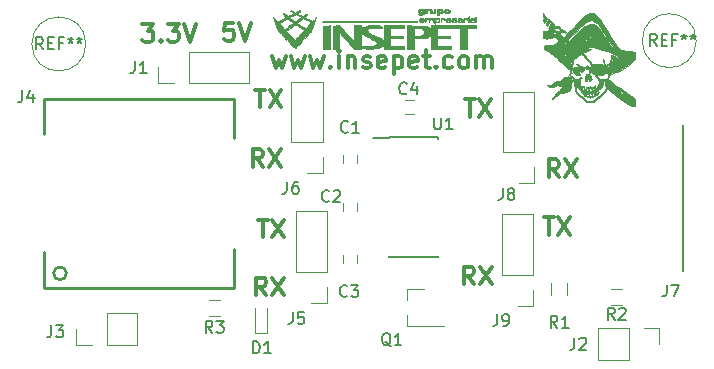
<source format=gbr>
G04 #@! TF.FileFunction,Legend,Top*
%FSLAX46Y46*%
G04 Gerber Fmt 4.6, Leading zero omitted, Abs format (unit mm)*
G04 Created by KiCad (PCBNEW 4.0.6) date 07/05/17 09:07:04*
%MOMM*%
%LPD*%
G01*
G04 APERTURE LIST*
%ADD10C,0.100000*%
%ADD11C,0.300000*%
%ADD12C,0.010000*%
%ADD13C,0.120000*%
%ADD14C,0.150000*%
%ADD15C,0.250000*%
G04 APERTURE END LIST*
D10*
D11*
X156907143Y-77408571D02*
X157764286Y-77408571D01*
X157335715Y-78908571D02*
X157335715Y-77408571D01*
X158121429Y-77408571D02*
X159121429Y-78908571D01*
X159121429Y-77408571D02*
X158121429Y-78908571D01*
X150990001Y-83098571D02*
X150490001Y-82384286D01*
X150132858Y-83098571D02*
X150132858Y-81598571D01*
X150704286Y-81598571D01*
X150847144Y-81670000D01*
X150918572Y-81741429D01*
X150990001Y-81884286D01*
X150990001Y-82098571D01*
X150918572Y-82241429D01*
X150847144Y-82312857D01*
X150704286Y-82384286D01*
X150132858Y-82384286D01*
X151490001Y-81598571D02*
X152490001Y-83098571D01*
X152490001Y-81598571D02*
X151490001Y-83098571D01*
X158210001Y-74018571D02*
X157710001Y-73304286D01*
X157352858Y-74018571D02*
X157352858Y-72518571D01*
X157924286Y-72518571D01*
X158067144Y-72590000D01*
X158138572Y-72661429D01*
X158210001Y-72804286D01*
X158210001Y-73018571D01*
X158138572Y-73161429D01*
X158067144Y-73232857D01*
X157924286Y-73304286D01*
X157352858Y-73304286D01*
X158710001Y-72518571D02*
X159710001Y-74018571D01*
X159710001Y-72518571D02*
X158710001Y-74018571D01*
X150237143Y-67408571D02*
X151094286Y-67408571D01*
X150665715Y-68908571D02*
X150665715Y-67408571D01*
X151451429Y-67408571D02*
X152451429Y-68908571D01*
X152451429Y-67408571D02*
X151451429Y-68908571D01*
X133410001Y-84028571D02*
X132910001Y-83314286D01*
X132552858Y-84028571D02*
X132552858Y-82528571D01*
X133124286Y-82528571D01*
X133267144Y-82600000D01*
X133338572Y-82671429D01*
X133410001Y-82814286D01*
X133410001Y-83028571D01*
X133338572Y-83171429D01*
X133267144Y-83242857D01*
X133124286Y-83314286D01*
X132552858Y-83314286D01*
X133910001Y-82528571D02*
X134910001Y-84028571D01*
X134910001Y-82528571D02*
X133910001Y-84028571D01*
X132687143Y-77638571D02*
X133544286Y-77638571D01*
X133115715Y-79138571D02*
X133115715Y-77638571D01*
X133901429Y-77638571D02*
X134901429Y-79138571D01*
X134901429Y-77638571D02*
X133901429Y-79138571D01*
X133140001Y-73148571D02*
X132640001Y-72434286D01*
X132282858Y-73148571D02*
X132282858Y-71648571D01*
X132854286Y-71648571D01*
X132997144Y-71720000D01*
X133068572Y-71791429D01*
X133140001Y-71934286D01*
X133140001Y-72148571D01*
X133068572Y-72291429D01*
X132997144Y-72362857D01*
X132854286Y-72434286D01*
X132282858Y-72434286D01*
X133640001Y-71648571D02*
X134640001Y-73148571D01*
X134640001Y-71648571D02*
X133640001Y-73148571D01*
X132477143Y-66618571D02*
X133334286Y-66618571D01*
X132905715Y-68118571D02*
X132905715Y-66618571D01*
X133691429Y-66618571D02*
X134691429Y-68118571D01*
X134691429Y-66618571D02*
X133691429Y-68118571D01*
X130634287Y-60968571D02*
X129920001Y-60968571D01*
X129848572Y-61682857D01*
X129920001Y-61611429D01*
X130062858Y-61540000D01*
X130420001Y-61540000D01*
X130562858Y-61611429D01*
X130634287Y-61682857D01*
X130705715Y-61825714D01*
X130705715Y-62182857D01*
X130634287Y-62325714D01*
X130562858Y-62397143D01*
X130420001Y-62468571D01*
X130062858Y-62468571D01*
X129920001Y-62397143D01*
X129848572Y-62325714D01*
X131134286Y-60968571D02*
X131634286Y-62468571D01*
X132134286Y-60968571D01*
X122935715Y-61048571D02*
X123864286Y-61048571D01*
X123364286Y-61620000D01*
X123578572Y-61620000D01*
X123721429Y-61691429D01*
X123792858Y-61762857D01*
X123864286Y-61905714D01*
X123864286Y-62262857D01*
X123792858Y-62405714D01*
X123721429Y-62477143D01*
X123578572Y-62548571D01*
X123150000Y-62548571D01*
X123007143Y-62477143D01*
X122935715Y-62405714D01*
X124507143Y-62405714D02*
X124578571Y-62477143D01*
X124507143Y-62548571D01*
X124435714Y-62477143D01*
X124507143Y-62405714D01*
X124507143Y-62548571D01*
X125078572Y-61048571D02*
X126007143Y-61048571D01*
X125507143Y-61620000D01*
X125721429Y-61620000D01*
X125864286Y-61691429D01*
X125935715Y-61762857D01*
X126007143Y-61905714D01*
X126007143Y-62262857D01*
X125935715Y-62405714D01*
X125864286Y-62477143D01*
X125721429Y-62548571D01*
X125292857Y-62548571D01*
X125150000Y-62477143D01*
X125078572Y-62405714D01*
X126435714Y-61048571D02*
X126935714Y-62548571D01*
X127435714Y-61048571D01*
D12*
G36*
X138836200Y-63166400D02*
X138226003Y-63166400D01*
X138232651Y-62182150D01*
X138239300Y-61197900D01*
X138537750Y-61190743D01*
X138836200Y-61183587D01*
X138836200Y-63166400D01*
X138836200Y-63166400D01*
G37*
X138836200Y-63166400D02*
X138226003Y-63166400D01*
X138232651Y-62182150D01*
X138239300Y-61197900D01*
X138537750Y-61190743D01*
X138836200Y-61183587D01*
X138836200Y-63166400D01*
G36*
X142839947Y-61157566D02*
X142912900Y-61165667D01*
X143166900Y-61197900D01*
X143174875Y-61309237D01*
X143177876Y-61377503D01*
X143169592Y-61406768D01*
X143143788Y-61408583D01*
X143124075Y-61403308D01*
X143047903Y-61389326D01*
X142934670Y-61378751D01*
X142798020Y-61371844D01*
X142651595Y-61368868D01*
X142509038Y-61370085D01*
X142383991Y-61375755D01*
X142290096Y-61386142D01*
X142284319Y-61387188D01*
X142131484Y-61425529D01*
X142027997Y-61474070D01*
X141973269Y-61533685D01*
X141966711Y-61605246D01*
X142007734Y-61689625D01*
X142047273Y-61738412D01*
X142092336Y-61784312D01*
X142142883Y-61825412D01*
X142206986Y-61866277D01*
X142292716Y-61911471D01*
X142408146Y-61965559D01*
X142561347Y-62033105D01*
X142591331Y-62046083D01*
X142834301Y-62158088D01*
X143030671Y-62264374D01*
X143184035Y-62367029D01*
X143270544Y-62440532D01*
X143382800Y-62548092D01*
X143382800Y-61185200D01*
X145059200Y-61185200D01*
X145059200Y-61388400D01*
X143916200Y-61388400D01*
X143916200Y-62048800D01*
X145008400Y-62048800D01*
X145008400Y-62252000D01*
X143916200Y-62252000D01*
X143916200Y-62963200D01*
X145059200Y-62963200D01*
X145059200Y-63166400D01*
X143382800Y-63166400D01*
X143382800Y-62778549D01*
X143333367Y-62841392D01*
X143283603Y-62885537D01*
X143205447Y-62935369D01*
X143136017Y-62970616D01*
X142874780Y-63064633D01*
X142585717Y-63127537D01*
X142282570Y-63157416D01*
X141979080Y-63152359D01*
X141890581Y-63143809D01*
X141738316Y-63126128D01*
X141629692Y-63112219D01*
X141557978Y-63099295D01*
X141516440Y-63084569D01*
X141498346Y-63065254D01*
X141496963Y-63038561D01*
X141505559Y-63001705D01*
X141509626Y-62986092D01*
X141530391Y-62923882D01*
X141551553Y-62889433D01*
X141557078Y-62887000D01*
X141590469Y-62891122D01*
X141661526Y-62902179D01*
X141757904Y-62918207D01*
X141814338Y-62927925D01*
X142039456Y-62954031D01*
X142250356Y-62953103D01*
X142439332Y-62926277D01*
X142598681Y-62874689D01*
X142720697Y-62799476D01*
X142727821Y-62793193D01*
X142768815Y-62725678D01*
X142767426Y-62644647D01*
X142725145Y-62562193D01*
X142695373Y-62529881D01*
X142649897Y-62496991D01*
X142566769Y-62446160D01*
X142453924Y-62381866D01*
X142319294Y-62308589D01*
X142170814Y-62230809D01*
X142117189Y-62203426D01*
X141963301Y-62123673D01*
X141818283Y-62045350D01*
X141690663Y-61973308D01*
X141588969Y-61912400D01*
X141521729Y-61867476D01*
X141509215Y-61857556D01*
X141401600Y-61765441D01*
X141401600Y-63166400D01*
X141128550Y-63164783D01*
X140855500Y-63163167D01*
X139610900Y-61724147D01*
X139604160Y-62445273D01*
X139597420Y-63166400D01*
X139038803Y-63166400D01*
X139045451Y-62182150D01*
X139052100Y-61197900D01*
X139588040Y-61183584D01*
X140855500Y-62578016D01*
X140862251Y-61881608D01*
X140869003Y-61185199D01*
X141135301Y-61185199D01*
X141401600Y-61185200D01*
X141401600Y-61491978D01*
X141458750Y-61436901D01*
X141574713Y-61353197D01*
X141731926Y-61281457D01*
X141921908Y-61223262D01*
X142136180Y-61180194D01*
X142366263Y-61153834D01*
X142603679Y-61145764D01*
X142839947Y-61157566D01*
X142839947Y-61157566D01*
G37*
X142839947Y-61157566D02*
X142912900Y-61165667D01*
X143166900Y-61197900D01*
X143174875Y-61309237D01*
X143177876Y-61377503D01*
X143169592Y-61406768D01*
X143143788Y-61408583D01*
X143124075Y-61403308D01*
X143047903Y-61389326D01*
X142934670Y-61378751D01*
X142798020Y-61371844D01*
X142651595Y-61368868D01*
X142509038Y-61370085D01*
X142383991Y-61375755D01*
X142290096Y-61386142D01*
X142284319Y-61387188D01*
X142131484Y-61425529D01*
X142027997Y-61474070D01*
X141973269Y-61533685D01*
X141966711Y-61605246D01*
X142007734Y-61689625D01*
X142047273Y-61738412D01*
X142092336Y-61784312D01*
X142142883Y-61825412D01*
X142206986Y-61866277D01*
X142292716Y-61911471D01*
X142408146Y-61965559D01*
X142561347Y-62033105D01*
X142591331Y-62046083D01*
X142834301Y-62158088D01*
X143030671Y-62264374D01*
X143184035Y-62367029D01*
X143270544Y-62440532D01*
X143382800Y-62548092D01*
X143382800Y-61185200D01*
X145059200Y-61185200D01*
X145059200Y-61388400D01*
X143916200Y-61388400D01*
X143916200Y-62048800D01*
X145008400Y-62048800D01*
X145008400Y-62252000D01*
X143916200Y-62252000D01*
X143916200Y-62963200D01*
X145059200Y-62963200D01*
X145059200Y-63166400D01*
X143382800Y-63166400D01*
X143382800Y-62778549D01*
X143333367Y-62841392D01*
X143283603Y-62885537D01*
X143205447Y-62935369D01*
X143136017Y-62970616D01*
X142874780Y-63064633D01*
X142585717Y-63127537D01*
X142282570Y-63157416D01*
X141979080Y-63152359D01*
X141890581Y-63143809D01*
X141738316Y-63126128D01*
X141629692Y-63112219D01*
X141557978Y-63099295D01*
X141516440Y-63084569D01*
X141498346Y-63065254D01*
X141496963Y-63038561D01*
X141505559Y-63001705D01*
X141509626Y-62986092D01*
X141530391Y-62923882D01*
X141551553Y-62889433D01*
X141557078Y-62887000D01*
X141590469Y-62891122D01*
X141661526Y-62902179D01*
X141757904Y-62918207D01*
X141814338Y-62927925D01*
X142039456Y-62954031D01*
X142250356Y-62953103D01*
X142439332Y-62926277D01*
X142598681Y-62874689D01*
X142720697Y-62799476D01*
X142727821Y-62793193D01*
X142768815Y-62725678D01*
X142767426Y-62644647D01*
X142725145Y-62562193D01*
X142695373Y-62529881D01*
X142649897Y-62496991D01*
X142566769Y-62446160D01*
X142453924Y-62381866D01*
X142319294Y-62308589D01*
X142170814Y-62230809D01*
X142117189Y-62203426D01*
X141963301Y-62123673D01*
X141818283Y-62045350D01*
X141690663Y-61973308D01*
X141588969Y-61912400D01*
X141521729Y-61867476D01*
X141509215Y-61857556D01*
X141401600Y-61765441D01*
X141401600Y-63166400D01*
X141128550Y-63164783D01*
X140855500Y-63163167D01*
X139610900Y-61724147D01*
X139604160Y-62445273D01*
X139597420Y-63166400D01*
X139038803Y-63166400D01*
X139045451Y-62182150D01*
X139052100Y-61197900D01*
X139588040Y-61183584D01*
X140855500Y-62578016D01*
X140862251Y-61881608D01*
X140869003Y-61185199D01*
X141135301Y-61185199D01*
X141401600Y-61185200D01*
X141401600Y-61491978D01*
X141458750Y-61436901D01*
X141574713Y-61353197D01*
X141731926Y-61281457D01*
X141921908Y-61223262D01*
X142136180Y-61180194D01*
X142366263Y-61153834D01*
X142603679Y-61145764D01*
X142839947Y-61157566D01*
G36*
X146068850Y-61191059D02*
X146288370Y-61194325D01*
X146463793Y-61197744D01*
X146601818Y-61201792D01*
X146709146Y-61206945D01*
X146792478Y-61213680D01*
X146858515Y-61222474D01*
X146913956Y-61233801D01*
X146965504Y-61248138D01*
X146992204Y-61256681D01*
X147094573Y-61295293D01*
X147191729Y-61340007D01*
X147252554Y-61374798D01*
X147345200Y-61437669D01*
X147345200Y-61185200D01*
X151155200Y-61185200D01*
X151155200Y-61388400D01*
X150418600Y-61388400D01*
X150418600Y-63166400D01*
X149809000Y-63166400D01*
X149809000Y-61388400D01*
X147878600Y-61388400D01*
X147878600Y-62048800D01*
X148970800Y-62048800D01*
X148970800Y-62252000D01*
X147878600Y-62252000D01*
X147878600Y-62963200D01*
X149021600Y-62963200D01*
X149021600Y-63166400D01*
X147345200Y-63166400D01*
X147345200Y-62022965D01*
X147208473Y-62100129D01*
X147080174Y-62160599D01*
X146933439Y-62205575D01*
X146760369Y-62236478D01*
X146553068Y-62254727D01*
X146310153Y-62261696D01*
X145922807Y-62264700D01*
X145922803Y-62715550D01*
X145922800Y-63166400D01*
X145313200Y-63166400D01*
X145313200Y-61363000D01*
X145922800Y-61363000D01*
X145922800Y-62080858D01*
X146185173Y-62069189D01*
X146328648Y-62059721D01*
X146434939Y-62044541D01*
X146517551Y-62021263D01*
X146560377Y-62002900D01*
X146667646Y-61929392D01*
X146736524Y-61834933D01*
X146760905Y-61727910D01*
X146760905Y-61727380D01*
X146739594Y-61632261D01*
X146684704Y-61538403D01*
X146609447Y-61466843D01*
X146590160Y-61455499D01*
X146498867Y-61421523D01*
X146374016Y-61392774D01*
X146232801Y-61372313D01*
X146092418Y-61363200D01*
X146070535Y-61363000D01*
X145922800Y-61363000D01*
X145313200Y-61363000D01*
X145313200Y-61180683D01*
X146068850Y-61191059D01*
X146068850Y-61191059D01*
G37*
X146068850Y-61191059D02*
X146288370Y-61194325D01*
X146463793Y-61197744D01*
X146601818Y-61201792D01*
X146709146Y-61206945D01*
X146792478Y-61213680D01*
X146858515Y-61222474D01*
X146913956Y-61233801D01*
X146965504Y-61248138D01*
X146992204Y-61256681D01*
X147094573Y-61295293D01*
X147191729Y-61340007D01*
X147252554Y-61374798D01*
X147345200Y-61437669D01*
X147345200Y-61185200D01*
X151155200Y-61185200D01*
X151155200Y-61388400D01*
X150418600Y-61388400D01*
X150418600Y-63166400D01*
X149809000Y-63166400D01*
X149809000Y-61388400D01*
X147878600Y-61388400D01*
X147878600Y-62048800D01*
X148970800Y-62048800D01*
X148970800Y-62252000D01*
X147878600Y-62252000D01*
X147878600Y-62963200D01*
X149021600Y-62963200D01*
X149021600Y-63166400D01*
X147345200Y-63166400D01*
X147345200Y-62022965D01*
X147208473Y-62100129D01*
X147080174Y-62160599D01*
X146933439Y-62205575D01*
X146760369Y-62236478D01*
X146553068Y-62254727D01*
X146310153Y-62261696D01*
X145922807Y-62264700D01*
X145922803Y-62715550D01*
X145922800Y-63166400D01*
X145313200Y-63166400D01*
X145313200Y-61363000D01*
X145922800Y-61363000D01*
X145922800Y-62080858D01*
X146185173Y-62069189D01*
X146328648Y-62059721D01*
X146434939Y-62044541D01*
X146517551Y-62021263D01*
X146560377Y-62002900D01*
X146667646Y-61929392D01*
X146736524Y-61834933D01*
X146760905Y-61727910D01*
X146760905Y-61727380D01*
X146739594Y-61632261D01*
X146684704Y-61538403D01*
X146609447Y-61466843D01*
X146590160Y-61455499D01*
X146498867Y-61421523D01*
X146374016Y-61392774D01*
X146232801Y-61372313D01*
X146092418Y-61363200D01*
X146070535Y-61363000D01*
X145922800Y-61363000D01*
X145313200Y-61363000D01*
X145313200Y-61180683D01*
X146068850Y-61191059D01*
G36*
X135545786Y-59905626D02*
X135594273Y-59925279D01*
X135667690Y-59967985D01*
X135703648Y-59990369D01*
X135869577Y-60094406D01*
X136042919Y-59994467D01*
X136125904Y-59949321D01*
X136191298Y-59918779D01*
X136227623Y-59908057D01*
X136230830Y-59909097D01*
X136241507Y-59942732D01*
X136245400Y-59995117D01*
X136236271Y-60045645D01*
X136200919Y-60084768D01*
X136139997Y-60120340D01*
X136034594Y-60174112D01*
X136271209Y-60299093D01*
X136507825Y-60424074D01*
X136653867Y-60309337D01*
X136728843Y-60253216D01*
X136790219Y-60212332D01*
X136825772Y-60194763D01*
X136827454Y-60194599D01*
X136847053Y-60216599D01*
X136855000Y-60268168D01*
X136838027Y-60335815D01*
X136782178Y-60405019D01*
X136763432Y-60422134D01*
X136711994Y-60470315D01*
X136683241Y-60503245D01*
X136680882Y-60510772D01*
X136705688Y-60524537D01*
X136767374Y-60556505D01*
X136857328Y-60602272D01*
X136966941Y-60657434D01*
X136997253Y-60672599D01*
X137304607Y-60826185D01*
X137440265Y-60688821D01*
X137505625Y-60624446D01*
X137555868Y-60578356D01*
X137581854Y-60558850D01*
X137583350Y-60558883D01*
X137577601Y-60583949D01*
X137557395Y-60650087D01*
X137524982Y-60750394D01*
X137482609Y-60877968D01*
X137432527Y-61025906D01*
X137405460Y-61104881D01*
X137344086Y-61281977D01*
X137295388Y-61418120D01*
X137256057Y-61520574D01*
X137222781Y-61596607D01*
X137192251Y-61653482D01*
X137161155Y-61698467D01*
X137126183Y-61738825D01*
X137107992Y-61757726D01*
X137044873Y-61815372D01*
X136991924Y-61851947D01*
X136963520Y-61859597D01*
X136937606Y-61869404D01*
X136931200Y-61905832D01*
X136911962Y-61956926D01*
X136855844Y-62036917D01*
X136765240Y-62142480D01*
X136744800Y-62164643D01*
X136558401Y-62364816D01*
X136490800Y-62320522D01*
X136423200Y-62276228D01*
X136423200Y-62400747D01*
X136422265Y-62448175D01*
X136416086Y-62487815D01*
X136399601Y-62527201D01*
X136367750Y-62573872D01*
X136315469Y-62635363D01*
X136237698Y-62719212D01*
X136141331Y-62820433D01*
X136045111Y-62920096D01*
X135960915Y-63005236D01*
X135894999Y-63069690D01*
X135853620Y-63107294D01*
X135842881Y-63114421D01*
X135820694Y-63096508D01*
X135769948Y-63047723D01*
X135696829Y-62974254D01*
X135607525Y-62882284D01*
X135540550Y-62812165D01*
X135434533Y-62699953D01*
X135358624Y-62617070D01*
X135307798Y-62556151D01*
X135277029Y-62509833D01*
X135261291Y-62470752D01*
X135255559Y-62431545D01*
X135254800Y-62393483D01*
X135254800Y-62275879D01*
X135180186Y-62331043D01*
X135105572Y-62386208D01*
X134914520Y-62185754D01*
X134820563Y-62083109D01*
X134760472Y-62006725D01*
X134729477Y-61949877D01*
X134722434Y-61914966D01*
X134715404Y-61865519D01*
X134688000Y-61853875D01*
X134664250Y-61857986D01*
X134626712Y-61857100D01*
X134583490Y-61832390D01*
X134525341Y-61777267D01*
X134477909Y-61725120D01*
X134435106Y-61675133D01*
X134414844Y-61648150D01*
X135078628Y-61648150D01*
X135438699Y-62026275D01*
X135547825Y-62139998D01*
X135645402Y-62240029D01*
X135725960Y-62320893D01*
X135784025Y-62377115D01*
X135814125Y-62403220D01*
X135816663Y-62404400D01*
X135838575Y-62386745D01*
X135889972Y-62337310D01*
X135965610Y-62261390D01*
X136060245Y-62164279D01*
X136168634Y-62051272D01*
X136220062Y-61997105D01*
X136605567Y-61589810D01*
X136241333Y-61336470D01*
X136121301Y-61254648D01*
X136014640Y-61185080D01*
X135928641Y-61132271D01*
X135870594Y-61100726D01*
X135848814Y-61093938D01*
X135820055Y-61111824D01*
X135757520Y-61154872D01*
X135668299Y-61218065D01*
X135559480Y-61296387D01*
X135449578Y-61376448D01*
X135078628Y-61648150D01*
X134414844Y-61648150D01*
X134399537Y-61627767D01*
X134367789Y-61575432D01*
X134336447Y-61510538D01*
X134302099Y-61425494D01*
X134261330Y-61312711D01*
X134210727Y-61164598D01*
X134166858Y-61033533D01*
X134149065Y-60980173D01*
X134511611Y-60980173D01*
X134520824Y-61004010D01*
X134559585Y-61057008D01*
X134622050Y-61131886D01*
X134702372Y-61221364D01*
X134723447Y-61243978D01*
X134954572Y-61490240D01*
X135136436Y-61361067D01*
X135250951Y-61279887D01*
X135380091Y-61188576D01*
X135496902Y-61106190D01*
X135502450Y-61102285D01*
X135584325Y-61043102D01*
X135647345Y-60994583D01*
X135682093Y-60964115D01*
X135685998Y-60958287D01*
X135676020Y-60948767D01*
X136036036Y-60948767D01*
X136388368Y-61192406D01*
X136740700Y-61436044D01*
X136974399Y-61189972D01*
X137060092Y-61097541D01*
X137130630Y-61017241D01*
X137179712Y-60956569D01*
X137201040Y-60923018D01*
X137201359Y-60919931D01*
X137177536Y-60900139D01*
X137116740Y-60862225D01*
X137027296Y-60811059D01*
X136917529Y-60751511D01*
X136876810Y-60730091D01*
X136558999Y-60564219D01*
X136357749Y-60710074D01*
X136263533Y-60778638D01*
X136178625Y-60840928D01*
X136115737Y-60887597D01*
X136096268Y-60902348D01*
X136036036Y-60948767D01*
X135676020Y-60948767D01*
X135665857Y-60939071D01*
X135612899Y-60899861D01*
X135537459Y-60847475D01*
X135449866Y-60788733D01*
X135360453Y-60730454D01*
X135279551Y-60679457D01*
X135217492Y-60642562D01*
X135184608Y-60626587D01*
X135183161Y-60626400D01*
X135154813Y-60637724D01*
X135091795Y-60668221D01*
X135004002Y-60712678D01*
X134901329Y-60765884D01*
X134793670Y-60822625D01*
X134690920Y-60877689D01*
X134602973Y-60925864D01*
X134539725Y-60961937D01*
X134511611Y-60980173D01*
X134149065Y-60980173D01*
X133984996Y-60488166D01*
X134353100Y-60852818D01*
X134694662Y-60688029D01*
X134815146Y-60629485D01*
X134918726Y-60578366D01*
X134997060Y-60538851D01*
X135041805Y-60515119D01*
X135048848Y-60510618D01*
X135039467Y-60490610D01*
X135364849Y-60490610D01*
X135394630Y-60513127D01*
X135454404Y-60554998D01*
X135533928Y-60609363D01*
X135622959Y-60669361D01*
X135711254Y-60728134D01*
X135788571Y-60778821D01*
X135844666Y-60814562D01*
X135869297Y-60828497D01*
X135869377Y-60828505D01*
X135895974Y-60815110D01*
X135954819Y-60777913D01*
X136036926Y-60722781D01*
X136123377Y-60662615D01*
X136217897Y-60594726D01*
X136295646Y-60536800D01*
X136348010Y-60495393D01*
X136366309Y-60477687D01*
X136348010Y-60459352D01*
X136293352Y-60423644D01*
X136211318Y-60376098D01*
X136132510Y-60333521D01*
X135892101Y-60207300D01*
X135626350Y-60346982D01*
X135523439Y-60401562D01*
X135439821Y-60446841D01*
X135384094Y-60478100D01*
X135364849Y-60490610D01*
X135039467Y-60490610D01*
X135038633Y-60488833D01*
X134998517Y-60447458D01*
X134967635Y-60420648D01*
X134908669Y-60365593D01*
X134881233Y-60314506D01*
X134873878Y-60244266D01*
X134873800Y-60231147D01*
X134873800Y-60118992D01*
X135053005Y-60257454D01*
X135232211Y-60395916D01*
X135364155Y-60336850D01*
X135503859Y-60272822D01*
X135615783Y-60218500D01*
X135694296Y-60176778D01*
X135733769Y-60150548D01*
X135737366Y-60145088D01*
X135716677Y-60127171D01*
X135662098Y-60092782D01*
X135584803Y-60048896D01*
X135573026Y-60042511D01*
X135489452Y-59996782D01*
X135444813Y-59968061D01*
X135433326Y-59949256D01*
X135449209Y-59933276D01*
X135473221Y-59920127D01*
X135509633Y-59905189D01*
X135545786Y-59905626D01*
X135545786Y-59905626D01*
G37*
X135545786Y-59905626D02*
X135594273Y-59925279D01*
X135667690Y-59967985D01*
X135703648Y-59990369D01*
X135869577Y-60094406D01*
X136042919Y-59994467D01*
X136125904Y-59949321D01*
X136191298Y-59918779D01*
X136227623Y-59908057D01*
X136230830Y-59909097D01*
X136241507Y-59942732D01*
X136245400Y-59995117D01*
X136236271Y-60045645D01*
X136200919Y-60084768D01*
X136139997Y-60120340D01*
X136034594Y-60174112D01*
X136271209Y-60299093D01*
X136507825Y-60424074D01*
X136653867Y-60309337D01*
X136728843Y-60253216D01*
X136790219Y-60212332D01*
X136825772Y-60194763D01*
X136827454Y-60194599D01*
X136847053Y-60216599D01*
X136855000Y-60268168D01*
X136838027Y-60335815D01*
X136782178Y-60405019D01*
X136763432Y-60422134D01*
X136711994Y-60470315D01*
X136683241Y-60503245D01*
X136680882Y-60510772D01*
X136705688Y-60524537D01*
X136767374Y-60556505D01*
X136857328Y-60602272D01*
X136966941Y-60657434D01*
X136997253Y-60672599D01*
X137304607Y-60826185D01*
X137440265Y-60688821D01*
X137505625Y-60624446D01*
X137555868Y-60578356D01*
X137581854Y-60558850D01*
X137583350Y-60558883D01*
X137577601Y-60583949D01*
X137557395Y-60650087D01*
X137524982Y-60750394D01*
X137482609Y-60877968D01*
X137432527Y-61025906D01*
X137405460Y-61104881D01*
X137344086Y-61281977D01*
X137295388Y-61418120D01*
X137256057Y-61520574D01*
X137222781Y-61596607D01*
X137192251Y-61653482D01*
X137161155Y-61698467D01*
X137126183Y-61738825D01*
X137107992Y-61757726D01*
X137044873Y-61815372D01*
X136991924Y-61851947D01*
X136963520Y-61859597D01*
X136937606Y-61869404D01*
X136931200Y-61905832D01*
X136911962Y-61956926D01*
X136855844Y-62036917D01*
X136765240Y-62142480D01*
X136744800Y-62164643D01*
X136558401Y-62364816D01*
X136490800Y-62320522D01*
X136423200Y-62276228D01*
X136423200Y-62400747D01*
X136422265Y-62448175D01*
X136416086Y-62487815D01*
X136399601Y-62527201D01*
X136367750Y-62573872D01*
X136315469Y-62635363D01*
X136237698Y-62719212D01*
X136141331Y-62820433D01*
X136045111Y-62920096D01*
X135960915Y-63005236D01*
X135894999Y-63069690D01*
X135853620Y-63107294D01*
X135842881Y-63114421D01*
X135820694Y-63096508D01*
X135769948Y-63047723D01*
X135696829Y-62974254D01*
X135607525Y-62882284D01*
X135540550Y-62812165D01*
X135434533Y-62699953D01*
X135358624Y-62617070D01*
X135307798Y-62556151D01*
X135277029Y-62509833D01*
X135261291Y-62470752D01*
X135255559Y-62431545D01*
X135254800Y-62393483D01*
X135254800Y-62275879D01*
X135180186Y-62331043D01*
X135105572Y-62386208D01*
X134914520Y-62185754D01*
X134820563Y-62083109D01*
X134760472Y-62006725D01*
X134729477Y-61949877D01*
X134722434Y-61914966D01*
X134715404Y-61865519D01*
X134688000Y-61853875D01*
X134664250Y-61857986D01*
X134626712Y-61857100D01*
X134583490Y-61832390D01*
X134525341Y-61777267D01*
X134477909Y-61725120D01*
X134435106Y-61675133D01*
X134414844Y-61648150D01*
X135078628Y-61648150D01*
X135438699Y-62026275D01*
X135547825Y-62139998D01*
X135645402Y-62240029D01*
X135725960Y-62320893D01*
X135784025Y-62377115D01*
X135814125Y-62403220D01*
X135816663Y-62404400D01*
X135838575Y-62386745D01*
X135889972Y-62337310D01*
X135965610Y-62261390D01*
X136060245Y-62164279D01*
X136168634Y-62051272D01*
X136220062Y-61997105D01*
X136605567Y-61589810D01*
X136241333Y-61336470D01*
X136121301Y-61254648D01*
X136014640Y-61185080D01*
X135928641Y-61132271D01*
X135870594Y-61100726D01*
X135848814Y-61093938D01*
X135820055Y-61111824D01*
X135757520Y-61154872D01*
X135668299Y-61218065D01*
X135559480Y-61296387D01*
X135449578Y-61376448D01*
X135078628Y-61648150D01*
X134414844Y-61648150D01*
X134399537Y-61627767D01*
X134367789Y-61575432D01*
X134336447Y-61510538D01*
X134302099Y-61425494D01*
X134261330Y-61312711D01*
X134210727Y-61164598D01*
X134166858Y-61033533D01*
X134149065Y-60980173D01*
X134511611Y-60980173D01*
X134520824Y-61004010D01*
X134559585Y-61057008D01*
X134622050Y-61131886D01*
X134702372Y-61221364D01*
X134723447Y-61243978D01*
X134954572Y-61490240D01*
X135136436Y-61361067D01*
X135250951Y-61279887D01*
X135380091Y-61188576D01*
X135496902Y-61106190D01*
X135502450Y-61102285D01*
X135584325Y-61043102D01*
X135647345Y-60994583D01*
X135682093Y-60964115D01*
X135685998Y-60958287D01*
X135676020Y-60948767D01*
X136036036Y-60948767D01*
X136388368Y-61192406D01*
X136740700Y-61436044D01*
X136974399Y-61189972D01*
X137060092Y-61097541D01*
X137130630Y-61017241D01*
X137179712Y-60956569D01*
X137201040Y-60923018D01*
X137201359Y-60919931D01*
X137177536Y-60900139D01*
X137116740Y-60862225D01*
X137027296Y-60811059D01*
X136917529Y-60751511D01*
X136876810Y-60730091D01*
X136558999Y-60564219D01*
X136357749Y-60710074D01*
X136263533Y-60778638D01*
X136178625Y-60840928D01*
X136115737Y-60887597D01*
X136096268Y-60902348D01*
X136036036Y-60948767D01*
X135676020Y-60948767D01*
X135665857Y-60939071D01*
X135612899Y-60899861D01*
X135537459Y-60847475D01*
X135449866Y-60788733D01*
X135360453Y-60730454D01*
X135279551Y-60679457D01*
X135217492Y-60642562D01*
X135184608Y-60626587D01*
X135183161Y-60626400D01*
X135154813Y-60637724D01*
X135091795Y-60668221D01*
X135004002Y-60712678D01*
X134901329Y-60765884D01*
X134793670Y-60822625D01*
X134690920Y-60877689D01*
X134602973Y-60925864D01*
X134539725Y-60961937D01*
X134511611Y-60980173D01*
X134149065Y-60980173D01*
X133984996Y-60488166D01*
X134353100Y-60852818D01*
X134694662Y-60688029D01*
X134815146Y-60629485D01*
X134918726Y-60578366D01*
X134997060Y-60538851D01*
X135041805Y-60515119D01*
X135048848Y-60510618D01*
X135039467Y-60490610D01*
X135364849Y-60490610D01*
X135394630Y-60513127D01*
X135454404Y-60554998D01*
X135533928Y-60609363D01*
X135622959Y-60669361D01*
X135711254Y-60728134D01*
X135788571Y-60778821D01*
X135844666Y-60814562D01*
X135869297Y-60828497D01*
X135869377Y-60828505D01*
X135895974Y-60815110D01*
X135954819Y-60777913D01*
X136036926Y-60722781D01*
X136123377Y-60662615D01*
X136217897Y-60594726D01*
X136295646Y-60536800D01*
X136348010Y-60495393D01*
X136366309Y-60477687D01*
X136348010Y-60459352D01*
X136293352Y-60423644D01*
X136211318Y-60376098D01*
X136132510Y-60333521D01*
X135892101Y-60207300D01*
X135626350Y-60346982D01*
X135523439Y-60401562D01*
X135439821Y-60446841D01*
X135384094Y-60478100D01*
X135364849Y-60490610D01*
X135039467Y-60490610D01*
X135038633Y-60488833D01*
X134998517Y-60447458D01*
X134967635Y-60420648D01*
X134908669Y-60365593D01*
X134881233Y-60314506D01*
X134873878Y-60244266D01*
X134873800Y-60231147D01*
X134873800Y-60118992D01*
X135053005Y-60257454D01*
X135232211Y-60395916D01*
X135364155Y-60336850D01*
X135503859Y-60272822D01*
X135615783Y-60218500D01*
X135694296Y-60176778D01*
X135733769Y-60150548D01*
X135737366Y-60145088D01*
X135716677Y-60127171D01*
X135662098Y-60092782D01*
X135584803Y-60048896D01*
X135573026Y-60042511D01*
X135489452Y-59996782D01*
X135444813Y-59968061D01*
X135433326Y-59949256D01*
X135449209Y-59933276D01*
X135473221Y-59920127D01*
X135509633Y-59905189D01*
X135545786Y-59905626D01*
G36*
X148001520Y-60580325D02*
X148059851Y-60631565D01*
X148081237Y-60713567D01*
X148081411Y-60724760D01*
X148074655Y-60809620D01*
X148048738Y-60860467D01*
X147993859Y-60885517D01*
X147900216Y-60892987D01*
X147880600Y-60893100D01*
X147795741Y-60894693D01*
X147749137Y-60902691D01*
X147728270Y-60921918D01*
X147720924Y-60954641D01*
X147703565Y-61005969D01*
X147681750Y-61026607D01*
X147665797Y-61018342D01*
X147655833Y-60976653D01*
X147650926Y-60895170D01*
X147650000Y-60809769D01*
X147650000Y-60732216D01*
X147731143Y-60732216D01*
X147731831Y-60798575D01*
X147752031Y-60830343D01*
X147769243Y-60837220D01*
X147875896Y-60851280D01*
X147963001Y-60836697D01*
X147990224Y-60821997D01*
X148025303Y-60766065D01*
X148026829Y-60714047D01*
X148019117Y-60671156D01*
X147999739Y-60648847D01*
X147955409Y-60640401D01*
X147878600Y-60639100D01*
X147738900Y-60639100D01*
X147731143Y-60732216D01*
X147650000Y-60732216D01*
X147650000Y-60582504D01*
X147766799Y-60566495D01*
X147904438Y-60558938D01*
X148001520Y-60580325D01*
X148001520Y-60580325D01*
G37*
X148001520Y-60580325D02*
X148059851Y-60631565D01*
X148081237Y-60713567D01*
X148081411Y-60724760D01*
X148074655Y-60809620D01*
X148048738Y-60860467D01*
X147993859Y-60885517D01*
X147900216Y-60892987D01*
X147880600Y-60893100D01*
X147795741Y-60894693D01*
X147749137Y-60902691D01*
X147728270Y-60921918D01*
X147720924Y-60954641D01*
X147703565Y-61005969D01*
X147681750Y-61026607D01*
X147665797Y-61018342D01*
X147655833Y-60976653D01*
X147650926Y-60895170D01*
X147650000Y-60809769D01*
X147650000Y-60732216D01*
X147731143Y-60732216D01*
X147731831Y-60798575D01*
X147752031Y-60830343D01*
X147769243Y-60837220D01*
X147875896Y-60851280D01*
X147963001Y-60836697D01*
X147990224Y-60821997D01*
X148025303Y-60766065D01*
X148026829Y-60714047D01*
X148019117Y-60671156D01*
X147999739Y-60648847D01*
X147955409Y-60640401D01*
X147878600Y-60639100D01*
X147738900Y-60639100D01*
X147731143Y-60732216D01*
X147650000Y-60732216D01*
X147650000Y-60582504D01*
X147766799Y-60566495D01*
X147904438Y-60558938D01*
X148001520Y-60580325D01*
G36*
X142703415Y-60804206D02*
X143182068Y-60804245D01*
X143614595Y-60804345D01*
X144003333Y-60804538D01*
X144350618Y-60804852D01*
X144658789Y-60805317D01*
X144930181Y-60805963D01*
X145167131Y-60806820D01*
X145371978Y-60807917D01*
X145547057Y-60809283D01*
X145694706Y-60810949D01*
X145817261Y-60812944D01*
X145917059Y-60815298D01*
X145996439Y-60818041D01*
X146057735Y-60821202D01*
X146103286Y-60824811D01*
X146135428Y-60828897D01*
X146156499Y-60833490D01*
X146168835Y-60838621D01*
X146174773Y-60844318D01*
X146176650Y-60850611D01*
X146176800Y-60855000D01*
X146176302Y-60861693D01*
X146173250Y-60867771D01*
X146165307Y-60873264D01*
X146150137Y-60878200D01*
X146125402Y-60882610D01*
X146088765Y-60886523D01*
X146037890Y-60889969D01*
X145970439Y-60892978D01*
X145884076Y-60895580D01*
X145776463Y-60897803D01*
X145645264Y-60899678D01*
X145488141Y-60901234D01*
X145302758Y-60902501D01*
X145086778Y-60903509D01*
X144837863Y-60904288D01*
X144553678Y-60904866D01*
X144231884Y-60905274D01*
X143870144Y-60905542D01*
X143466123Y-60905698D01*
X143017483Y-60905774D01*
X142521886Y-60905798D01*
X142176300Y-60905800D01*
X141649184Y-60905793D01*
X141170531Y-60905754D01*
X140738004Y-60905654D01*
X140349266Y-60905461D01*
X140001981Y-60905147D01*
X139693810Y-60904682D01*
X139422418Y-60904036D01*
X139185468Y-60903179D01*
X138980621Y-60902082D01*
X138805542Y-60900716D01*
X138657893Y-60899050D01*
X138535338Y-60897055D01*
X138435540Y-60894701D01*
X138356160Y-60891958D01*
X138294864Y-60888797D01*
X138249313Y-60885188D01*
X138217171Y-60881102D01*
X138196100Y-60876509D01*
X138183764Y-60871378D01*
X138177826Y-60865681D01*
X138175949Y-60859388D01*
X138175800Y-60855000D01*
X138176297Y-60848306D01*
X138179349Y-60842228D01*
X138187292Y-60836735D01*
X138202462Y-60831799D01*
X138227197Y-60827389D01*
X138263834Y-60823476D01*
X138314709Y-60820030D01*
X138382160Y-60817021D01*
X138468523Y-60814419D01*
X138576136Y-60812196D01*
X138707335Y-60810321D01*
X138864458Y-60808765D01*
X139049841Y-60807498D01*
X139265821Y-60806490D01*
X139514736Y-60805711D01*
X139798921Y-60805133D01*
X140120715Y-60804725D01*
X140482455Y-60804457D01*
X140886476Y-60804301D01*
X141335116Y-60804225D01*
X141830713Y-60804201D01*
X142176300Y-60804200D01*
X142703415Y-60804206D01*
X142703415Y-60804206D01*
G37*
X142703415Y-60804206D02*
X143182068Y-60804245D01*
X143614595Y-60804345D01*
X144003333Y-60804538D01*
X144350618Y-60804852D01*
X144658789Y-60805317D01*
X144930181Y-60805963D01*
X145167131Y-60806820D01*
X145371978Y-60807917D01*
X145547057Y-60809283D01*
X145694706Y-60810949D01*
X145817261Y-60812944D01*
X145917059Y-60815298D01*
X145996439Y-60818041D01*
X146057735Y-60821202D01*
X146103286Y-60824811D01*
X146135428Y-60828897D01*
X146156499Y-60833490D01*
X146168835Y-60838621D01*
X146174773Y-60844318D01*
X146176650Y-60850611D01*
X146176800Y-60855000D01*
X146176302Y-60861693D01*
X146173250Y-60867771D01*
X146165307Y-60873264D01*
X146150137Y-60878200D01*
X146125402Y-60882610D01*
X146088765Y-60886523D01*
X146037890Y-60889969D01*
X145970439Y-60892978D01*
X145884076Y-60895580D01*
X145776463Y-60897803D01*
X145645264Y-60899678D01*
X145488141Y-60901234D01*
X145302758Y-60902501D01*
X145086778Y-60903509D01*
X144837863Y-60904288D01*
X144553678Y-60904866D01*
X144231884Y-60905274D01*
X143870144Y-60905542D01*
X143466123Y-60905698D01*
X143017483Y-60905774D01*
X142521886Y-60905798D01*
X142176300Y-60905800D01*
X141649184Y-60905793D01*
X141170531Y-60905754D01*
X140738004Y-60905654D01*
X140349266Y-60905461D01*
X140001981Y-60905147D01*
X139693810Y-60904682D01*
X139422418Y-60904036D01*
X139185468Y-60903179D01*
X138980621Y-60902082D01*
X138805542Y-60900716D01*
X138657893Y-60899050D01*
X138535338Y-60897055D01*
X138435540Y-60894701D01*
X138356160Y-60891958D01*
X138294864Y-60888797D01*
X138249313Y-60885188D01*
X138217171Y-60881102D01*
X138196100Y-60876509D01*
X138183764Y-60871378D01*
X138177826Y-60865681D01*
X138175949Y-60859388D01*
X138175800Y-60855000D01*
X138176297Y-60848306D01*
X138179349Y-60842228D01*
X138187292Y-60836735D01*
X138202462Y-60831799D01*
X138227197Y-60827389D01*
X138263834Y-60823476D01*
X138314709Y-60820030D01*
X138382160Y-60817021D01*
X138468523Y-60814419D01*
X138576136Y-60812196D01*
X138707335Y-60810321D01*
X138864458Y-60808765D01*
X139049841Y-60807498D01*
X139265821Y-60806490D01*
X139514736Y-60805711D01*
X139798921Y-60805133D01*
X140120715Y-60804725D01*
X140482455Y-60804457D01*
X140886476Y-60804301D01*
X141335116Y-60804225D01*
X141830713Y-60804201D01*
X142176300Y-60804200D01*
X142703415Y-60804206D01*
G36*
X146598254Y-60562158D02*
X146679314Y-60584902D01*
X146732290Y-60621903D01*
X146737489Y-60629931D01*
X146758233Y-60686821D01*
X146744683Y-60724084D01*
X146692043Y-60745047D01*
X146595514Y-60753035D01*
X146559394Y-60753400D01*
X146465452Y-60755180D01*
X146413360Y-60761876D01*
X146394251Y-60775517D01*
X146395949Y-60790809D01*
X146433789Y-60826460D01*
X146501903Y-60845836D01*
X146581765Y-60846764D01*
X146654848Y-60827074D01*
X146664068Y-60822216D01*
X146721277Y-60799046D01*
X146749611Y-60807293D01*
X146742029Y-60844274D01*
X146738360Y-60850534D01*
X146700802Y-60872641D01*
X146630851Y-60888311D01*
X146546693Y-60895825D01*
X146466513Y-60893461D01*
X146412509Y-60881350D01*
X146357701Y-60833862D01*
X146332739Y-60762432D01*
X146336940Y-60683717D01*
X146345997Y-60664500D01*
X146396214Y-60664500D01*
X146396613Y-60686018D01*
X146424972Y-60697731D01*
X146490621Y-60702234D01*
X146533197Y-60702600D01*
X146621426Y-60699646D01*
X146668683Y-60689183D01*
X146684537Y-60668804D01*
X146684800Y-60664500D01*
X146672053Y-60641325D01*
X146627439Y-60629514D01*
X146547817Y-60626400D01*
X146457299Y-60631564D01*
X146408574Y-60648410D01*
X146396214Y-60664500D01*
X146345997Y-60664500D01*
X146369621Y-60614378D01*
X146425159Y-60572838D01*
X146507429Y-60557021D01*
X146598254Y-60562158D01*
X146598254Y-60562158D01*
G37*
X146598254Y-60562158D02*
X146679314Y-60584902D01*
X146732290Y-60621903D01*
X146737489Y-60629931D01*
X146758233Y-60686821D01*
X146744683Y-60724084D01*
X146692043Y-60745047D01*
X146595514Y-60753035D01*
X146559394Y-60753400D01*
X146465452Y-60755180D01*
X146413360Y-60761876D01*
X146394251Y-60775517D01*
X146395949Y-60790809D01*
X146433789Y-60826460D01*
X146501903Y-60845836D01*
X146581765Y-60846764D01*
X146654848Y-60827074D01*
X146664068Y-60822216D01*
X146721277Y-60799046D01*
X146749611Y-60807293D01*
X146742029Y-60844274D01*
X146738360Y-60850534D01*
X146700802Y-60872641D01*
X146630851Y-60888311D01*
X146546693Y-60895825D01*
X146466513Y-60893461D01*
X146412509Y-60881350D01*
X146357701Y-60833862D01*
X146332739Y-60762432D01*
X146336940Y-60683717D01*
X146345997Y-60664500D01*
X146396214Y-60664500D01*
X146396613Y-60686018D01*
X146424972Y-60697731D01*
X146490621Y-60702234D01*
X146533197Y-60702600D01*
X146621426Y-60699646D01*
X146668683Y-60689183D01*
X146684537Y-60668804D01*
X146684800Y-60664500D01*
X146672053Y-60641325D01*
X146627439Y-60629514D01*
X146547817Y-60626400D01*
X146457299Y-60631564D01*
X146408574Y-60648410D01*
X146396214Y-60664500D01*
X146345997Y-60664500D01*
X146369621Y-60614378D01*
X146425159Y-60572838D01*
X146507429Y-60557021D01*
X146598254Y-60562158D01*
G36*
X147468369Y-60571460D02*
X147517718Y-60592450D01*
X147541428Y-60642390D01*
X147548279Y-60731091D01*
X147548400Y-60752602D01*
X147543430Y-60846012D01*
X147531235Y-60895005D01*
X147515883Y-60898134D01*
X147501440Y-60853953D01*
X147492577Y-60772450D01*
X147484900Y-60639100D01*
X147365623Y-60631414D01*
X147246347Y-60623728D01*
X147238623Y-60752397D01*
X147227497Y-60840707D01*
X147210616Y-60880772D01*
X147192504Y-60872182D01*
X147177683Y-60814524D01*
X147172376Y-60758414D01*
X147164652Y-60623728D01*
X146926100Y-60639100D01*
X146918146Y-60753400D01*
X146905822Y-60844095D01*
X146885408Y-60891774D01*
X146858566Y-60892885D01*
X146854556Y-60889289D01*
X146845174Y-60856279D01*
X146838871Y-60788861D01*
X146837200Y-60724051D01*
X146838909Y-60640847D01*
X146847131Y-60596299D01*
X146866502Y-60578298D01*
X146894350Y-60574843D01*
X147032075Y-60572210D01*
X147144253Y-60571524D01*
X147205500Y-60571904D01*
X147294584Y-60571723D01*
X147377139Y-60569910D01*
X147384601Y-60569612D01*
X147468369Y-60571460D01*
X147468369Y-60571460D01*
G37*
X147468369Y-60571460D02*
X147517718Y-60592450D01*
X147541428Y-60642390D01*
X147548279Y-60731091D01*
X147548400Y-60752602D01*
X147543430Y-60846012D01*
X147531235Y-60895005D01*
X147515883Y-60898134D01*
X147501440Y-60853953D01*
X147492577Y-60772450D01*
X147484900Y-60639100D01*
X147365623Y-60631414D01*
X147246347Y-60623728D01*
X147238623Y-60752397D01*
X147227497Y-60840707D01*
X147210616Y-60880772D01*
X147192504Y-60872182D01*
X147177683Y-60814524D01*
X147172376Y-60758414D01*
X147164652Y-60623728D01*
X146926100Y-60639100D01*
X146918146Y-60753400D01*
X146905822Y-60844095D01*
X146885408Y-60891774D01*
X146858566Y-60892885D01*
X146854556Y-60889289D01*
X146845174Y-60856279D01*
X146838871Y-60788861D01*
X146837200Y-60724051D01*
X146838909Y-60640847D01*
X146847131Y-60596299D01*
X146866502Y-60578298D01*
X146894350Y-60574843D01*
X147032075Y-60572210D01*
X147144253Y-60571524D01*
X147205500Y-60571904D01*
X147294584Y-60571723D01*
X147377139Y-60569910D01*
X147384601Y-60569612D01*
X147468369Y-60571460D01*
G36*
X148431653Y-60566527D02*
X148495815Y-60594180D01*
X148527957Y-60631621D01*
X148530276Y-60683955D01*
X148518646Y-60707713D01*
X148492648Y-60710973D01*
X148475881Y-60678401D01*
X148456608Y-60643525D01*
X148418308Y-60630099D01*
X148352708Y-60631394D01*
X148246900Y-60639100D01*
X148239222Y-60772450D01*
X148229465Y-60860178D01*
X148215490Y-60899834D01*
X148200819Y-60893555D01*
X148188971Y-60843475D01*
X148183467Y-60751729D01*
X148183400Y-60738583D01*
X148186219Y-60644344D01*
X148195542Y-60594281D01*
X148212664Y-60582037D01*
X148215150Y-60582751D01*
X148262725Y-60581650D01*
X148291705Y-60571083D01*
X148356800Y-60557081D01*
X148431653Y-60566527D01*
X148431653Y-60566527D01*
G37*
X148431653Y-60566527D02*
X148495815Y-60594180D01*
X148527957Y-60631621D01*
X148530276Y-60683955D01*
X148518646Y-60707713D01*
X148492648Y-60710973D01*
X148475881Y-60678401D01*
X148456608Y-60643525D01*
X148418308Y-60630099D01*
X148352708Y-60631394D01*
X148246900Y-60639100D01*
X148239222Y-60772450D01*
X148229465Y-60860178D01*
X148215490Y-60899834D01*
X148200819Y-60893555D01*
X148188971Y-60843475D01*
X148183467Y-60751729D01*
X148183400Y-60738583D01*
X148186219Y-60644344D01*
X148195542Y-60594281D01*
X148212664Y-60582037D01*
X148215150Y-60582751D01*
X148262725Y-60581650D01*
X148291705Y-60571083D01*
X148356800Y-60557081D01*
X148431653Y-60566527D01*
G36*
X148847054Y-60559439D02*
X148930821Y-60579812D01*
X148988794Y-60616725D01*
X148998089Y-60629931D01*
X149018856Y-60686552D01*
X149005704Y-60723714D01*
X148953766Y-60744736D01*
X148858175Y-60752940D01*
X148817080Y-60753400D01*
X148714894Y-60758596D01*
X148656786Y-60772605D01*
X148644480Y-60793055D01*
X148679700Y-60817573D01*
X148753332Y-60841126D01*
X148833802Y-60852569D01*
X148899322Y-60835690D01*
X148922285Y-60823583D01*
X148977711Y-60801412D01*
X149008899Y-60805453D01*
X149006441Y-60830642D01*
X148982377Y-60855931D01*
X148916375Y-60885817D01*
X148824808Y-60899214D01*
X148730412Y-60895372D01*
X148655926Y-60873536D01*
X148645605Y-60867078D01*
X148607028Y-60828088D01*
X148593418Y-60774557D01*
X148594805Y-60719457D01*
X148602632Y-60670850D01*
X148646950Y-60670850D01*
X148656309Y-60689486D01*
X148704029Y-60699624D01*
X148793000Y-60702600D01*
X148883886Y-60699443D01*
X148930447Y-60689085D01*
X148939050Y-60670850D01*
X148906670Y-60650165D01*
X148830872Y-60639944D01*
X148793000Y-60639100D01*
X148702754Y-60645073D01*
X148653487Y-60662039D01*
X148646950Y-60670850D01*
X148602632Y-60670850D01*
X148606660Y-60645839D01*
X148635773Y-60602969D01*
X148674730Y-60579612D01*
X148755641Y-60558431D01*
X148847054Y-60559439D01*
X148847054Y-60559439D01*
G37*
X148847054Y-60559439D02*
X148930821Y-60579812D01*
X148988794Y-60616725D01*
X148998089Y-60629931D01*
X149018856Y-60686552D01*
X149005704Y-60723714D01*
X148953766Y-60744736D01*
X148858175Y-60752940D01*
X148817080Y-60753400D01*
X148714894Y-60758596D01*
X148656786Y-60772605D01*
X148644480Y-60793055D01*
X148679700Y-60817573D01*
X148753332Y-60841126D01*
X148833802Y-60852569D01*
X148899322Y-60835690D01*
X148922285Y-60823583D01*
X148977711Y-60801412D01*
X149008899Y-60805453D01*
X149006441Y-60830642D01*
X148982377Y-60855931D01*
X148916375Y-60885817D01*
X148824808Y-60899214D01*
X148730412Y-60895372D01*
X148655926Y-60873536D01*
X148645605Y-60867078D01*
X148607028Y-60828088D01*
X148593418Y-60774557D01*
X148594805Y-60719457D01*
X148602632Y-60670850D01*
X148646950Y-60670850D01*
X148656309Y-60689486D01*
X148704029Y-60699624D01*
X148793000Y-60702600D01*
X148883886Y-60699443D01*
X148930447Y-60689085D01*
X148939050Y-60670850D01*
X148906670Y-60650165D01*
X148830872Y-60639944D01*
X148793000Y-60639100D01*
X148702754Y-60645073D01*
X148653487Y-60662039D01*
X148646950Y-60670850D01*
X148602632Y-60670850D01*
X148606660Y-60645839D01*
X148635773Y-60602969D01*
X148674730Y-60579612D01*
X148755641Y-60558431D01*
X148847054Y-60559439D01*
G36*
X149380426Y-60560034D02*
X149448524Y-60577604D01*
X149490615Y-60605060D01*
X149496634Y-60639187D01*
X149484533Y-60656226D01*
X149453529Y-60666083D01*
X149442067Y-60654013D01*
X149407567Y-60634827D01*
X149346159Y-60625910D01*
X149275515Y-60626650D01*
X149213306Y-60636435D01*
X149177203Y-60654654D01*
X149174000Y-60663287D01*
X149188445Y-60685550D01*
X149237146Y-60699541D01*
X149328147Y-60707513D01*
X149332750Y-60707737D01*
X149419386Y-60712953D01*
X149467560Y-60722397D01*
X149489565Y-60742476D01*
X149497690Y-60779602D01*
X149499211Y-60794531D01*
X149497357Y-60853496D01*
X149469828Y-60882159D01*
X149448411Y-60889434D01*
X149364234Y-60902308D01*
X149269095Y-60903241D01*
X149185048Y-60893033D01*
X149142250Y-60878365D01*
X149105338Y-60840489D01*
X149097800Y-60815637D01*
X149107163Y-60782256D01*
X149137499Y-60792280D01*
X149164928Y-60816900D01*
X149217807Y-60842496D01*
X149295817Y-60853713D01*
X149374975Y-60849154D01*
X149424904Y-60832050D01*
X149450305Y-60801684D01*
X149430813Y-60776044D01*
X149372322Y-60758664D01*
X149293150Y-60753011D01*
X149188926Y-60746999D01*
X149127532Y-60727211D01*
X149101993Y-60689880D01*
X149101927Y-60649779D01*
X149121943Y-60604501D01*
X149174375Y-60576134D01*
X149206465Y-60567409D01*
X149296385Y-60555565D01*
X149380426Y-60560034D01*
X149380426Y-60560034D01*
G37*
X149380426Y-60560034D02*
X149448524Y-60577604D01*
X149490615Y-60605060D01*
X149496634Y-60639187D01*
X149484533Y-60656226D01*
X149453529Y-60666083D01*
X149442067Y-60654013D01*
X149407567Y-60634827D01*
X149346159Y-60625910D01*
X149275515Y-60626650D01*
X149213306Y-60636435D01*
X149177203Y-60654654D01*
X149174000Y-60663287D01*
X149188445Y-60685550D01*
X149237146Y-60699541D01*
X149328147Y-60707513D01*
X149332750Y-60707737D01*
X149419386Y-60712953D01*
X149467560Y-60722397D01*
X149489565Y-60742476D01*
X149497690Y-60779602D01*
X149499211Y-60794531D01*
X149497357Y-60853496D01*
X149469828Y-60882159D01*
X149448411Y-60889434D01*
X149364234Y-60902308D01*
X149269095Y-60903241D01*
X149185048Y-60893033D01*
X149142250Y-60878365D01*
X149105338Y-60840489D01*
X149097800Y-60815637D01*
X149107163Y-60782256D01*
X149137499Y-60792280D01*
X149164928Y-60816900D01*
X149217807Y-60842496D01*
X149295817Y-60853713D01*
X149374975Y-60849154D01*
X149424904Y-60832050D01*
X149450305Y-60801684D01*
X149430813Y-60776044D01*
X149372322Y-60758664D01*
X149293150Y-60753011D01*
X149188926Y-60746999D01*
X149127532Y-60727211D01*
X149101993Y-60689880D01*
X149101927Y-60649779D01*
X149121943Y-60604501D01*
X149174375Y-60576134D01*
X149206465Y-60567409D01*
X149296385Y-60555565D01*
X149380426Y-60560034D01*
G36*
X149880315Y-60566365D02*
X149912055Y-60576202D01*
X149954750Y-60597753D01*
X149977054Y-60626955D01*
X149985519Y-60679070D01*
X149986730Y-60750131D01*
X149986660Y-60893100D01*
X149840680Y-60897050D01*
X149752639Y-60897230D01*
X149680905Y-60893500D01*
X149651443Y-60889068D01*
X149608531Y-60856911D01*
X149592194Y-60826748D01*
X149590526Y-60789383D01*
X149656600Y-60789383D01*
X149678392Y-60827760D01*
X149733055Y-60849774D01*
X149804519Y-60852681D01*
X149876716Y-60833737D01*
X149886869Y-60828706D01*
X149930551Y-60795903D01*
X149925381Y-60771674D01*
X149872764Y-60757188D01*
X149796300Y-60753400D01*
X149710525Y-60757221D01*
X149666826Y-60770104D01*
X149656600Y-60789383D01*
X149590526Y-60789383D01*
X149589489Y-60766182D01*
X149628362Y-60726489D01*
X149711211Y-60706154D01*
X149788826Y-60702600D01*
X149877914Y-60699272D01*
X149922603Y-60688385D01*
X149929792Y-60670850D01*
X149899091Y-60648135D01*
X149837518Y-60634489D01*
X149764393Y-60631162D01*
X149699039Y-60639400D01*
X149666808Y-60653867D01*
X149625295Y-60671853D01*
X149607310Y-60649300D01*
X149613593Y-60617326D01*
X149649310Y-60586357D01*
X149717473Y-60565914D01*
X149800376Y-60558437D01*
X149880315Y-60566365D01*
X149880315Y-60566365D01*
G37*
X149880315Y-60566365D02*
X149912055Y-60576202D01*
X149954750Y-60597753D01*
X149977054Y-60626955D01*
X149985519Y-60679070D01*
X149986730Y-60750131D01*
X149986660Y-60893100D01*
X149840680Y-60897050D01*
X149752639Y-60897230D01*
X149680905Y-60893500D01*
X149651443Y-60889068D01*
X149608531Y-60856911D01*
X149592194Y-60826748D01*
X149590526Y-60789383D01*
X149656600Y-60789383D01*
X149678392Y-60827760D01*
X149733055Y-60849774D01*
X149804519Y-60852681D01*
X149876716Y-60833737D01*
X149886869Y-60828706D01*
X149930551Y-60795903D01*
X149925381Y-60771674D01*
X149872764Y-60757188D01*
X149796300Y-60753400D01*
X149710525Y-60757221D01*
X149666826Y-60770104D01*
X149656600Y-60789383D01*
X149590526Y-60789383D01*
X149589489Y-60766182D01*
X149628362Y-60726489D01*
X149711211Y-60706154D01*
X149788826Y-60702600D01*
X149877914Y-60699272D01*
X149922603Y-60688385D01*
X149929792Y-60670850D01*
X149899091Y-60648135D01*
X149837518Y-60634489D01*
X149764393Y-60631162D01*
X149699039Y-60639400D01*
X149666808Y-60653867D01*
X149625295Y-60671853D01*
X149607310Y-60649300D01*
X149613593Y-60617326D01*
X149649310Y-60586357D01*
X149717473Y-60565914D01*
X149800376Y-60558437D01*
X149880315Y-60566365D01*
G36*
X150386178Y-60577905D02*
X150431509Y-60611284D01*
X150438100Y-60672413D01*
X150436675Y-60680620D01*
X150425049Y-60740700D01*
X150406162Y-60683550D01*
X150385269Y-60646814D01*
X150344438Y-60630093D01*
X150275937Y-60626400D01*
X150164600Y-60626400D01*
X150164600Y-60751900D01*
X150158298Y-60841654D01*
X150140664Y-60890956D01*
X150113603Y-60895477D01*
X150104642Y-60888176D01*
X150095868Y-60855811D01*
X150089971Y-60788886D01*
X150088400Y-60724051D01*
X150088002Y-60651076D01*
X150093495Y-60606637D01*
X150114911Y-60583356D01*
X150162280Y-60573857D01*
X150245634Y-60570763D01*
X150298613Y-60569466D01*
X150386178Y-60577905D01*
X150386178Y-60577905D01*
G37*
X150386178Y-60577905D02*
X150431509Y-60611284D01*
X150438100Y-60672413D01*
X150436675Y-60680620D01*
X150425049Y-60740700D01*
X150406162Y-60683550D01*
X150385269Y-60646814D01*
X150344438Y-60630093D01*
X150275937Y-60626400D01*
X150164600Y-60626400D01*
X150164600Y-60751900D01*
X150158298Y-60841654D01*
X150140664Y-60890956D01*
X150113603Y-60895477D01*
X150104642Y-60888176D01*
X150095868Y-60855811D01*
X150089971Y-60788886D01*
X150088400Y-60724051D01*
X150088002Y-60651076D01*
X150093495Y-60606637D01*
X150114911Y-60583356D01*
X150162280Y-60573857D01*
X150245634Y-60570763D01*
X150298613Y-60569466D01*
X150386178Y-60577905D01*
G36*
X150558873Y-60598927D02*
X150567960Y-60660721D01*
X150571000Y-60740700D01*
X150567411Y-60826974D01*
X150557904Y-60886042D01*
X150545600Y-60905800D01*
X150532326Y-60882472D01*
X150523239Y-60820678D01*
X150520200Y-60740700D01*
X150523788Y-60654425D01*
X150533295Y-60595357D01*
X150545600Y-60575600D01*
X150558873Y-60598927D01*
X150558873Y-60598927D01*
G37*
X150558873Y-60598927D02*
X150567960Y-60660721D01*
X150571000Y-60740700D01*
X150567411Y-60826974D01*
X150557904Y-60886042D01*
X150545600Y-60905800D01*
X150532326Y-60882472D01*
X150523239Y-60820678D01*
X150520200Y-60740700D01*
X150523788Y-60654425D01*
X150533295Y-60595357D01*
X150545600Y-60575600D01*
X150558873Y-60598927D01*
G36*
X150944860Y-60562941D02*
X150983040Y-60572838D01*
X151044716Y-60618650D01*
X151074276Y-60698893D01*
X151074521Y-60804646D01*
X151067977Y-60850560D01*
X151051539Y-60876518D01*
X151012826Y-60889579D01*
X150939458Y-60896808D01*
X150909349Y-60898860D01*
X150817203Y-60902272D01*
X150758963Y-60894913D01*
X150718287Y-60873469D01*
X150699217Y-60856217D01*
X150663735Y-60808834D01*
X150665095Y-60789383D01*
X150723400Y-60789383D01*
X150742604Y-60830170D01*
X150755150Y-60838178D01*
X150821694Y-60850991D01*
X150903662Y-60850882D01*
X150962622Y-60839582D01*
X150997657Y-60808021D01*
X151002800Y-60788782D01*
X150987169Y-60766919D01*
X150935116Y-60755831D01*
X150863100Y-60753400D01*
X150777325Y-60757221D01*
X150733626Y-60770104D01*
X150723400Y-60789383D01*
X150665095Y-60789383D01*
X150666765Y-60765529D01*
X150672911Y-60752817D01*
X150697609Y-60723706D01*
X150740937Y-60708348D01*
X150816589Y-60702887D01*
X150851293Y-60702600D01*
X150939491Y-60699643D01*
X150986717Y-60689168D01*
X151002542Y-60668769D01*
X151002800Y-60664500D01*
X150980662Y-60641833D01*
X150925713Y-60628617D01*
X150855147Y-60625356D01*
X150786158Y-60632557D01*
X150735941Y-60650723D01*
X150728903Y-60656456D01*
X150692885Y-60673613D01*
X150674920Y-60651191D01*
X150680682Y-60616573D01*
X150715295Y-60587827D01*
X150782660Y-60567600D01*
X150865081Y-60558451D01*
X150944860Y-60562941D01*
X150944860Y-60562941D01*
G37*
X150944860Y-60562941D02*
X150983040Y-60572838D01*
X151044716Y-60618650D01*
X151074276Y-60698893D01*
X151074521Y-60804646D01*
X151067977Y-60850560D01*
X151051539Y-60876518D01*
X151012826Y-60889579D01*
X150939458Y-60896808D01*
X150909349Y-60898860D01*
X150817203Y-60902272D01*
X150758963Y-60894913D01*
X150718287Y-60873469D01*
X150699217Y-60856217D01*
X150663735Y-60808834D01*
X150665095Y-60789383D01*
X150723400Y-60789383D01*
X150742604Y-60830170D01*
X150755150Y-60838178D01*
X150821694Y-60850991D01*
X150903662Y-60850882D01*
X150962622Y-60839582D01*
X150997657Y-60808021D01*
X151002800Y-60788782D01*
X150987169Y-60766919D01*
X150935116Y-60755831D01*
X150863100Y-60753400D01*
X150777325Y-60757221D01*
X150733626Y-60770104D01*
X150723400Y-60789383D01*
X150665095Y-60789383D01*
X150666765Y-60765529D01*
X150672911Y-60752817D01*
X150697609Y-60723706D01*
X150740937Y-60708348D01*
X150816589Y-60702887D01*
X150851293Y-60702600D01*
X150939491Y-60699643D01*
X150986717Y-60689168D01*
X151002542Y-60668769D01*
X151002800Y-60664500D01*
X150980662Y-60641833D01*
X150925713Y-60628617D01*
X150855147Y-60625356D01*
X150786158Y-60632557D01*
X150735941Y-60650723D01*
X150728903Y-60656456D01*
X150692885Y-60673613D01*
X150674920Y-60651191D01*
X150680682Y-60616573D01*
X150715295Y-60587827D01*
X150782660Y-60567600D01*
X150865081Y-60558451D01*
X150944860Y-60562941D01*
G36*
X151155583Y-60462087D02*
X151168920Y-60545055D01*
X151175341Y-60651482D01*
X151175614Y-60780829D01*
X151165897Y-60863610D01*
X151146455Y-60898646D01*
X151121756Y-60889289D01*
X151114020Y-60857665D01*
X151108060Y-60787826D01*
X151104770Y-60692350D01*
X151104400Y-60645450D01*
X151106292Y-60532138D01*
X151112594Y-60463131D01*
X151124243Y-60432055D01*
X151136150Y-60429477D01*
X151155583Y-60462087D01*
X151155583Y-60462087D01*
G37*
X151155583Y-60462087D02*
X151168920Y-60545055D01*
X151175341Y-60651482D01*
X151175614Y-60780829D01*
X151165897Y-60863610D01*
X151146455Y-60898646D01*
X151121756Y-60889289D01*
X151114020Y-60857665D01*
X151108060Y-60787826D01*
X151104770Y-60692350D01*
X151104400Y-60645450D01*
X151106292Y-60532138D01*
X151112594Y-60463131D01*
X151124243Y-60432055D01*
X151136150Y-60429477D01*
X151155583Y-60462087D01*
G36*
X137617000Y-60512100D02*
X137604300Y-60524800D01*
X137591600Y-60512100D01*
X137604300Y-60499400D01*
X137617000Y-60512100D01*
X137617000Y-60512100D01*
G37*
X137617000Y-60512100D02*
X137604300Y-60524800D01*
X137591600Y-60512100D01*
X137604300Y-60499400D01*
X137617000Y-60512100D01*
G36*
X150568134Y-60443772D02*
X150571000Y-60461300D01*
X150557284Y-60495101D01*
X150545600Y-60499400D01*
X150523065Y-60478827D01*
X150520200Y-60461300D01*
X150533915Y-60427498D01*
X150545600Y-60423200D01*
X150568134Y-60443772D01*
X150568134Y-60443772D01*
G37*
X150568134Y-60443772D02*
X150571000Y-60461300D01*
X150557284Y-60495101D01*
X150545600Y-60499400D01*
X150523065Y-60478827D01*
X150520200Y-60461300D01*
X150533915Y-60427498D01*
X150545600Y-60423200D01*
X150568134Y-60443772D01*
G36*
X146728331Y-59790201D02*
X146747108Y-59802935D01*
X146756820Y-59836490D01*
X146760455Y-59900959D01*
X146761000Y-60002659D01*
X146759687Y-60109426D01*
X146753955Y-60177522D01*
X146741116Y-60219047D01*
X146718479Y-60246100D01*
X146704548Y-60256659D01*
X146641996Y-60280295D01*
X146550542Y-60293126D01*
X146451060Y-60294491D01*
X146364426Y-60283727D01*
X146322850Y-60268765D01*
X146285877Y-60229457D01*
X146278400Y-60203076D01*
X146290529Y-60176360D01*
X146334568Y-60176520D01*
X146348250Y-60179444D01*
X146466049Y-60204843D01*
X146543008Y-60215747D01*
X146587019Y-60212015D01*
X146605972Y-60193504D01*
X146608600Y-60174750D01*
X146603481Y-60140835D01*
X146578465Y-60136320D01*
X146533411Y-60151193D01*
X146468930Y-60165985D01*
X146405110Y-60152805D01*
X146368978Y-60137015D01*
X146293987Y-60081276D01*
X146259882Y-60012800D01*
X146261747Y-59940831D01*
X146264830Y-59934629D01*
X146411058Y-59934629D01*
X146411818Y-60000101D01*
X146420817Y-60027422D01*
X146455921Y-60057765D01*
X146514935Y-60066669D01*
X146575533Y-60053740D01*
X146607588Y-60030718D01*
X146628792Y-59975763D01*
X146611037Y-59924984D01*
X146565798Y-59888622D01*
X146504554Y-59876916D01*
X146452093Y-59891997D01*
X146411058Y-59934629D01*
X146264830Y-59934629D01*
X146294669Y-59874611D01*
X146353735Y-59823384D01*
X146434030Y-59796394D01*
X146530641Y-59802882D01*
X146544535Y-59806787D01*
X146603003Y-59819278D01*
X146632812Y-59814704D01*
X146634000Y-59811222D01*
X146655750Y-59793911D01*
X146697500Y-59788200D01*
X146728331Y-59790201D01*
X146728331Y-59790201D01*
G37*
X146728331Y-59790201D02*
X146747108Y-59802935D01*
X146756820Y-59836490D01*
X146760455Y-59900959D01*
X146761000Y-60002659D01*
X146759687Y-60109426D01*
X146753955Y-60177522D01*
X146741116Y-60219047D01*
X146718479Y-60246100D01*
X146704548Y-60256659D01*
X146641996Y-60280295D01*
X146550542Y-60293126D01*
X146451060Y-60294491D01*
X146364426Y-60283727D01*
X146322850Y-60268765D01*
X146285877Y-60229457D01*
X146278400Y-60203076D01*
X146290529Y-60176360D01*
X146334568Y-60176520D01*
X146348250Y-60179444D01*
X146466049Y-60204843D01*
X146543008Y-60215747D01*
X146587019Y-60212015D01*
X146605972Y-60193504D01*
X146608600Y-60174750D01*
X146603481Y-60140835D01*
X146578465Y-60136320D01*
X146533411Y-60151193D01*
X146468930Y-60165985D01*
X146405110Y-60152805D01*
X146368978Y-60137015D01*
X146293987Y-60081276D01*
X146259882Y-60012800D01*
X146261747Y-59940831D01*
X146264830Y-59934629D01*
X146411058Y-59934629D01*
X146411818Y-60000101D01*
X146420817Y-60027422D01*
X146455921Y-60057765D01*
X146514935Y-60066669D01*
X146575533Y-60053740D01*
X146607588Y-60030718D01*
X146628792Y-59975763D01*
X146611037Y-59924984D01*
X146565798Y-59888622D01*
X146504554Y-59876916D01*
X146452093Y-59891997D01*
X146411058Y-59934629D01*
X146264830Y-59934629D01*
X146294669Y-59874611D01*
X146353735Y-59823384D01*
X146434030Y-59796394D01*
X146530641Y-59802882D01*
X146544535Y-59806787D01*
X146603003Y-59819278D01*
X146632812Y-59814704D01*
X146634000Y-59811222D01*
X146655750Y-59793911D01*
X146697500Y-59788200D01*
X146728331Y-59790201D01*
G36*
X147989837Y-59796681D02*
X148005600Y-59812971D01*
X148025973Y-59824202D01*
X148075185Y-59811286D01*
X148175611Y-59792488D01*
X148263265Y-59810024D01*
X148331287Y-59855563D01*
X148372817Y-59920779D01*
X148380994Y-59997341D01*
X148348960Y-60076922D01*
X148321168Y-60109940D01*
X148270016Y-60151765D01*
X148215887Y-60166580D01*
X148144740Y-60162860D01*
X148075570Y-60157457D01*
X148041861Y-60166427D01*
X148028851Y-60196492D01*
X148026021Y-60216924D01*
X148007064Y-60269294D01*
X147956746Y-60290452D01*
X147948450Y-60291537D01*
X147878600Y-60299574D01*
X147878600Y-59961048D01*
X148035400Y-59961048D01*
X148044708Y-60031732D01*
X148086711Y-60080351D01*
X148132600Y-60093000D01*
X148186348Y-60074680D01*
X148207639Y-60056298D01*
X148228762Y-60002875D01*
X148229799Y-59961048D01*
X148214861Y-59920650D01*
X148175304Y-59904504D01*
X148132600Y-59902500D01*
X148070399Y-59908566D01*
X148042404Y-59933110D01*
X148035400Y-59961048D01*
X147878600Y-59961048D01*
X147878600Y-59788200D01*
X147942100Y-59788200D01*
X147989837Y-59796681D01*
X147989837Y-59796681D01*
G37*
X147989837Y-59796681D02*
X148005600Y-59812971D01*
X148025973Y-59824202D01*
X148075185Y-59811286D01*
X148175611Y-59792488D01*
X148263265Y-59810024D01*
X148331287Y-59855563D01*
X148372817Y-59920779D01*
X148380994Y-59997341D01*
X148348960Y-60076922D01*
X148321168Y-60109940D01*
X148270016Y-60151765D01*
X148215887Y-60166580D01*
X148144740Y-60162860D01*
X148075570Y-60157457D01*
X148041861Y-60166427D01*
X148028851Y-60196492D01*
X148026021Y-60216924D01*
X148007064Y-60269294D01*
X147956746Y-60290452D01*
X147948450Y-60291537D01*
X147878600Y-60299574D01*
X147878600Y-59961048D01*
X148035400Y-59961048D01*
X148044708Y-60031732D01*
X148086711Y-60080351D01*
X148132600Y-60093000D01*
X148186348Y-60074680D01*
X148207639Y-60056298D01*
X148228762Y-60002875D01*
X148229799Y-59961048D01*
X148214861Y-59920650D01*
X148175304Y-59904504D01*
X148132600Y-59902500D01*
X148070399Y-59908566D01*
X148042404Y-59933110D01*
X148035400Y-59961048D01*
X147878600Y-59961048D01*
X147878600Y-59788200D01*
X147942100Y-59788200D01*
X147989837Y-59796681D01*
G36*
X146999237Y-59796709D02*
X147015000Y-59813055D01*
X147034340Y-59823407D01*
X147076880Y-59809716D01*
X147138848Y-59794350D01*
X147189618Y-59802308D01*
X147213528Y-59829454D01*
X147211866Y-59845363D01*
X147181601Y-59872086D01*
X147127204Y-59889923D01*
X147082508Y-59902269D01*
X147058272Y-59928896D01*
X147045518Y-59984249D01*
X147040400Y-60029623D01*
X147030146Y-60105618D01*
X147013565Y-60144714D01*
X146982178Y-60160769D01*
X146957850Y-60164537D01*
X146888000Y-60172574D01*
X146888000Y-59980387D01*
X146888774Y-59882968D01*
X146893445Y-59825693D01*
X146905532Y-59797909D01*
X146928556Y-59788961D01*
X146951500Y-59788200D01*
X146999237Y-59796709D01*
X146999237Y-59796709D01*
G37*
X146999237Y-59796709D02*
X147015000Y-59813055D01*
X147034340Y-59823407D01*
X147076880Y-59809716D01*
X147138848Y-59794350D01*
X147189618Y-59802308D01*
X147213528Y-59829454D01*
X147211866Y-59845363D01*
X147181601Y-59872086D01*
X147127204Y-59889923D01*
X147082508Y-59902269D01*
X147058272Y-59928896D01*
X147045518Y-59984249D01*
X147040400Y-60029623D01*
X147030146Y-60105618D01*
X147013565Y-60144714D01*
X146982178Y-60160769D01*
X146957850Y-60164537D01*
X146888000Y-60172574D01*
X146888000Y-59980387D01*
X146888774Y-59882968D01*
X146893445Y-59825693D01*
X146905532Y-59797909D01*
X146928556Y-59788961D01*
X146951500Y-59788200D01*
X146999237Y-59796709D01*
G36*
X147708597Y-59803520D02*
X147727584Y-59818768D01*
X147736327Y-59857723D01*
X147738786Y-59931462D01*
X147738900Y-59978397D01*
X147738900Y-60155895D01*
X147557934Y-60160819D01*
X147436626Y-60158784D01*
X147356117Y-60143983D01*
X147321784Y-60127091D01*
X147289917Y-60097238D01*
X147274842Y-60055431D01*
X147272411Y-59985790D01*
X147274150Y-59944669D01*
X147280172Y-59863114D01*
X147291249Y-59820125D01*
X147313421Y-59803475D01*
X147345200Y-59800900D01*
X147382047Y-59805327D01*
X147402987Y-59826830D01*
X147414745Y-59877738D01*
X147421400Y-59940600D01*
X147431901Y-60023053D01*
X147447883Y-60067171D01*
X147474906Y-60085417D01*
X147487122Y-60087875D01*
X147544767Y-60079247D01*
X147582039Y-60030956D01*
X147601722Y-59938868D01*
X147603803Y-59914701D01*
X147611880Y-59844127D01*
X147628458Y-59810805D01*
X147662060Y-59801189D01*
X147675400Y-59800900D01*
X147708597Y-59803520D01*
X147708597Y-59803520D01*
G37*
X147708597Y-59803520D02*
X147727584Y-59818768D01*
X147736327Y-59857723D01*
X147738786Y-59931462D01*
X147738900Y-59978397D01*
X147738900Y-60155895D01*
X147557934Y-60160819D01*
X147436626Y-60158784D01*
X147356117Y-60143983D01*
X147321784Y-60127091D01*
X147289917Y-60097238D01*
X147274842Y-60055431D01*
X147272411Y-59985790D01*
X147274150Y-59944669D01*
X147280172Y-59863114D01*
X147291249Y-59820125D01*
X147313421Y-59803475D01*
X147345200Y-59800900D01*
X147382047Y-59805327D01*
X147402987Y-59826830D01*
X147414745Y-59877738D01*
X147421400Y-59940600D01*
X147431901Y-60023053D01*
X147447883Y-60067171D01*
X147474906Y-60085417D01*
X147487122Y-60087875D01*
X147544767Y-60079247D01*
X147582039Y-60030956D01*
X147601722Y-59938868D01*
X147603803Y-59914701D01*
X147611880Y-59844127D01*
X147628458Y-59810805D01*
X147662060Y-59801189D01*
X147675400Y-59800900D01*
X147708597Y-59803520D01*
G36*
X148800760Y-59803643D02*
X148888557Y-59843151D01*
X148955064Y-59896540D01*
X148974346Y-59925539D01*
X148985340Y-59999644D01*
X148955190Y-60066083D01*
X148893478Y-60119916D01*
X148809786Y-60156206D01*
X148713698Y-60170014D01*
X148614794Y-60156399D01*
X148564900Y-60136574D01*
X148497339Y-60081279D01*
X148459400Y-60007498D01*
X148459854Y-59950322D01*
X148608752Y-59950322D01*
X148614749Y-60006917D01*
X148640017Y-60041617D01*
X148705052Y-60086581D01*
X148764730Y-60082410D01*
X148803885Y-60053085D01*
X148839506Y-59992879D01*
X148830064Y-59938982D01*
X148781160Y-59901412D01*
X148712613Y-59889799D01*
X148643399Y-59907048D01*
X148608752Y-59950322D01*
X148459854Y-59950322D01*
X148459993Y-59932863D01*
X148460777Y-59930577D01*
X148499755Y-59880080D01*
X148569504Y-59832300D01*
X148650674Y-59798232D01*
X148711265Y-59788239D01*
X148800760Y-59803643D01*
X148800760Y-59803643D01*
G37*
X148800760Y-59803643D02*
X148888557Y-59843151D01*
X148955064Y-59896540D01*
X148974346Y-59925539D01*
X148985340Y-59999644D01*
X148955190Y-60066083D01*
X148893478Y-60119916D01*
X148809786Y-60156206D01*
X148713698Y-60170014D01*
X148614794Y-60156399D01*
X148564900Y-60136574D01*
X148497339Y-60081279D01*
X148459400Y-60007498D01*
X148459854Y-59950322D01*
X148608752Y-59950322D01*
X148614749Y-60006917D01*
X148640017Y-60041617D01*
X148705052Y-60086581D01*
X148764730Y-60082410D01*
X148803885Y-60053085D01*
X148839506Y-59992879D01*
X148830064Y-59938982D01*
X148781160Y-59901412D01*
X148712613Y-59889799D01*
X148643399Y-59907048D01*
X148608752Y-59950322D01*
X148459854Y-59950322D01*
X148459993Y-59932863D01*
X148460777Y-59930577D01*
X148499755Y-59880080D01*
X148569504Y-59832300D01*
X148650674Y-59798232D01*
X148711265Y-59788239D01*
X148800760Y-59803643D01*
D13*
X118136000Y-62750000D02*
G75*
G03X118136000Y-62750000I-2286000J0D01*
G01*
D14*
X168690000Y-81980000D02*
X168690000Y-69620000D01*
D13*
X141090000Y-72150000D02*
X141090000Y-72850000D01*
X139890000Y-72850000D02*
X139890000Y-72150000D01*
X141130000Y-76220000D02*
X141130000Y-76920000D01*
X139930000Y-76920000D02*
X139930000Y-76220000D01*
X139880000Y-81290000D02*
X139880000Y-80590000D01*
X141080000Y-80590000D02*
X141080000Y-81290000D01*
X145190000Y-67490000D02*
X145890000Y-67490000D01*
X145890000Y-68690000D02*
X145190000Y-68690000D01*
X132450000Y-87190000D02*
X133450000Y-87190000D01*
X133450000Y-87190000D02*
X133450000Y-85090000D01*
X132450000Y-87190000D02*
X132450000Y-85090000D01*
X126850000Y-66060000D02*
X131990000Y-66060000D01*
X131990000Y-66060000D02*
X131990000Y-63400000D01*
X131990000Y-63400000D02*
X126850000Y-63400000D01*
X126850000Y-63400000D02*
X126850000Y-66060000D01*
X125580000Y-66060000D02*
X124250000Y-66060000D01*
X124250000Y-66060000D02*
X124250000Y-64730000D01*
X164084000Y-86808000D02*
X161484000Y-86808000D01*
X161484000Y-86808000D02*
X161484000Y-89468000D01*
X161484000Y-89468000D02*
X164084000Y-89468000D01*
X164084000Y-89468000D02*
X164084000Y-86808000D01*
X165354000Y-86808000D02*
X166684000Y-86808000D01*
X166684000Y-86808000D02*
X166684000Y-88138000D01*
X119888000Y-88198000D02*
X122488000Y-88198000D01*
X122488000Y-88198000D02*
X122488000Y-85538000D01*
X122488000Y-85538000D02*
X119888000Y-85538000D01*
X119888000Y-85538000D02*
X119888000Y-88198000D01*
X118618000Y-88198000D02*
X117288000Y-88198000D01*
X117288000Y-88198000D02*
X117288000Y-86868000D01*
D15*
X116489815Y-82169000D02*
G75*
G03X116489815Y-82169000I-538815J0D01*
G01*
X125349000Y-83439000D02*
X114554000Y-83439000D01*
X114554000Y-83439000D02*
X114554000Y-80391000D01*
X130683000Y-80137000D02*
X130683000Y-83439000D01*
X130683000Y-83439000D02*
X128905000Y-83439000D01*
X130683000Y-67437000D02*
X130683000Y-70739000D01*
X116713000Y-67437000D02*
X114554000Y-67437000D01*
X114554000Y-67437000D02*
X114554000Y-70358000D01*
X128905000Y-83438000D02*
X125349000Y-83438000D01*
X130683000Y-67438000D02*
X116586000Y-67438000D01*
D13*
X138570000Y-82050000D02*
X138570000Y-76910000D01*
X138570000Y-76910000D02*
X135910000Y-76910000D01*
X135910000Y-76910000D02*
X135910000Y-82050000D01*
X135910000Y-82050000D02*
X138570000Y-82050000D01*
X138570000Y-83320000D02*
X138570000Y-84650000D01*
X138570000Y-84650000D02*
X137240000Y-84650000D01*
X138190000Y-71080000D02*
X138190000Y-65940000D01*
X138190000Y-65940000D02*
X135530000Y-65940000D01*
X135530000Y-65940000D02*
X135530000Y-71080000D01*
X135530000Y-71080000D02*
X138190000Y-71080000D01*
X138190000Y-72350000D02*
X138190000Y-73680000D01*
X138190000Y-73680000D02*
X136860000Y-73680000D01*
X156120000Y-71930000D02*
X156120000Y-66790000D01*
X156120000Y-66790000D02*
X153460000Y-66790000D01*
X153460000Y-66790000D02*
X153460000Y-71930000D01*
X153460000Y-71930000D02*
X156120000Y-71930000D01*
X156120000Y-73200000D02*
X156120000Y-74530000D01*
X156120000Y-74530000D02*
X154790000Y-74530000D01*
X156016000Y-82296000D02*
X156016000Y-77156000D01*
X156016000Y-77156000D02*
X153356000Y-77156000D01*
X153356000Y-77156000D02*
X153356000Y-82296000D01*
X153356000Y-82296000D02*
X156016000Y-82296000D01*
X156016000Y-83566000D02*
X156016000Y-84896000D01*
X156016000Y-84896000D02*
X154686000Y-84896000D01*
X145290000Y-83510000D02*
X145290000Y-84440000D01*
X145290000Y-86670000D02*
X145290000Y-85740000D01*
X145290000Y-86670000D02*
X148450000Y-86670000D01*
X145290000Y-83510000D02*
X146750000Y-83510000D01*
X158910000Y-82980000D02*
X158910000Y-83980000D01*
X157550000Y-83980000D02*
X157550000Y-82980000D01*
X162570000Y-83510000D02*
X163570000Y-83510000D01*
X163570000Y-84870000D02*
X162570000Y-84870000D01*
X129532000Y-85770000D02*
X128532000Y-85770000D01*
X128532000Y-84410000D02*
X129532000Y-84410000D01*
D14*
X143805000Y-70665000D02*
X143805000Y-70690000D01*
X147955000Y-70665000D02*
X147955000Y-70770000D01*
X147955000Y-80815000D02*
X147955000Y-80710000D01*
X143805000Y-80815000D02*
X143805000Y-80710000D01*
X143805000Y-70665000D02*
X147955000Y-70665000D01*
X143805000Y-80815000D02*
X147955000Y-80815000D01*
X143805000Y-70690000D02*
X142430000Y-70690000D01*
D13*
X169816000Y-62470000D02*
G75*
G03X169816000Y-62470000I-2286000J0D01*
G01*
D12*
G36*
X162619867Y-65914938D02*
X162789253Y-66047243D01*
X162983062Y-66196061D01*
X163193016Y-66355238D01*
X163410839Y-66518623D01*
X163628254Y-66680062D01*
X163836986Y-66833404D01*
X164028757Y-66972496D01*
X164195291Y-67091186D01*
X164302350Y-67165646D01*
X164425156Y-67250057D01*
X164512176Y-67311936D01*
X164569573Y-67357398D01*
X164603511Y-67392560D01*
X164620154Y-67423542D01*
X164625664Y-67456458D01*
X164626200Y-67487063D01*
X164622717Y-67550019D01*
X164614037Y-67584548D01*
X164610782Y-67586800D01*
X164583170Y-67572214D01*
X164519266Y-67530631D01*
X164423580Y-67465313D01*
X164300626Y-67379522D01*
X164154914Y-67276519D01*
X163990959Y-67159566D01*
X163813270Y-67031926D01*
X163626361Y-66896860D01*
X163434743Y-66757631D01*
X163242929Y-66617499D01*
X163055430Y-66479726D01*
X162876758Y-66347576D01*
X162711427Y-66224308D01*
X162563946Y-66113186D01*
X162438830Y-66017471D01*
X162422750Y-66005017D01*
X162396386Y-65997229D01*
X162391000Y-66021031D01*
X162401361Y-66046664D01*
X162434227Y-66086146D01*
X162492270Y-66141693D01*
X162578162Y-66215525D01*
X162694576Y-66309858D01*
X162844184Y-66426910D01*
X163029658Y-66568900D01*
X163253672Y-66738045D01*
X163267300Y-66748282D01*
X163405880Y-66850975D01*
X163559090Y-66962143D01*
X163720967Y-67077687D01*
X163885549Y-67193508D01*
X164046875Y-67305505D01*
X164198982Y-67409580D01*
X164335908Y-67501632D01*
X164451692Y-67577563D01*
X164540371Y-67633273D01*
X164595984Y-67664662D01*
X164606497Y-67669132D01*
X164616372Y-67696180D01*
X164621699Y-67760544D01*
X164621446Y-67848865D01*
X164621082Y-67858305D01*
X164613500Y-68040089D01*
X164397600Y-67970107D01*
X164179167Y-67891753D01*
X163985047Y-67803730D01*
X163791585Y-67694703D01*
X163694323Y-67633088D01*
X163556796Y-67539137D01*
X163390699Y-67418641D01*
X163205425Y-67278813D01*
X163010368Y-67126864D01*
X162814919Y-66970006D01*
X162628474Y-66815451D01*
X162619600Y-66807950D01*
X162352900Y-66582284D01*
X162284882Y-66252692D01*
X162252610Y-66093018D01*
X162231233Y-65974944D01*
X162220528Y-65890501D01*
X162220276Y-65831719D01*
X162230255Y-65790630D01*
X162250244Y-65759263D01*
X162270617Y-65738314D01*
X162328034Y-65684374D01*
X162619867Y-65914938D01*
X162619867Y-65914938D01*
G37*
X162619867Y-65914938D02*
X162789253Y-66047243D01*
X162983062Y-66196061D01*
X163193016Y-66355238D01*
X163410839Y-66518623D01*
X163628254Y-66680062D01*
X163836986Y-66833404D01*
X164028757Y-66972496D01*
X164195291Y-67091186D01*
X164302350Y-67165646D01*
X164425156Y-67250057D01*
X164512176Y-67311936D01*
X164569573Y-67357398D01*
X164603511Y-67392560D01*
X164620154Y-67423542D01*
X164625664Y-67456458D01*
X164626200Y-67487063D01*
X164622717Y-67550019D01*
X164614037Y-67584548D01*
X164610782Y-67586800D01*
X164583170Y-67572214D01*
X164519266Y-67530631D01*
X164423580Y-67465313D01*
X164300626Y-67379522D01*
X164154914Y-67276519D01*
X163990959Y-67159566D01*
X163813270Y-67031926D01*
X163626361Y-66896860D01*
X163434743Y-66757631D01*
X163242929Y-66617499D01*
X163055430Y-66479726D01*
X162876758Y-66347576D01*
X162711427Y-66224308D01*
X162563946Y-66113186D01*
X162438830Y-66017471D01*
X162422750Y-66005017D01*
X162396386Y-65997229D01*
X162391000Y-66021031D01*
X162401361Y-66046664D01*
X162434227Y-66086146D01*
X162492270Y-66141693D01*
X162578162Y-66215525D01*
X162694576Y-66309858D01*
X162844184Y-66426910D01*
X163029658Y-66568900D01*
X163253672Y-66738045D01*
X163267300Y-66748282D01*
X163405880Y-66850975D01*
X163559090Y-66962143D01*
X163720967Y-67077687D01*
X163885549Y-67193508D01*
X164046875Y-67305505D01*
X164198982Y-67409580D01*
X164335908Y-67501632D01*
X164451692Y-67577563D01*
X164540371Y-67633273D01*
X164595984Y-67664662D01*
X164606497Y-67669132D01*
X164616372Y-67696180D01*
X164621699Y-67760544D01*
X164621446Y-67848865D01*
X164621082Y-67858305D01*
X164613500Y-68040089D01*
X164397600Y-67970107D01*
X164179167Y-67891753D01*
X163985047Y-67803730D01*
X163791585Y-67694703D01*
X163694323Y-67633088D01*
X163556796Y-67539137D01*
X163390699Y-67418641D01*
X163205425Y-67278813D01*
X163010368Y-67126864D01*
X162814919Y-66970006D01*
X162628474Y-66815451D01*
X162619600Y-66807950D01*
X162352900Y-66582284D01*
X162284882Y-66252692D01*
X162252610Y-66093018D01*
X162231233Y-65974944D01*
X162220528Y-65890501D01*
X162220276Y-65831719D01*
X162230255Y-65790630D01*
X162250244Y-65759263D01*
X162270617Y-65738314D01*
X162328034Y-65684374D01*
X162619867Y-65914938D01*
G36*
X161009699Y-60127292D02*
X161133591Y-60167085D01*
X161133700Y-60167135D01*
X161226890Y-60218698D01*
X161323394Y-60290254D01*
X161425409Y-60384661D01*
X161535130Y-60504775D01*
X161654755Y-60653455D01*
X161786480Y-60833558D01*
X161932501Y-61047941D01*
X162095016Y-61299463D01*
X162276221Y-61590981D01*
X162453863Y-61884500D01*
X162630365Y-62175957D01*
X162785696Y-62425346D01*
X162922127Y-62635665D01*
X163041929Y-62809913D01*
X163147377Y-62951087D01*
X163240741Y-63062186D01*
X163324295Y-63146208D01*
X163400309Y-63206151D01*
X163471058Y-63245014D01*
X163490773Y-63252719D01*
X163561105Y-63271230D01*
X163665969Y-63290959D01*
X163789253Y-63309126D01*
X163876900Y-63319325D01*
X164042261Y-63338797D01*
X164202718Y-63362281D01*
X164348183Y-63387909D01*
X164468567Y-63413812D01*
X164553784Y-63438124D01*
X164581246Y-63449728D01*
X164601818Y-63467343D01*
X164615080Y-63500161D01*
X164622542Y-63557850D01*
X164625718Y-63650079D01*
X164626200Y-63737265D01*
X164626200Y-64000743D01*
X164511577Y-64141454D01*
X164348207Y-64316225D01*
X164141868Y-64494917D01*
X163899669Y-64672916D01*
X163628717Y-64845604D01*
X163336120Y-65008366D01*
X163028987Y-65156585D01*
X162800751Y-65252530D01*
X162556100Y-65348877D01*
X162536337Y-65242288D01*
X162526523Y-65116676D01*
X162534341Y-64955984D01*
X162557742Y-64771967D01*
X162594678Y-64576380D01*
X162643103Y-64380976D01*
X162700968Y-64197510D01*
X162732970Y-64113512D01*
X162766966Y-64025547D01*
X162781921Y-63967207D01*
X162779865Y-63921894D01*
X162762830Y-63873010D01*
X162762491Y-63872212D01*
X162748508Y-63838771D01*
X162737334Y-63818509D01*
X162726345Y-63816837D01*
X162712916Y-63839167D01*
X162694423Y-63890910D01*
X162668244Y-63977478D01*
X162631753Y-64104283D01*
X162605546Y-64195900D01*
X162547446Y-64400066D01*
X162502477Y-64562605D01*
X162469238Y-64690566D01*
X162446328Y-64790998D01*
X162432346Y-64870950D01*
X162425889Y-64937471D01*
X162425558Y-64997611D01*
X162429951Y-65058420D01*
X162431371Y-65072200D01*
X162441574Y-65185755D01*
X162449163Y-65303020D01*
X162451742Y-65369857D01*
X162451314Y-65437238D01*
X162441852Y-65486989D01*
X162416138Y-65533220D01*
X162366954Y-65590044D01*
X162308450Y-65649994D01*
X162240824Y-65720594D01*
X162195908Y-65779059D01*
X162171628Y-65836898D01*
X162165911Y-65905622D01*
X162176685Y-65996741D01*
X162201876Y-66121763D01*
X162213749Y-66175813D01*
X162243547Y-66318036D01*
X162259052Y-66423403D01*
X162258693Y-66504235D01*
X162240901Y-66572857D01*
X162204108Y-66641591D01*
X162146744Y-66722761D01*
X162143557Y-66727033D01*
X162037618Y-66860982D01*
X161928211Y-66981026D01*
X161804291Y-67097824D01*
X161654816Y-67222032D01*
X161533705Y-67315587D01*
X161431127Y-67395503D01*
X161340870Y-67470137D01*
X161272296Y-67531455D01*
X161234769Y-67571420D01*
X161233579Y-67573161D01*
X161190345Y-67620367D01*
X161127282Y-67653564D01*
X161036523Y-67674677D01*
X160910199Y-67685632D01*
X160762806Y-67688400D01*
X160488393Y-67688400D01*
X160405315Y-67585019D01*
X160351988Y-67527243D01*
X160270327Y-67448914D01*
X160171966Y-67360833D01*
X160080268Y-67283364D01*
X159888238Y-67119679D01*
X159736766Y-66976740D01*
X159626839Y-66855615D01*
X159559446Y-66757374D01*
X159536714Y-66695299D01*
X159530103Y-66634900D01*
X159522427Y-66538115D01*
X159514729Y-66419315D01*
X159509196Y-66316800D01*
X159492574Y-66086468D01*
X159487548Y-66050100D01*
X159600307Y-66050100D01*
X159612697Y-66316800D01*
X159619074Y-66437266D01*
X159626265Y-66546783D01*
X159633209Y-66630268D01*
X159637032Y-66663051D01*
X159661983Y-66743241D01*
X159715960Y-66830655D01*
X159802802Y-66929669D01*
X159926345Y-67044659D01*
X160090354Y-67179943D01*
X160199232Y-67267912D01*
X160297611Y-67350642D01*
X160376580Y-67420405D01*
X160427227Y-67469473D01*
X160436334Y-67479970D01*
X160485670Y-67532556D01*
X160530993Y-67565301D01*
X160532546Y-67565964D01*
X160589000Y-67577171D01*
X160679528Y-67583216D01*
X160787681Y-67584239D01*
X160897010Y-67580377D01*
X160991067Y-67571767D01*
X161043805Y-67561685D01*
X161110011Y-67530140D01*
X161189986Y-67474757D01*
X161246838Y-67425684D01*
X161318946Y-67360977D01*
X161416320Y-67279651D01*
X161523037Y-67194825D01*
X161576630Y-67153918D01*
X161732000Y-67032885D01*
X161853429Y-66926940D01*
X161951136Y-66826055D01*
X162035340Y-66720206D01*
X162071433Y-66668455D01*
X162129490Y-66566538D01*
X162158326Y-66468236D01*
X162159709Y-66358390D01*
X162135405Y-66221838D01*
X162127313Y-66188786D01*
X162103756Y-66090310D01*
X162083049Y-65994813D01*
X162075362Y-65954850D01*
X162053844Y-65885126D01*
X162020252Y-65860076D01*
X162015199Y-65859817D01*
X161982462Y-65883229D01*
X161949001Y-65945004D01*
X161918733Y-66032919D01*
X161895575Y-66134747D01*
X161883445Y-66238266D01*
X161882532Y-66273849D01*
X161877973Y-66351382D01*
X161863761Y-66380913D01*
X161855890Y-66379243D01*
X161829543Y-66386251D01*
X161814721Y-66416252D01*
X161792359Y-66457501D01*
X161771980Y-66466599D01*
X161698022Y-66466504D01*
X161661842Y-66492197D01*
X161654400Y-66532700D01*
X161643997Y-66582265D01*
X161620765Y-66595546D01*
X161596662Y-66566035D01*
X161596062Y-66564450D01*
X161576697Y-66549842D01*
X161538634Y-66576268D01*
X161537611Y-66577241D01*
X161507249Y-66617275D01*
X161508238Y-66663687D01*
X161519618Y-66697781D01*
X161533703Y-66753601D01*
X161528861Y-66785665D01*
X161527813Y-66786444D01*
X161502803Y-66778421D01*
X161492758Y-66761154D01*
X161462320Y-66726204D01*
X161416663Y-66739579D01*
X161390469Y-66762159D01*
X161365064Y-66807827D01*
X161375955Y-66865412D01*
X161395997Y-66922566D01*
X161396791Y-66946728D01*
X161378625Y-66951797D01*
X161377753Y-66951800D01*
X161355393Y-66930273D01*
X161339169Y-66888300D01*
X161313025Y-66836594D01*
X161278022Y-66825240D01*
X161243396Y-66847120D01*
X161218381Y-66895117D01*
X161212215Y-66962113D01*
X161215221Y-66983820D01*
X161216740Y-67037996D01*
X161200097Y-67051923D01*
X161176349Y-67026904D01*
X161159100Y-66977200D01*
X161141275Y-66923894D01*
X161121492Y-66901015D01*
X161121059Y-66901000D01*
X161054334Y-66920710D01*
X161021904Y-66977088D01*
X161019400Y-67005317D01*
X161011792Y-67057633D01*
X160994000Y-67078800D01*
X160972932Y-67057669D01*
X160968600Y-67031110D01*
X160948260Y-66969886D01*
X160891868Y-66939871D01*
X160819836Y-66942182D01*
X160762146Y-66962469D01*
X160741214Y-67000077D01*
X160740000Y-67019974D01*
X160731566Y-67061194D01*
X160714600Y-67066100D01*
X160692818Y-67030064D01*
X160689200Y-67004063D01*
X160667067Y-66960887D01*
X160632050Y-66942409D01*
X160570593Y-66929210D01*
X160543491Y-66938698D01*
X160536882Y-66977566D01*
X160536800Y-66988400D01*
X160527434Y-67042182D01*
X160511400Y-67066100D01*
X160493306Y-67056292D01*
X160486003Y-67007228D01*
X160486000Y-67005810D01*
X160473162Y-66942309D01*
X160433285Y-66913092D01*
X160391234Y-66902765D01*
X160369959Y-66914632D01*
X160359587Y-66959900D01*
X160355074Y-67001863D01*
X160352467Y-67056261D01*
X160367210Y-67084972D01*
X160411798Y-67100778D01*
X160460600Y-67109825D01*
X160537080Y-67119733D01*
X160646060Y-67129665D01*
X160769261Y-67138067D01*
X160828506Y-67141119D01*
X160987526Y-67142465D01*
X161113244Y-67126406D01*
X161221750Y-67087413D01*
X161329134Y-67019957D01*
X161435679Y-66932487D01*
X161500576Y-66878564D01*
X161549609Y-66843574D01*
X161571579Y-66835112D01*
X161565151Y-66860486D01*
X161533541Y-66907822D01*
X161488061Y-66963745D01*
X161440024Y-67014880D01*
X161400744Y-67047852D01*
X161386941Y-67053400D01*
X161350415Y-67068190D01*
X161292303Y-67105709D01*
X161260645Y-67129643D01*
X161177131Y-67183491D01*
X161085643Y-67224943D01*
X161060303Y-67232726D01*
X160973165Y-67256205D01*
X160892759Y-67279531D01*
X160881084Y-67283150D01*
X160805917Y-67292559D01*
X160748628Y-67268967D01*
X160679860Y-67240917D01*
X160612843Y-67231200D01*
X160538410Y-67221771D01*
X160459686Y-67197228D01*
X160386083Y-67163186D01*
X160327011Y-67125260D01*
X160291881Y-67089064D01*
X160290104Y-67060215D01*
X160307749Y-67049166D01*
X160322067Y-67022115D01*
X160314527Y-66972679D01*
X160291906Y-66920436D01*
X160260981Y-66884963D01*
X160249223Y-66880087D01*
X160217149Y-66887863D01*
X160206028Y-66934347D01*
X160205802Y-66943587D01*
X160202833Y-66977351D01*
X160191899Y-66977754D01*
X160168326Y-66940313D01*
X160134972Y-66875600D01*
X160069967Y-66752007D01*
X160041367Y-66706416D01*
X160477914Y-66706416D01*
X160508499Y-66751869D01*
X160574683Y-66768795D01*
X160625700Y-66767518D01*
X160671958Y-66760362D01*
X160694034Y-66739362D01*
X160700487Y-66690236D01*
X160700438Y-66642792D01*
X160695887Y-66609367D01*
X160765611Y-66609367D01*
X160771507Y-66685335D01*
X160784394Y-66740342D01*
X160797150Y-66756924D01*
X160854716Y-66760215D01*
X160921149Y-66741620D01*
X160953814Y-66721160D01*
X160967336Y-66679594D01*
X160955405Y-66617280D01*
X160925401Y-66547522D01*
X160922726Y-66543322D01*
X160994000Y-66543322D01*
X161004105Y-66633342D01*
X161031253Y-66686489D01*
X161070690Y-66698153D01*
X161117660Y-66663723D01*
X161117879Y-66663460D01*
X161132805Y-66613170D01*
X161120784Y-66550578D01*
X161089693Y-66495941D01*
X161047413Y-66469514D01*
X161042315Y-66469200D01*
X161006246Y-66482828D01*
X160994202Y-66531446D01*
X160994000Y-66543322D01*
X160922726Y-66543322D01*
X160884702Y-66483625D01*
X160840688Y-66438895D01*
X160830165Y-66435666D01*
X161139312Y-66435666D01*
X161146099Y-66492878D01*
X161164369Y-66555789D01*
X161181372Y-66591139D01*
X161209531Y-66603916D01*
X161261244Y-66611960D01*
X161314454Y-66613662D01*
X161347099Y-66607413D01*
X161349600Y-66603405D01*
X161339145Y-66576531D01*
X161313728Y-66524330D01*
X161311237Y-66519491D01*
X161265385Y-66455743D01*
X161210533Y-66412588D01*
X161161083Y-66400127D01*
X161147746Y-66404867D01*
X161139312Y-66435666D01*
X160830165Y-66435666D01*
X160800737Y-66426636D01*
X160792400Y-66430110D01*
X160775804Y-66464312D01*
X160766959Y-66529878D01*
X160765611Y-66609367D01*
X160695887Y-66609367D01*
X160687657Y-66548933D01*
X160656828Y-66481044D01*
X160615327Y-66444305D01*
X160570532Y-66443897D01*
X160529818Y-66485000D01*
X160516546Y-66513650D01*
X160481180Y-66628366D01*
X160477914Y-66706416D01*
X160041367Y-66706416D01*
X160015471Y-66665138D01*
X159963466Y-66604416D01*
X159905933Y-66559262D01*
X159885730Y-66546777D01*
X159821676Y-66495042D01*
X159777311Y-66434529D01*
X159772969Y-66424065D01*
X159748730Y-66363736D01*
X159710625Y-66278341D01*
X159674310Y-66201718D01*
X159654107Y-66160324D01*
X159833196Y-66160324D01*
X159839435Y-66193378D01*
X159865319Y-66235492D01*
X159895090Y-66229427D01*
X159911782Y-66200422D01*
X159927338Y-66134742D01*
X159924595Y-66080303D01*
X159905686Y-66052294D01*
X159891063Y-66052861D01*
X159846537Y-66094104D01*
X159833196Y-66160324D01*
X159654107Y-66160324D01*
X159600307Y-66050100D01*
X159487548Y-66050100D01*
X159467570Y-65905540D01*
X159434025Y-65773287D01*
X159391778Y-65688983D01*
X159364770Y-65662787D01*
X159296476Y-65608166D01*
X159223102Y-65536246D01*
X159155723Y-65459600D01*
X159105414Y-65390801D01*
X159083383Y-65343353D01*
X159083516Y-65280697D01*
X159084606Y-65273772D01*
X159141144Y-65273772D01*
X159166401Y-65360861D01*
X159233987Y-65453046D01*
X159346478Y-65554629D01*
X159400307Y-65595686D01*
X159483317Y-65654183D01*
X159545886Y-65687653D01*
X159607084Y-65702996D01*
X159685982Y-65707114D01*
X159708438Y-65707200D01*
X159798503Y-65704732D01*
X159855629Y-65693288D01*
X159897593Y-65666808D01*
X159931951Y-65631000D01*
X160004605Y-65570208D01*
X160074962Y-65558968D01*
X160144595Y-65594096D01*
X160174083Y-65620003D01*
X160165593Y-65626473D01*
X160113286Y-65617896D01*
X160113017Y-65617845D01*
X160050429Y-65613965D01*
X160009112Y-65640730D01*
X159988041Y-65669593D01*
X159960177Y-65724650D01*
X159960928Y-65777638D01*
X159975037Y-65822871D01*
X159990206Y-65892718D01*
X159999448Y-65991189D01*
X160000822Y-66090560D01*
X160000265Y-66190683D01*
X160007164Y-66251704D01*
X160023562Y-66285031D01*
X160037558Y-66295796D01*
X160072196Y-66325803D01*
X160076797Y-66350424D01*
X160050212Y-66354283D01*
X160041714Y-66351467D01*
X160003840Y-66356838D01*
X159983383Y-66399472D01*
X159985226Y-66467401D01*
X159988444Y-66481956D01*
X160013720Y-66528984D01*
X160047636Y-66544273D01*
X160074057Y-66525322D01*
X160079600Y-66496099D01*
X160087294Y-66443564D01*
X160104764Y-66434062D01*
X160123592Y-66463194D01*
X160135261Y-66525177D01*
X160147829Y-66601900D01*
X160177311Y-66646447D01*
X160206600Y-66665059D01*
X160267697Y-66687970D01*
X160304803Y-66676275D01*
X160326157Y-66623799D01*
X160335006Y-66568827D01*
X160345003Y-66509831D01*
X160355841Y-66495185D01*
X160369140Y-66526759D01*
X160386522Y-66606422D01*
X160391737Y-66634300D01*
X160402270Y-66649351D01*
X160419561Y-66614940D01*
X160433189Y-66570800D01*
X160461294Y-66491288D01*
X160493725Y-66427316D01*
X160504999Y-66412050D01*
X160565435Y-66374742D01*
X160635011Y-66371853D01*
X160683519Y-66397479D01*
X160716076Y-66411552D01*
X160758737Y-66386238D01*
X160764149Y-66381432D01*
X160805713Y-66351174D01*
X160842425Y-66355460D01*
X160874779Y-66374740D01*
X160935815Y-66398766D01*
X160969467Y-66392463D01*
X161011872Y-66380561D01*
X161025814Y-66384264D01*
X161060994Y-66382592D01*
X161119308Y-66362342D01*
X161181079Y-66332284D01*
X161226631Y-66301186D01*
X161235720Y-66290720D01*
X161263071Y-66265563D01*
X161279749Y-66284184D01*
X161279666Y-66336421D01*
X161284821Y-66399887D01*
X161312460Y-66450150D01*
X161351645Y-66475954D01*
X161391439Y-66466038D01*
X161398520Y-66458764D01*
X161416258Y-66413163D01*
X161401268Y-66369223D01*
X161388690Y-66326578D01*
X161407905Y-66319101D01*
X161445043Y-66346203D01*
X161485681Y-66363447D01*
X161520498Y-66340705D01*
X161541317Y-66288741D01*
X161540421Y-66220678D01*
X161534596Y-66161764D01*
X161548086Y-66149054D01*
X161551179Y-66150698D01*
X161576070Y-66188480D01*
X161578200Y-66203999D01*
X161586512Y-66239535D01*
X161605338Y-66235571D01*
X161625508Y-66199437D01*
X161635653Y-66158050D01*
X161626932Y-66052643D01*
X161590866Y-65961200D01*
X161552571Y-65875188D01*
X161523147Y-65792461D01*
X161516121Y-65765762D01*
X161487986Y-65704277D01*
X161435026Y-65634029D01*
X161370266Y-65568363D01*
X161306729Y-65520621D01*
X161260626Y-65504000D01*
X161226872Y-65490261D01*
X161222600Y-65478600D01*
X161240177Y-65450410D01*
X161289999Y-65455621D01*
X161367694Y-65492417D01*
X161468895Y-65558983D01*
X161532852Y-65607516D01*
X161616041Y-65666003D01*
X161700470Y-65714061D01*
X161745898Y-65733457D01*
X161887570Y-65755635D01*
X162033886Y-65736391D01*
X162171261Y-65680546D01*
X162286109Y-65592921D01*
X162341736Y-65522033D01*
X162371914Y-65451036D01*
X162387116Y-65369464D01*
X162387770Y-65290785D01*
X162374301Y-65228468D01*
X162347136Y-65195981D01*
X162331361Y-65194534D01*
X162275615Y-65185041D01*
X162241950Y-65164131D01*
X162212715Y-65144622D01*
X162183231Y-65150557D01*
X162139796Y-65187202D01*
X162113757Y-65213363D01*
X162006045Y-65292283D01*
X161863961Y-65351421D01*
X161700834Y-65388462D01*
X161529994Y-65401091D01*
X161364770Y-65386993D01*
X161262887Y-65361115D01*
X161121249Y-65286953D01*
X161007218Y-65173832D01*
X160928542Y-65029554D01*
X160925691Y-65021706D01*
X160897492Y-64950670D01*
X160873450Y-64904459D01*
X160863142Y-64894400D01*
X160849475Y-64916742D01*
X160831439Y-64972924D01*
X160813021Y-65046676D01*
X160798207Y-65121730D01*
X160790986Y-65181816D01*
X160790800Y-65189612D01*
X160771467Y-65218928D01*
X160747979Y-65220078D01*
X160725079Y-65207375D01*
X160712368Y-65173173D01*
X160707502Y-65106709D01*
X160707524Y-65034179D01*
X160707244Y-64943359D01*
X160704261Y-64873528D01*
X160699214Y-64839296D01*
X160698983Y-64838880D01*
X160670289Y-64834181D01*
X160615322Y-64846637D01*
X160610514Y-64848272D01*
X160543774Y-64862583D01*
X160504395Y-64846755D01*
X160460228Y-64826480D01*
X160395542Y-64818200D01*
X160340754Y-64823029D01*
X160323354Y-64845025D01*
X160326603Y-64877621D01*
X160323732Y-64920886D01*
X160293438Y-64969159D01*
X160228631Y-65033205D01*
X160217905Y-65042721D01*
X160152045Y-65097852D01*
X160100203Y-65136087D01*
X160076023Y-65148400D01*
X160054856Y-65134035D01*
X160070122Y-65097286D01*
X160105000Y-65059500D01*
X160142378Y-65012709D01*
X160155868Y-64969698D01*
X160141501Y-64946193D01*
X160133847Y-64945200D01*
X160102003Y-64962415D01*
X160050153Y-65006531D01*
X159989101Y-65066256D01*
X159929650Y-65130295D01*
X159882605Y-65187355D01*
X159858767Y-65226142D01*
X159857984Y-65233577D01*
X159885873Y-65264864D01*
X159935425Y-65295835D01*
X159989878Y-65332347D01*
X159998480Y-65363109D01*
X159966088Y-65385489D01*
X159897555Y-65396855D01*
X159797735Y-65394575D01*
X159760634Y-65390615D01*
X159641716Y-65365586D01*
X159547778Y-65318705D01*
X159468868Y-65241786D01*
X159395034Y-65126642D01*
X159362084Y-65062763D01*
X159319120Y-64969328D01*
X159288693Y-64891209D01*
X159275399Y-64840762D01*
X159275920Y-64831069D01*
X159314101Y-64790708D01*
X159390831Y-64750221D01*
X159494069Y-64714076D01*
X159611770Y-64686741D01*
X159695789Y-64675291D01*
X159883270Y-64657866D01*
X159759185Y-64548509D01*
X159688887Y-64483964D01*
X159659120Y-64449062D01*
X159670044Y-64442607D01*
X159721822Y-64463400D01*
X159767667Y-64485964D01*
X159864456Y-64532035D01*
X159977257Y-64581028D01*
X160094349Y-64628415D01*
X160204008Y-64669664D01*
X160294511Y-64700244D01*
X160354135Y-64715626D01*
X160364438Y-64716600D01*
X160415753Y-64699591D01*
X160479710Y-64656747D01*
X160505037Y-64634257D01*
X160589992Y-64551915D01*
X160673071Y-64650871D01*
X160728627Y-64710545D01*
X160771376Y-64735757D01*
X160816045Y-64734734D01*
X160821034Y-64733543D01*
X160873856Y-64697069D01*
X160892331Y-64657195D01*
X162247632Y-64657195D01*
X162253930Y-64682666D01*
X162271698Y-64702526D01*
X162305352Y-64745072D01*
X162314800Y-64769214D01*
X162332070Y-64792387D01*
X162336020Y-64792800D01*
X162353526Y-64770399D01*
X162377404Y-64712257D01*
X162397784Y-64647131D01*
X162417956Y-64568343D01*
X162429090Y-64511945D01*
X162429395Y-64492528D01*
X162407456Y-64502960D01*
X162360936Y-64539385D01*
X162324528Y-64571509D01*
X162269428Y-64624451D01*
X162247632Y-64657195D01*
X160892331Y-64657195D01*
X160904330Y-64631299D01*
X160906476Y-64555029D01*
X160891586Y-64511880D01*
X160851873Y-64449931D01*
X160786714Y-64361922D01*
X160702562Y-64255366D01*
X160605869Y-64137776D01*
X160503086Y-64016666D01*
X160400666Y-63899550D01*
X160305061Y-63793940D01*
X160222723Y-63707351D01*
X160160104Y-63647296D01*
X160128702Y-63623491D01*
X160100198Y-63619150D01*
X160055667Y-63632718D01*
X159988301Y-63667538D01*
X159891289Y-63726955D01*
X159808635Y-63780662D01*
X159693335Y-63857921D01*
X159583271Y-63933997D01*
X159490970Y-64000092D01*
X159429336Y-64047097D01*
X159325173Y-64132313D01*
X159346501Y-64265706D01*
X159357492Y-64418621D01*
X159333756Y-64549552D01*
X159271751Y-64676619D01*
X159263704Y-64689204D01*
X159206629Y-64815881D01*
X159189928Y-64949827D01*
X159214849Y-65076070D01*
X159228856Y-65106853D01*
X159259755Y-65176145D01*
X159263192Y-65210196D01*
X159239552Y-65205730D01*
X159219138Y-65189340D01*
X159182562Y-65160923D01*
X159164180Y-65168404D01*
X159155638Y-65187480D01*
X159141144Y-65273772D01*
X159084606Y-65273772D01*
X159095614Y-65203902D01*
X159096748Y-65199200D01*
X159110841Y-65128776D01*
X159115821Y-65075688D01*
X159115636Y-65072200D01*
X159113123Y-65029821D01*
X159109285Y-64951884D01*
X159104863Y-64853588D01*
X159103892Y-64830900D01*
X159097232Y-64736384D01*
X159083676Y-64648959D01*
X159059811Y-64555221D01*
X159022229Y-64441764D01*
X158983605Y-64338263D01*
X159096533Y-64338263D01*
X159135046Y-64476631D01*
X159157508Y-64551659D01*
X159175576Y-64601908D01*
X159183375Y-64615000D01*
X159198442Y-64594093D01*
X159223415Y-64542302D01*
X159229996Y-64526915D01*
X159252019Y-64447628D01*
X159265167Y-64348972D01*
X159266800Y-64306033D01*
X159266800Y-64173234D01*
X159181666Y-64255748D01*
X159096533Y-64338263D01*
X158983605Y-64338263D01*
X158967805Y-64295924D01*
X158879380Y-64056267D01*
X158810966Y-63850188D01*
X158763492Y-63680869D01*
X158737886Y-63551491D01*
X158733400Y-63492557D01*
X158737502Y-63437235D01*
X158757899Y-63401662D01*
X158806725Y-63371544D01*
X158854050Y-63350430D01*
X159081435Y-63269125D01*
X159344407Y-63201929D01*
X159629244Y-63150745D01*
X159922220Y-63117473D01*
X160209611Y-63104018D01*
X160477695Y-63112279D01*
X160535151Y-63117448D01*
X160653958Y-63131831D01*
X160761265Y-63148739D01*
X160842132Y-63165625D01*
X160872413Y-63174956D01*
X160902660Y-63188631D01*
X160913638Y-63201361D01*
X160899557Y-63217161D01*
X160854629Y-63240044D01*
X160773064Y-63274025D01*
X160671451Y-63314299D01*
X160554708Y-63361822D01*
X160449408Y-63407421D01*
X160368200Y-63445456D01*
X160327558Y-63467632D01*
X160259598Y-63512213D01*
X161032100Y-64459413D01*
X161235300Y-64445727D01*
X161387617Y-64445079D01*
X161570533Y-64459509D01*
X161766788Y-64487054D01*
X161959124Y-64525752D01*
X161977203Y-64530093D01*
X162033306Y-64543781D01*
X161981861Y-64397412D01*
X161952519Y-64301942D01*
X161929658Y-64205171D01*
X161914843Y-64117891D01*
X161909636Y-64050896D01*
X161915600Y-64014978D01*
X161926243Y-64013429D01*
X161945165Y-64046464D01*
X161962382Y-64110833D01*
X161967504Y-64141764D01*
X161984723Y-64219866D01*
X162014483Y-64313244D01*
X162050905Y-64407219D01*
X162088107Y-64487112D01*
X162120208Y-64538244D01*
X162129891Y-64547106D01*
X162161939Y-64542379D01*
X162224467Y-64516250D01*
X162304808Y-64474132D01*
X162316877Y-64467198D01*
X162479900Y-64372480D01*
X162539127Y-64169890D01*
X162570279Y-64048773D01*
X162596340Y-63921334D01*
X162611949Y-63813990D01*
X162612455Y-63808550D01*
X162623596Y-63726333D01*
X162638704Y-63668966D01*
X162652932Y-63649800D01*
X162704071Y-63663638D01*
X162787058Y-63701523D01*
X162892379Y-63758007D01*
X163010520Y-63827645D01*
X163131966Y-63904991D01*
X163247204Y-63984598D01*
X163280000Y-64008750D01*
X163425853Y-64114425D01*
X163539298Y-64187877D01*
X163625026Y-64231582D01*
X163687727Y-64248018D01*
X163724153Y-64243318D01*
X163755129Y-64216582D01*
X163743935Y-64186077D01*
X163696588Y-64164118D01*
X163684410Y-64161984D01*
X163636192Y-64143422D01*
X163561605Y-64101450D01*
X163474273Y-64043981D01*
X163445100Y-64023051D01*
X163123022Y-63797682D01*
X162819881Y-63609817D01*
X162525883Y-63455062D01*
X162231237Y-63329025D01*
X161926151Y-63227313D01*
X161600831Y-63145533D01*
X161400400Y-63105754D01*
X160963857Y-63038232D01*
X160566373Y-63001688D01*
X160206798Y-62996055D01*
X159914500Y-63017373D01*
X159668128Y-63058496D01*
X159390219Y-63124340D01*
X159091556Y-63211530D01*
X158782925Y-63316692D01*
X158475110Y-63436449D01*
X158223543Y-63546560D01*
X158135635Y-63589079D01*
X158094841Y-63613416D01*
X158100842Y-63619567D01*
X158153314Y-63607528D01*
X158251938Y-63577294D01*
X158339700Y-63548199D01*
X158462073Y-63507634D01*
X158544441Y-63483946D01*
X158594698Y-63477097D01*
X158620741Y-63487051D01*
X158630464Y-63513771D01*
X158631800Y-63546826D01*
X158633668Y-63573888D01*
X158640382Y-63609994D01*
X158653603Y-63660153D01*
X158674992Y-63729375D01*
X158706212Y-63822670D01*
X158748923Y-63945045D01*
X158804788Y-64101512D01*
X158875468Y-64297079D01*
X158935017Y-64460932D01*
X158976713Y-64583305D01*
X159009052Y-64693478D01*
X159028797Y-64779394D01*
X159033110Y-64826125D01*
X159028922Y-64853445D01*
X159019396Y-64866510D01*
X158998947Y-64861610D01*
X158961989Y-64835038D01*
X158902937Y-64783085D01*
X158816204Y-64702042D01*
X158746100Y-64635580D01*
X158476028Y-64381771D01*
X158233790Y-64160101D01*
X158013007Y-63965162D01*
X157807295Y-63791544D01*
X157610273Y-63633839D01*
X157415560Y-63486637D01*
X157251861Y-63369075D01*
X157132587Y-63284828D01*
X157048571Y-63223115D01*
X156993412Y-63177400D01*
X156960706Y-63141146D01*
X156944052Y-63107818D01*
X156937047Y-63070880D01*
X156934903Y-63045516D01*
X156935016Y-63040200D01*
X157768200Y-63040200D01*
X157791002Y-63057619D01*
X157851227Y-63065231D01*
X157936597Y-63063753D01*
X158034836Y-63053904D01*
X158133670Y-63036401D01*
X158214829Y-63014067D01*
X158330765Y-62968537D01*
X158449523Y-62909614D01*
X158575096Y-62834213D01*
X158711478Y-62739249D01*
X158862663Y-62621639D01*
X159032645Y-62478298D01*
X159225417Y-62306142D01*
X159444973Y-62102086D01*
X159654955Y-61901911D01*
X159749485Y-61811760D01*
X160297194Y-61811760D01*
X160330870Y-61872288D01*
X160396217Y-61896941D01*
X160405211Y-61897200D01*
X160459648Y-61910802D01*
X160525966Y-61955365D01*
X160609315Y-62033168D01*
X160743595Y-62169137D01*
X160580686Y-62297162D01*
X160496618Y-62362159D01*
X160421578Y-62418298D01*
X160369490Y-62455204D01*
X160362989Y-62459403D01*
X160321474Y-62492234D01*
X160308200Y-62513393D01*
X160328971Y-62522180D01*
X160380095Y-62515492D01*
X160444782Y-62496793D01*
X160497126Y-62474436D01*
X160541191Y-62444115D01*
X160606254Y-62390758D01*
X160666919Y-62336324D01*
X160787485Y-62223548D01*
X160956002Y-62362549D01*
X161063662Y-62443398D01*
X161157008Y-62498139D01*
X161229026Y-62523401D01*
X161272703Y-62515809D01*
X161273360Y-62515180D01*
X161265366Y-62493253D01*
X161235260Y-62466581D01*
X161130921Y-62390290D01*
X161033922Y-62315504D01*
X160952427Y-62248930D01*
X160894597Y-62197273D01*
X160868596Y-62167242D01*
X160867929Y-62164772D01*
X160884090Y-62135451D01*
X160927308Y-62082408D01*
X160986695Y-62018722D01*
X161073656Y-61940425D01*
X161142137Y-61902412D01*
X161174085Y-61897200D01*
X161246584Y-61880224D01*
X161285464Y-61827463D01*
X161292745Y-61736160D01*
X161292705Y-61735590D01*
X161286300Y-61675468D01*
X161278886Y-61644413D01*
X161277437Y-61643250D01*
X161250999Y-61658847D01*
X161203610Y-61697667D01*
X161148428Y-61747554D01*
X161098609Y-61796350D01*
X161067312Y-61831897D01*
X161062804Y-61841571D01*
X161049436Y-61868794D01*
X161009558Y-61917380D01*
X160954860Y-61975200D01*
X160897028Y-62030127D01*
X160847751Y-62070032D01*
X160834842Y-62078122D01*
X160802406Y-62084426D01*
X160759287Y-62066848D01*
X160695790Y-62020348D01*
X160650687Y-61982363D01*
X160577907Y-61914110D01*
X160540461Y-61866403D01*
X160540145Y-61844332D01*
X160543039Y-61820247D01*
X160500799Y-61783285D01*
X160495700Y-61779985D01*
X160431309Y-61733339D01*
X160381420Y-61688304D01*
X160341460Y-61650745D01*
X160318531Y-61654649D01*
X160302500Y-61704090D01*
X160298894Y-61721479D01*
X160297194Y-61811760D01*
X159749485Y-61811760D01*
X159845756Y-61719950D01*
X160006644Y-61570381D01*
X160142875Y-61448942D01*
X160259709Y-61351370D01*
X160362403Y-61273403D01*
X160456217Y-61210778D01*
X160546409Y-61159233D01*
X160610580Y-61127284D01*
X160782243Y-61065893D01*
X160944812Y-61050445D01*
X161104238Y-61081821D01*
X161266474Y-61160902D01*
X161379757Y-61241053D01*
X161464577Y-61321113D01*
X161565511Y-61440945D01*
X161683715Y-61602136D01*
X161820347Y-61806274D01*
X161976562Y-62054947D01*
X161996584Y-62087700D01*
X162165118Y-62358003D01*
X162316393Y-62586383D01*
X162454273Y-62777118D01*
X162582620Y-62934486D01*
X162705299Y-63062764D01*
X162826171Y-63166231D01*
X162949100Y-63249164D01*
X163077949Y-63315841D01*
X163123301Y-63335366D01*
X163226426Y-63375064D01*
X163290990Y-63392413D01*
X163323499Y-63388513D01*
X163330800Y-63370400D01*
X163309855Y-63348806D01*
X163286714Y-63345000D01*
X163209456Y-63326910D01*
X163109882Y-63277309D01*
X162998803Y-63203195D01*
X162887032Y-63111568D01*
X162810080Y-63036441D01*
X162730417Y-62948427D01*
X162653515Y-62855014D01*
X162574958Y-62749729D01*
X162490324Y-62626099D01*
X162395197Y-62477649D01*
X162285156Y-62297906D01*
X162155782Y-62080396D01*
X162145129Y-62062300D01*
X162028601Y-61864992D01*
X161932869Y-61704994D01*
X161853542Y-61575499D01*
X161786231Y-61469698D01*
X161726547Y-61380785D01*
X161670100Y-61301951D01*
X161612500Y-61226389D01*
X161578250Y-61183147D01*
X161416605Y-61003151D01*
X161259356Y-60873019D01*
X161105440Y-60792110D01*
X160953790Y-60759782D01*
X160878852Y-60761598D01*
X160786145Y-60777293D01*
X160692112Y-60807027D01*
X160593052Y-60853656D01*
X160485268Y-60920035D01*
X160365059Y-61009020D01*
X160228727Y-61123465D01*
X160072572Y-61266227D01*
X159892895Y-61440161D01*
X159685997Y-61648121D01*
X159551011Y-61786543D01*
X159339965Y-62002732D01*
X159158332Y-62185310D01*
X159001552Y-62338434D01*
X158865069Y-62466263D01*
X158744324Y-62572958D01*
X158634761Y-62662677D01*
X158531820Y-62739580D01*
X158434152Y-62805757D01*
X158295813Y-62883385D01*
X158146188Y-62947805D01*
X158001172Y-62993288D01*
X157876658Y-63014100D01*
X157854424Y-63014800D01*
X157796735Y-63021363D01*
X157768709Y-63037439D01*
X157768200Y-63040200D01*
X156935016Y-63040200D01*
X156936601Y-62965674D01*
X156962255Y-62908147D01*
X156993643Y-62872647D01*
X157060180Y-62806110D01*
X157704700Y-62841522D01*
X157857100Y-62761204D01*
X157974993Y-62694915D01*
X158091837Y-62619848D01*
X158211706Y-62532330D01*
X158338673Y-62428685D01*
X158476813Y-62305239D01*
X158630199Y-62158317D01*
X158802907Y-61984244D01*
X158999010Y-61779347D01*
X159222582Y-61539950D01*
X159279722Y-61478100D01*
X159519531Y-61219954D01*
X159729998Y-60997802D01*
X159914408Y-60808701D01*
X160076048Y-60649708D01*
X160218203Y-60517881D01*
X160344160Y-60410276D01*
X160457205Y-60323952D01*
X160560623Y-60255964D01*
X160657701Y-60203372D01*
X160745266Y-60165662D01*
X160885606Y-60126837D01*
X161009699Y-60127292D01*
X161009699Y-60127292D01*
G37*
X161009699Y-60127292D02*
X161133591Y-60167085D01*
X161133700Y-60167135D01*
X161226890Y-60218698D01*
X161323394Y-60290254D01*
X161425409Y-60384661D01*
X161535130Y-60504775D01*
X161654755Y-60653455D01*
X161786480Y-60833558D01*
X161932501Y-61047941D01*
X162095016Y-61299463D01*
X162276221Y-61590981D01*
X162453863Y-61884500D01*
X162630365Y-62175957D01*
X162785696Y-62425346D01*
X162922127Y-62635665D01*
X163041929Y-62809913D01*
X163147377Y-62951087D01*
X163240741Y-63062186D01*
X163324295Y-63146208D01*
X163400309Y-63206151D01*
X163471058Y-63245014D01*
X163490773Y-63252719D01*
X163561105Y-63271230D01*
X163665969Y-63290959D01*
X163789253Y-63309126D01*
X163876900Y-63319325D01*
X164042261Y-63338797D01*
X164202718Y-63362281D01*
X164348183Y-63387909D01*
X164468567Y-63413812D01*
X164553784Y-63438124D01*
X164581246Y-63449728D01*
X164601818Y-63467343D01*
X164615080Y-63500161D01*
X164622542Y-63557850D01*
X164625718Y-63650079D01*
X164626200Y-63737265D01*
X164626200Y-64000743D01*
X164511577Y-64141454D01*
X164348207Y-64316225D01*
X164141868Y-64494917D01*
X163899669Y-64672916D01*
X163628717Y-64845604D01*
X163336120Y-65008366D01*
X163028987Y-65156585D01*
X162800751Y-65252530D01*
X162556100Y-65348877D01*
X162536337Y-65242288D01*
X162526523Y-65116676D01*
X162534341Y-64955984D01*
X162557742Y-64771967D01*
X162594678Y-64576380D01*
X162643103Y-64380976D01*
X162700968Y-64197510D01*
X162732970Y-64113512D01*
X162766966Y-64025547D01*
X162781921Y-63967207D01*
X162779865Y-63921894D01*
X162762830Y-63873010D01*
X162762491Y-63872212D01*
X162748508Y-63838771D01*
X162737334Y-63818509D01*
X162726345Y-63816837D01*
X162712916Y-63839167D01*
X162694423Y-63890910D01*
X162668244Y-63977478D01*
X162631753Y-64104283D01*
X162605546Y-64195900D01*
X162547446Y-64400066D01*
X162502477Y-64562605D01*
X162469238Y-64690566D01*
X162446328Y-64790998D01*
X162432346Y-64870950D01*
X162425889Y-64937471D01*
X162425558Y-64997611D01*
X162429951Y-65058420D01*
X162431371Y-65072200D01*
X162441574Y-65185755D01*
X162449163Y-65303020D01*
X162451742Y-65369857D01*
X162451314Y-65437238D01*
X162441852Y-65486989D01*
X162416138Y-65533220D01*
X162366954Y-65590044D01*
X162308450Y-65649994D01*
X162240824Y-65720594D01*
X162195908Y-65779059D01*
X162171628Y-65836898D01*
X162165911Y-65905622D01*
X162176685Y-65996741D01*
X162201876Y-66121763D01*
X162213749Y-66175813D01*
X162243547Y-66318036D01*
X162259052Y-66423403D01*
X162258693Y-66504235D01*
X162240901Y-66572857D01*
X162204108Y-66641591D01*
X162146744Y-66722761D01*
X162143557Y-66727033D01*
X162037618Y-66860982D01*
X161928211Y-66981026D01*
X161804291Y-67097824D01*
X161654816Y-67222032D01*
X161533705Y-67315587D01*
X161431127Y-67395503D01*
X161340870Y-67470137D01*
X161272296Y-67531455D01*
X161234769Y-67571420D01*
X161233579Y-67573161D01*
X161190345Y-67620367D01*
X161127282Y-67653564D01*
X161036523Y-67674677D01*
X160910199Y-67685632D01*
X160762806Y-67688400D01*
X160488393Y-67688400D01*
X160405315Y-67585019D01*
X160351988Y-67527243D01*
X160270327Y-67448914D01*
X160171966Y-67360833D01*
X160080268Y-67283364D01*
X159888238Y-67119679D01*
X159736766Y-66976740D01*
X159626839Y-66855615D01*
X159559446Y-66757374D01*
X159536714Y-66695299D01*
X159530103Y-66634900D01*
X159522427Y-66538115D01*
X159514729Y-66419315D01*
X159509196Y-66316800D01*
X159492574Y-66086468D01*
X159487548Y-66050100D01*
X159600307Y-66050100D01*
X159612697Y-66316800D01*
X159619074Y-66437266D01*
X159626265Y-66546783D01*
X159633209Y-66630268D01*
X159637032Y-66663051D01*
X159661983Y-66743241D01*
X159715960Y-66830655D01*
X159802802Y-66929669D01*
X159926345Y-67044659D01*
X160090354Y-67179943D01*
X160199232Y-67267912D01*
X160297611Y-67350642D01*
X160376580Y-67420405D01*
X160427227Y-67469473D01*
X160436334Y-67479970D01*
X160485670Y-67532556D01*
X160530993Y-67565301D01*
X160532546Y-67565964D01*
X160589000Y-67577171D01*
X160679528Y-67583216D01*
X160787681Y-67584239D01*
X160897010Y-67580377D01*
X160991067Y-67571767D01*
X161043805Y-67561685D01*
X161110011Y-67530140D01*
X161189986Y-67474757D01*
X161246838Y-67425684D01*
X161318946Y-67360977D01*
X161416320Y-67279651D01*
X161523037Y-67194825D01*
X161576630Y-67153918D01*
X161732000Y-67032885D01*
X161853429Y-66926940D01*
X161951136Y-66826055D01*
X162035340Y-66720206D01*
X162071433Y-66668455D01*
X162129490Y-66566538D01*
X162158326Y-66468236D01*
X162159709Y-66358390D01*
X162135405Y-66221838D01*
X162127313Y-66188786D01*
X162103756Y-66090310D01*
X162083049Y-65994813D01*
X162075362Y-65954850D01*
X162053844Y-65885126D01*
X162020252Y-65860076D01*
X162015199Y-65859817D01*
X161982462Y-65883229D01*
X161949001Y-65945004D01*
X161918733Y-66032919D01*
X161895575Y-66134747D01*
X161883445Y-66238266D01*
X161882532Y-66273849D01*
X161877973Y-66351382D01*
X161863761Y-66380913D01*
X161855890Y-66379243D01*
X161829543Y-66386251D01*
X161814721Y-66416252D01*
X161792359Y-66457501D01*
X161771980Y-66466599D01*
X161698022Y-66466504D01*
X161661842Y-66492197D01*
X161654400Y-66532700D01*
X161643997Y-66582265D01*
X161620765Y-66595546D01*
X161596662Y-66566035D01*
X161596062Y-66564450D01*
X161576697Y-66549842D01*
X161538634Y-66576268D01*
X161537611Y-66577241D01*
X161507249Y-66617275D01*
X161508238Y-66663687D01*
X161519618Y-66697781D01*
X161533703Y-66753601D01*
X161528861Y-66785665D01*
X161527813Y-66786444D01*
X161502803Y-66778421D01*
X161492758Y-66761154D01*
X161462320Y-66726204D01*
X161416663Y-66739579D01*
X161390469Y-66762159D01*
X161365064Y-66807827D01*
X161375955Y-66865412D01*
X161395997Y-66922566D01*
X161396791Y-66946728D01*
X161378625Y-66951797D01*
X161377753Y-66951800D01*
X161355393Y-66930273D01*
X161339169Y-66888300D01*
X161313025Y-66836594D01*
X161278022Y-66825240D01*
X161243396Y-66847120D01*
X161218381Y-66895117D01*
X161212215Y-66962113D01*
X161215221Y-66983820D01*
X161216740Y-67037996D01*
X161200097Y-67051923D01*
X161176349Y-67026904D01*
X161159100Y-66977200D01*
X161141275Y-66923894D01*
X161121492Y-66901015D01*
X161121059Y-66901000D01*
X161054334Y-66920710D01*
X161021904Y-66977088D01*
X161019400Y-67005317D01*
X161011792Y-67057633D01*
X160994000Y-67078800D01*
X160972932Y-67057669D01*
X160968600Y-67031110D01*
X160948260Y-66969886D01*
X160891868Y-66939871D01*
X160819836Y-66942182D01*
X160762146Y-66962469D01*
X160741214Y-67000077D01*
X160740000Y-67019974D01*
X160731566Y-67061194D01*
X160714600Y-67066100D01*
X160692818Y-67030064D01*
X160689200Y-67004063D01*
X160667067Y-66960887D01*
X160632050Y-66942409D01*
X160570593Y-66929210D01*
X160543491Y-66938698D01*
X160536882Y-66977566D01*
X160536800Y-66988400D01*
X160527434Y-67042182D01*
X160511400Y-67066100D01*
X160493306Y-67056292D01*
X160486003Y-67007228D01*
X160486000Y-67005810D01*
X160473162Y-66942309D01*
X160433285Y-66913092D01*
X160391234Y-66902765D01*
X160369959Y-66914632D01*
X160359587Y-66959900D01*
X160355074Y-67001863D01*
X160352467Y-67056261D01*
X160367210Y-67084972D01*
X160411798Y-67100778D01*
X160460600Y-67109825D01*
X160537080Y-67119733D01*
X160646060Y-67129665D01*
X160769261Y-67138067D01*
X160828506Y-67141119D01*
X160987526Y-67142465D01*
X161113244Y-67126406D01*
X161221750Y-67087413D01*
X161329134Y-67019957D01*
X161435679Y-66932487D01*
X161500576Y-66878564D01*
X161549609Y-66843574D01*
X161571579Y-66835112D01*
X161565151Y-66860486D01*
X161533541Y-66907822D01*
X161488061Y-66963745D01*
X161440024Y-67014880D01*
X161400744Y-67047852D01*
X161386941Y-67053400D01*
X161350415Y-67068190D01*
X161292303Y-67105709D01*
X161260645Y-67129643D01*
X161177131Y-67183491D01*
X161085643Y-67224943D01*
X161060303Y-67232726D01*
X160973165Y-67256205D01*
X160892759Y-67279531D01*
X160881084Y-67283150D01*
X160805917Y-67292559D01*
X160748628Y-67268967D01*
X160679860Y-67240917D01*
X160612843Y-67231200D01*
X160538410Y-67221771D01*
X160459686Y-67197228D01*
X160386083Y-67163186D01*
X160327011Y-67125260D01*
X160291881Y-67089064D01*
X160290104Y-67060215D01*
X160307749Y-67049166D01*
X160322067Y-67022115D01*
X160314527Y-66972679D01*
X160291906Y-66920436D01*
X160260981Y-66884963D01*
X160249223Y-66880087D01*
X160217149Y-66887863D01*
X160206028Y-66934347D01*
X160205802Y-66943587D01*
X160202833Y-66977351D01*
X160191899Y-66977754D01*
X160168326Y-66940313D01*
X160134972Y-66875600D01*
X160069967Y-66752007D01*
X160041367Y-66706416D01*
X160477914Y-66706416D01*
X160508499Y-66751869D01*
X160574683Y-66768795D01*
X160625700Y-66767518D01*
X160671958Y-66760362D01*
X160694034Y-66739362D01*
X160700487Y-66690236D01*
X160700438Y-66642792D01*
X160695887Y-66609367D01*
X160765611Y-66609367D01*
X160771507Y-66685335D01*
X160784394Y-66740342D01*
X160797150Y-66756924D01*
X160854716Y-66760215D01*
X160921149Y-66741620D01*
X160953814Y-66721160D01*
X160967336Y-66679594D01*
X160955405Y-66617280D01*
X160925401Y-66547522D01*
X160922726Y-66543322D01*
X160994000Y-66543322D01*
X161004105Y-66633342D01*
X161031253Y-66686489D01*
X161070690Y-66698153D01*
X161117660Y-66663723D01*
X161117879Y-66663460D01*
X161132805Y-66613170D01*
X161120784Y-66550578D01*
X161089693Y-66495941D01*
X161047413Y-66469514D01*
X161042315Y-66469200D01*
X161006246Y-66482828D01*
X160994202Y-66531446D01*
X160994000Y-66543322D01*
X160922726Y-66543322D01*
X160884702Y-66483625D01*
X160840688Y-66438895D01*
X160830165Y-66435666D01*
X161139312Y-66435666D01*
X161146099Y-66492878D01*
X161164369Y-66555789D01*
X161181372Y-66591139D01*
X161209531Y-66603916D01*
X161261244Y-66611960D01*
X161314454Y-66613662D01*
X161347099Y-66607413D01*
X161349600Y-66603405D01*
X161339145Y-66576531D01*
X161313728Y-66524330D01*
X161311237Y-66519491D01*
X161265385Y-66455743D01*
X161210533Y-66412588D01*
X161161083Y-66400127D01*
X161147746Y-66404867D01*
X161139312Y-66435666D01*
X160830165Y-66435666D01*
X160800737Y-66426636D01*
X160792400Y-66430110D01*
X160775804Y-66464312D01*
X160766959Y-66529878D01*
X160765611Y-66609367D01*
X160695887Y-66609367D01*
X160687657Y-66548933D01*
X160656828Y-66481044D01*
X160615327Y-66444305D01*
X160570532Y-66443897D01*
X160529818Y-66485000D01*
X160516546Y-66513650D01*
X160481180Y-66628366D01*
X160477914Y-66706416D01*
X160041367Y-66706416D01*
X160015471Y-66665138D01*
X159963466Y-66604416D01*
X159905933Y-66559262D01*
X159885730Y-66546777D01*
X159821676Y-66495042D01*
X159777311Y-66434529D01*
X159772969Y-66424065D01*
X159748730Y-66363736D01*
X159710625Y-66278341D01*
X159674310Y-66201718D01*
X159654107Y-66160324D01*
X159833196Y-66160324D01*
X159839435Y-66193378D01*
X159865319Y-66235492D01*
X159895090Y-66229427D01*
X159911782Y-66200422D01*
X159927338Y-66134742D01*
X159924595Y-66080303D01*
X159905686Y-66052294D01*
X159891063Y-66052861D01*
X159846537Y-66094104D01*
X159833196Y-66160324D01*
X159654107Y-66160324D01*
X159600307Y-66050100D01*
X159487548Y-66050100D01*
X159467570Y-65905540D01*
X159434025Y-65773287D01*
X159391778Y-65688983D01*
X159364770Y-65662787D01*
X159296476Y-65608166D01*
X159223102Y-65536246D01*
X159155723Y-65459600D01*
X159105414Y-65390801D01*
X159083383Y-65343353D01*
X159083516Y-65280697D01*
X159084606Y-65273772D01*
X159141144Y-65273772D01*
X159166401Y-65360861D01*
X159233987Y-65453046D01*
X159346478Y-65554629D01*
X159400307Y-65595686D01*
X159483317Y-65654183D01*
X159545886Y-65687653D01*
X159607084Y-65702996D01*
X159685982Y-65707114D01*
X159708438Y-65707200D01*
X159798503Y-65704732D01*
X159855629Y-65693288D01*
X159897593Y-65666808D01*
X159931951Y-65631000D01*
X160004605Y-65570208D01*
X160074962Y-65558968D01*
X160144595Y-65594096D01*
X160174083Y-65620003D01*
X160165593Y-65626473D01*
X160113286Y-65617896D01*
X160113017Y-65617845D01*
X160050429Y-65613965D01*
X160009112Y-65640730D01*
X159988041Y-65669593D01*
X159960177Y-65724650D01*
X159960928Y-65777638D01*
X159975037Y-65822871D01*
X159990206Y-65892718D01*
X159999448Y-65991189D01*
X160000822Y-66090560D01*
X160000265Y-66190683D01*
X160007164Y-66251704D01*
X160023562Y-66285031D01*
X160037558Y-66295796D01*
X160072196Y-66325803D01*
X160076797Y-66350424D01*
X160050212Y-66354283D01*
X160041714Y-66351467D01*
X160003840Y-66356838D01*
X159983383Y-66399472D01*
X159985226Y-66467401D01*
X159988444Y-66481956D01*
X160013720Y-66528984D01*
X160047636Y-66544273D01*
X160074057Y-66525322D01*
X160079600Y-66496099D01*
X160087294Y-66443564D01*
X160104764Y-66434062D01*
X160123592Y-66463194D01*
X160135261Y-66525177D01*
X160147829Y-66601900D01*
X160177311Y-66646447D01*
X160206600Y-66665059D01*
X160267697Y-66687970D01*
X160304803Y-66676275D01*
X160326157Y-66623799D01*
X160335006Y-66568827D01*
X160345003Y-66509831D01*
X160355841Y-66495185D01*
X160369140Y-66526759D01*
X160386522Y-66606422D01*
X160391737Y-66634300D01*
X160402270Y-66649351D01*
X160419561Y-66614940D01*
X160433189Y-66570800D01*
X160461294Y-66491288D01*
X160493725Y-66427316D01*
X160504999Y-66412050D01*
X160565435Y-66374742D01*
X160635011Y-66371853D01*
X160683519Y-66397479D01*
X160716076Y-66411552D01*
X160758737Y-66386238D01*
X160764149Y-66381432D01*
X160805713Y-66351174D01*
X160842425Y-66355460D01*
X160874779Y-66374740D01*
X160935815Y-66398766D01*
X160969467Y-66392463D01*
X161011872Y-66380561D01*
X161025814Y-66384264D01*
X161060994Y-66382592D01*
X161119308Y-66362342D01*
X161181079Y-66332284D01*
X161226631Y-66301186D01*
X161235720Y-66290720D01*
X161263071Y-66265563D01*
X161279749Y-66284184D01*
X161279666Y-66336421D01*
X161284821Y-66399887D01*
X161312460Y-66450150D01*
X161351645Y-66475954D01*
X161391439Y-66466038D01*
X161398520Y-66458764D01*
X161416258Y-66413163D01*
X161401268Y-66369223D01*
X161388690Y-66326578D01*
X161407905Y-66319101D01*
X161445043Y-66346203D01*
X161485681Y-66363447D01*
X161520498Y-66340705D01*
X161541317Y-66288741D01*
X161540421Y-66220678D01*
X161534596Y-66161764D01*
X161548086Y-66149054D01*
X161551179Y-66150698D01*
X161576070Y-66188480D01*
X161578200Y-66203999D01*
X161586512Y-66239535D01*
X161605338Y-66235571D01*
X161625508Y-66199437D01*
X161635653Y-66158050D01*
X161626932Y-66052643D01*
X161590866Y-65961200D01*
X161552571Y-65875188D01*
X161523147Y-65792461D01*
X161516121Y-65765762D01*
X161487986Y-65704277D01*
X161435026Y-65634029D01*
X161370266Y-65568363D01*
X161306729Y-65520621D01*
X161260626Y-65504000D01*
X161226872Y-65490261D01*
X161222600Y-65478600D01*
X161240177Y-65450410D01*
X161289999Y-65455621D01*
X161367694Y-65492417D01*
X161468895Y-65558983D01*
X161532852Y-65607516D01*
X161616041Y-65666003D01*
X161700470Y-65714061D01*
X161745898Y-65733457D01*
X161887570Y-65755635D01*
X162033886Y-65736391D01*
X162171261Y-65680546D01*
X162286109Y-65592921D01*
X162341736Y-65522033D01*
X162371914Y-65451036D01*
X162387116Y-65369464D01*
X162387770Y-65290785D01*
X162374301Y-65228468D01*
X162347136Y-65195981D01*
X162331361Y-65194534D01*
X162275615Y-65185041D01*
X162241950Y-65164131D01*
X162212715Y-65144622D01*
X162183231Y-65150557D01*
X162139796Y-65187202D01*
X162113757Y-65213363D01*
X162006045Y-65292283D01*
X161863961Y-65351421D01*
X161700834Y-65388462D01*
X161529994Y-65401091D01*
X161364770Y-65386993D01*
X161262887Y-65361115D01*
X161121249Y-65286953D01*
X161007218Y-65173832D01*
X160928542Y-65029554D01*
X160925691Y-65021706D01*
X160897492Y-64950670D01*
X160873450Y-64904459D01*
X160863142Y-64894400D01*
X160849475Y-64916742D01*
X160831439Y-64972924D01*
X160813021Y-65046676D01*
X160798207Y-65121730D01*
X160790986Y-65181816D01*
X160790800Y-65189612D01*
X160771467Y-65218928D01*
X160747979Y-65220078D01*
X160725079Y-65207375D01*
X160712368Y-65173173D01*
X160707502Y-65106709D01*
X160707524Y-65034179D01*
X160707244Y-64943359D01*
X160704261Y-64873528D01*
X160699214Y-64839296D01*
X160698983Y-64838880D01*
X160670289Y-64834181D01*
X160615322Y-64846637D01*
X160610514Y-64848272D01*
X160543774Y-64862583D01*
X160504395Y-64846755D01*
X160460228Y-64826480D01*
X160395542Y-64818200D01*
X160340754Y-64823029D01*
X160323354Y-64845025D01*
X160326603Y-64877621D01*
X160323732Y-64920886D01*
X160293438Y-64969159D01*
X160228631Y-65033205D01*
X160217905Y-65042721D01*
X160152045Y-65097852D01*
X160100203Y-65136087D01*
X160076023Y-65148400D01*
X160054856Y-65134035D01*
X160070122Y-65097286D01*
X160105000Y-65059500D01*
X160142378Y-65012709D01*
X160155868Y-64969698D01*
X160141501Y-64946193D01*
X160133847Y-64945200D01*
X160102003Y-64962415D01*
X160050153Y-65006531D01*
X159989101Y-65066256D01*
X159929650Y-65130295D01*
X159882605Y-65187355D01*
X159858767Y-65226142D01*
X159857984Y-65233577D01*
X159885873Y-65264864D01*
X159935425Y-65295835D01*
X159989878Y-65332347D01*
X159998480Y-65363109D01*
X159966088Y-65385489D01*
X159897555Y-65396855D01*
X159797735Y-65394575D01*
X159760634Y-65390615D01*
X159641716Y-65365586D01*
X159547778Y-65318705D01*
X159468868Y-65241786D01*
X159395034Y-65126642D01*
X159362084Y-65062763D01*
X159319120Y-64969328D01*
X159288693Y-64891209D01*
X159275399Y-64840762D01*
X159275920Y-64831069D01*
X159314101Y-64790708D01*
X159390831Y-64750221D01*
X159494069Y-64714076D01*
X159611770Y-64686741D01*
X159695789Y-64675291D01*
X159883270Y-64657866D01*
X159759185Y-64548509D01*
X159688887Y-64483964D01*
X159659120Y-64449062D01*
X159670044Y-64442607D01*
X159721822Y-64463400D01*
X159767667Y-64485964D01*
X159864456Y-64532035D01*
X159977257Y-64581028D01*
X160094349Y-64628415D01*
X160204008Y-64669664D01*
X160294511Y-64700244D01*
X160354135Y-64715626D01*
X160364438Y-64716600D01*
X160415753Y-64699591D01*
X160479710Y-64656747D01*
X160505037Y-64634257D01*
X160589992Y-64551915D01*
X160673071Y-64650871D01*
X160728627Y-64710545D01*
X160771376Y-64735757D01*
X160816045Y-64734734D01*
X160821034Y-64733543D01*
X160873856Y-64697069D01*
X160892331Y-64657195D01*
X162247632Y-64657195D01*
X162253930Y-64682666D01*
X162271698Y-64702526D01*
X162305352Y-64745072D01*
X162314800Y-64769214D01*
X162332070Y-64792387D01*
X162336020Y-64792800D01*
X162353526Y-64770399D01*
X162377404Y-64712257D01*
X162397784Y-64647131D01*
X162417956Y-64568343D01*
X162429090Y-64511945D01*
X162429395Y-64492528D01*
X162407456Y-64502960D01*
X162360936Y-64539385D01*
X162324528Y-64571509D01*
X162269428Y-64624451D01*
X162247632Y-64657195D01*
X160892331Y-64657195D01*
X160904330Y-64631299D01*
X160906476Y-64555029D01*
X160891586Y-64511880D01*
X160851873Y-64449931D01*
X160786714Y-64361922D01*
X160702562Y-64255366D01*
X160605869Y-64137776D01*
X160503086Y-64016666D01*
X160400666Y-63899550D01*
X160305061Y-63793940D01*
X160222723Y-63707351D01*
X160160104Y-63647296D01*
X160128702Y-63623491D01*
X160100198Y-63619150D01*
X160055667Y-63632718D01*
X159988301Y-63667538D01*
X159891289Y-63726955D01*
X159808635Y-63780662D01*
X159693335Y-63857921D01*
X159583271Y-63933997D01*
X159490970Y-64000092D01*
X159429336Y-64047097D01*
X159325173Y-64132313D01*
X159346501Y-64265706D01*
X159357492Y-64418621D01*
X159333756Y-64549552D01*
X159271751Y-64676619D01*
X159263704Y-64689204D01*
X159206629Y-64815881D01*
X159189928Y-64949827D01*
X159214849Y-65076070D01*
X159228856Y-65106853D01*
X159259755Y-65176145D01*
X159263192Y-65210196D01*
X159239552Y-65205730D01*
X159219138Y-65189340D01*
X159182562Y-65160923D01*
X159164180Y-65168404D01*
X159155638Y-65187480D01*
X159141144Y-65273772D01*
X159084606Y-65273772D01*
X159095614Y-65203902D01*
X159096748Y-65199200D01*
X159110841Y-65128776D01*
X159115821Y-65075688D01*
X159115636Y-65072200D01*
X159113123Y-65029821D01*
X159109285Y-64951884D01*
X159104863Y-64853588D01*
X159103892Y-64830900D01*
X159097232Y-64736384D01*
X159083676Y-64648959D01*
X159059811Y-64555221D01*
X159022229Y-64441764D01*
X158983605Y-64338263D01*
X159096533Y-64338263D01*
X159135046Y-64476631D01*
X159157508Y-64551659D01*
X159175576Y-64601908D01*
X159183375Y-64615000D01*
X159198442Y-64594093D01*
X159223415Y-64542302D01*
X159229996Y-64526915D01*
X159252019Y-64447628D01*
X159265167Y-64348972D01*
X159266800Y-64306033D01*
X159266800Y-64173234D01*
X159181666Y-64255748D01*
X159096533Y-64338263D01*
X158983605Y-64338263D01*
X158967805Y-64295924D01*
X158879380Y-64056267D01*
X158810966Y-63850188D01*
X158763492Y-63680869D01*
X158737886Y-63551491D01*
X158733400Y-63492557D01*
X158737502Y-63437235D01*
X158757899Y-63401662D01*
X158806725Y-63371544D01*
X158854050Y-63350430D01*
X159081435Y-63269125D01*
X159344407Y-63201929D01*
X159629244Y-63150745D01*
X159922220Y-63117473D01*
X160209611Y-63104018D01*
X160477695Y-63112279D01*
X160535151Y-63117448D01*
X160653958Y-63131831D01*
X160761265Y-63148739D01*
X160842132Y-63165625D01*
X160872413Y-63174956D01*
X160902660Y-63188631D01*
X160913638Y-63201361D01*
X160899557Y-63217161D01*
X160854629Y-63240044D01*
X160773064Y-63274025D01*
X160671451Y-63314299D01*
X160554708Y-63361822D01*
X160449408Y-63407421D01*
X160368200Y-63445456D01*
X160327558Y-63467632D01*
X160259598Y-63512213D01*
X161032100Y-64459413D01*
X161235300Y-64445727D01*
X161387617Y-64445079D01*
X161570533Y-64459509D01*
X161766788Y-64487054D01*
X161959124Y-64525752D01*
X161977203Y-64530093D01*
X162033306Y-64543781D01*
X161981861Y-64397412D01*
X161952519Y-64301942D01*
X161929658Y-64205171D01*
X161914843Y-64117891D01*
X161909636Y-64050896D01*
X161915600Y-64014978D01*
X161926243Y-64013429D01*
X161945165Y-64046464D01*
X161962382Y-64110833D01*
X161967504Y-64141764D01*
X161984723Y-64219866D01*
X162014483Y-64313244D01*
X162050905Y-64407219D01*
X162088107Y-64487112D01*
X162120208Y-64538244D01*
X162129891Y-64547106D01*
X162161939Y-64542379D01*
X162224467Y-64516250D01*
X162304808Y-64474132D01*
X162316877Y-64467198D01*
X162479900Y-64372480D01*
X162539127Y-64169890D01*
X162570279Y-64048773D01*
X162596340Y-63921334D01*
X162611949Y-63813990D01*
X162612455Y-63808550D01*
X162623596Y-63726333D01*
X162638704Y-63668966D01*
X162652932Y-63649800D01*
X162704071Y-63663638D01*
X162787058Y-63701523D01*
X162892379Y-63758007D01*
X163010520Y-63827645D01*
X163131966Y-63904991D01*
X163247204Y-63984598D01*
X163280000Y-64008750D01*
X163425853Y-64114425D01*
X163539298Y-64187877D01*
X163625026Y-64231582D01*
X163687727Y-64248018D01*
X163724153Y-64243318D01*
X163755129Y-64216582D01*
X163743935Y-64186077D01*
X163696588Y-64164118D01*
X163684410Y-64161984D01*
X163636192Y-64143422D01*
X163561605Y-64101450D01*
X163474273Y-64043981D01*
X163445100Y-64023051D01*
X163123022Y-63797682D01*
X162819881Y-63609817D01*
X162525883Y-63455062D01*
X162231237Y-63329025D01*
X161926151Y-63227313D01*
X161600831Y-63145533D01*
X161400400Y-63105754D01*
X160963857Y-63038232D01*
X160566373Y-63001688D01*
X160206798Y-62996055D01*
X159914500Y-63017373D01*
X159668128Y-63058496D01*
X159390219Y-63124340D01*
X159091556Y-63211530D01*
X158782925Y-63316692D01*
X158475110Y-63436449D01*
X158223543Y-63546560D01*
X158135635Y-63589079D01*
X158094841Y-63613416D01*
X158100842Y-63619567D01*
X158153314Y-63607528D01*
X158251938Y-63577294D01*
X158339700Y-63548199D01*
X158462073Y-63507634D01*
X158544441Y-63483946D01*
X158594698Y-63477097D01*
X158620741Y-63487051D01*
X158630464Y-63513771D01*
X158631800Y-63546826D01*
X158633668Y-63573888D01*
X158640382Y-63609994D01*
X158653603Y-63660153D01*
X158674992Y-63729375D01*
X158706212Y-63822670D01*
X158748923Y-63945045D01*
X158804788Y-64101512D01*
X158875468Y-64297079D01*
X158935017Y-64460932D01*
X158976713Y-64583305D01*
X159009052Y-64693478D01*
X159028797Y-64779394D01*
X159033110Y-64826125D01*
X159028922Y-64853445D01*
X159019396Y-64866510D01*
X158998947Y-64861610D01*
X158961989Y-64835038D01*
X158902937Y-64783085D01*
X158816204Y-64702042D01*
X158746100Y-64635580D01*
X158476028Y-64381771D01*
X158233790Y-64160101D01*
X158013007Y-63965162D01*
X157807295Y-63791544D01*
X157610273Y-63633839D01*
X157415560Y-63486637D01*
X157251861Y-63369075D01*
X157132587Y-63284828D01*
X157048571Y-63223115D01*
X156993412Y-63177400D01*
X156960706Y-63141146D01*
X156944052Y-63107818D01*
X156937047Y-63070880D01*
X156934903Y-63045516D01*
X156935016Y-63040200D01*
X157768200Y-63040200D01*
X157791002Y-63057619D01*
X157851227Y-63065231D01*
X157936597Y-63063753D01*
X158034836Y-63053904D01*
X158133670Y-63036401D01*
X158214829Y-63014067D01*
X158330765Y-62968537D01*
X158449523Y-62909614D01*
X158575096Y-62834213D01*
X158711478Y-62739249D01*
X158862663Y-62621639D01*
X159032645Y-62478298D01*
X159225417Y-62306142D01*
X159444973Y-62102086D01*
X159654955Y-61901911D01*
X159749485Y-61811760D01*
X160297194Y-61811760D01*
X160330870Y-61872288D01*
X160396217Y-61896941D01*
X160405211Y-61897200D01*
X160459648Y-61910802D01*
X160525966Y-61955365D01*
X160609315Y-62033168D01*
X160743595Y-62169137D01*
X160580686Y-62297162D01*
X160496618Y-62362159D01*
X160421578Y-62418298D01*
X160369490Y-62455204D01*
X160362989Y-62459403D01*
X160321474Y-62492234D01*
X160308200Y-62513393D01*
X160328971Y-62522180D01*
X160380095Y-62515492D01*
X160444782Y-62496793D01*
X160497126Y-62474436D01*
X160541191Y-62444115D01*
X160606254Y-62390758D01*
X160666919Y-62336324D01*
X160787485Y-62223548D01*
X160956002Y-62362549D01*
X161063662Y-62443398D01*
X161157008Y-62498139D01*
X161229026Y-62523401D01*
X161272703Y-62515809D01*
X161273360Y-62515180D01*
X161265366Y-62493253D01*
X161235260Y-62466581D01*
X161130921Y-62390290D01*
X161033922Y-62315504D01*
X160952427Y-62248930D01*
X160894597Y-62197273D01*
X160868596Y-62167242D01*
X160867929Y-62164772D01*
X160884090Y-62135451D01*
X160927308Y-62082408D01*
X160986695Y-62018722D01*
X161073656Y-61940425D01*
X161142137Y-61902412D01*
X161174085Y-61897200D01*
X161246584Y-61880224D01*
X161285464Y-61827463D01*
X161292745Y-61736160D01*
X161292705Y-61735590D01*
X161286300Y-61675468D01*
X161278886Y-61644413D01*
X161277437Y-61643250D01*
X161250999Y-61658847D01*
X161203610Y-61697667D01*
X161148428Y-61747554D01*
X161098609Y-61796350D01*
X161067312Y-61831897D01*
X161062804Y-61841571D01*
X161049436Y-61868794D01*
X161009558Y-61917380D01*
X160954860Y-61975200D01*
X160897028Y-62030127D01*
X160847751Y-62070032D01*
X160834842Y-62078122D01*
X160802406Y-62084426D01*
X160759287Y-62066848D01*
X160695790Y-62020348D01*
X160650687Y-61982363D01*
X160577907Y-61914110D01*
X160540461Y-61866403D01*
X160540145Y-61844332D01*
X160543039Y-61820247D01*
X160500799Y-61783285D01*
X160495700Y-61779985D01*
X160431309Y-61733339D01*
X160381420Y-61688304D01*
X160341460Y-61650745D01*
X160318531Y-61654649D01*
X160302500Y-61704090D01*
X160298894Y-61721479D01*
X160297194Y-61811760D01*
X159749485Y-61811760D01*
X159845756Y-61719950D01*
X160006644Y-61570381D01*
X160142875Y-61448942D01*
X160259709Y-61351370D01*
X160362403Y-61273403D01*
X160456217Y-61210778D01*
X160546409Y-61159233D01*
X160610580Y-61127284D01*
X160782243Y-61065893D01*
X160944812Y-61050445D01*
X161104238Y-61081821D01*
X161266474Y-61160902D01*
X161379757Y-61241053D01*
X161464577Y-61321113D01*
X161565511Y-61440945D01*
X161683715Y-61602136D01*
X161820347Y-61806274D01*
X161976562Y-62054947D01*
X161996584Y-62087700D01*
X162165118Y-62358003D01*
X162316393Y-62586383D01*
X162454273Y-62777118D01*
X162582620Y-62934486D01*
X162705299Y-63062764D01*
X162826171Y-63166231D01*
X162949100Y-63249164D01*
X163077949Y-63315841D01*
X163123301Y-63335366D01*
X163226426Y-63375064D01*
X163290990Y-63392413D01*
X163323499Y-63388513D01*
X163330800Y-63370400D01*
X163309855Y-63348806D01*
X163286714Y-63345000D01*
X163209456Y-63326910D01*
X163109882Y-63277309D01*
X162998803Y-63203195D01*
X162887032Y-63111568D01*
X162810080Y-63036441D01*
X162730417Y-62948427D01*
X162653515Y-62855014D01*
X162574958Y-62749729D01*
X162490324Y-62626099D01*
X162395197Y-62477649D01*
X162285156Y-62297906D01*
X162155782Y-62080396D01*
X162145129Y-62062300D01*
X162028601Y-61864992D01*
X161932869Y-61704994D01*
X161853542Y-61575499D01*
X161786231Y-61469698D01*
X161726547Y-61380785D01*
X161670100Y-61301951D01*
X161612500Y-61226389D01*
X161578250Y-61183147D01*
X161416605Y-61003151D01*
X161259356Y-60873019D01*
X161105440Y-60792110D01*
X160953790Y-60759782D01*
X160878852Y-60761598D01*
X160786145Y-60777293D01*
X160692112Y-60807027D01*
X160593052Y-60853656D01*
X160485268Y-60920035D01*
X160365059Y-61009020D01*
X160228727Y-61123465D01*
X160072572Y-61266227D01*
X159892895Y-61440161D01*
X159685997Y-61648121D01*
X159551011Y-61786543D01*
X159339965Y-62002732D01*
X159158332Y-62185310D01*
X159001552Y-62338434D01*
X158865069Y-62466263D01*
X158744324Y-62572958D01*
X158634761Y-62662677D01*
X158531820Y-62739580D01*
X158434152Y-62805757D01*
X158295813Y-62883385D01*
X158146188Y-62947805D01*
X158001172Y-62993288D01*
X157876658Y-63014100D01*
X157854424Y-63014800D01*
X157796735Y-63021363D01*
X157768709Y-63037439D01*
X157768200Y-63040200D01*
X156935016Y-63040200D01*
X156936601Y-62965674D01*
X156962255Y-62908147D01*
X156993643Y-62872647D01*
X157060180Y-62806110D01*
X157704700Y-62841522D01*
X157857100Y-62761204D01*
X157974993Y-62694915D01*
X158091837Y-62619848D01*
X158211706Y-62532330D01*
X158338673Y-62428685D01*
X158476813Y-62305239D01*
X158630199Y-62158317D01*
X158802907Y-61984244D01*
X158999010Y-61779347D01*
X159222582Y-61539950D01*
X159279722Y-61478100D01*
X159519531Y-61219954D01*
X159729998Y-60997802D01*
X159914408Y-60808701D01*
X160076048Y-60649708D01*
X160218203Y-60517881D01*
X160344160Y-60410276D01*
X160457205Y-60323952D01*
X160560623Y-60255964D01*
X160657701Y-60203372D01*
X160745266Y-60165662D01*
X160885606Y-60126837D01*
X161009699Y-60127292D01*
G36*
X159239872Y-66199992D02*
X159241350Y-66274605D01*
X159230938Y-66362569D01*
X159210325Y-66446332D01*
X159192752Y-66489261D01*
X159121814Y-66594366D01*
X159025298Y-66695614D01*
X158920387Y-66776533D01*
X158858977Y-66809141D01*
X158791378Y-66831138D01*
X158692122Y-66856120D01*
X158579789Y-66879533D01*
X158549639Y-66884992D01*
X158421749Y-66910033D01*
X158321101Y-66938913D01*
X158234471Y-66978680D01*
X158148636Y-67036380D01*
X158050371Y-67119062D01*
X157967491Y-67195218D01*
X157872572Y-67281659D01*
X157803493Y-67337539D01*
X157750930Y-67368960D01*
X157705562Y-67382025D01*
X157679726Y-67383600D01*
X157616839Y-67376788D01*
X157579195Y-67360191D01*
X157577700Y-67358200D01*
X157583189Y-67336236D01*
X157600184Y-67332800D01*
X157662484Y-67309721D01*
X157729978Y-67246441D01*
X157794958Y-67151892D01*
X157843625Y-67050707D01*
X157880187Y-66964227D01*
X157913630Y-66910176D01*
X157958753Y-66873448D01*
X158030356Y-66838936D01*
X158065678Y-66824057D01*
X158185485Y-66769084D01*
X158263613Y-66718682D01*
X158307737Y-66665389D01*
X158325531Y-66601742D01*
X158327000Y-66569973D01*
X158337898Y-66484259D01*
X158374407Y-66439401D01*
X158442246Y-66431405D01*
X158506905Y-66444366D01*
X158658009Y-66459187D01*
X158813941Y-66424564D01*
X158972281Y-66341335D01*
X159100338Y-66239142D01*
X159160827Y-66188395D01*
X159206738Y-66159052D01*
X159224813Y-66156280D01*
X159239872Y-66199992D01*
X159239872Y-66199992D01*
G37*
X159239872Y-66199992D02*
X159241350Y-66274605D01*
X159230938Y-66362569D01*
X159210325Y-66446332D01*
X159192752Y-66489261D01*
X159121814Y-66594366D01*
X159025298Y-66695614D01*
X158920387Y-66776533D01*
X158858977Y-66809141D01*
X158791378Y-66831138D01*
X158692122Y-66856120D01*
X158579789Y-66879533D01*
X158549639Y-66884992D01*
X158421749Y-66910033D01*
X158321101Y-66938913D01*
X158234471Y-66978680D01*
X158148636Y-67036380D01*
X158050371Y-67119062D01*
X157967491Y-67195218D01*
X157872572Y-67281659D01*
X157803493Y-67337539D01*
X157750930Y-67368960D01*
X157705562Y-67382025D01*
X157679726Y-67383600D01*
X157616839Y-67376788D01*
X157579195Y-67360191D01*
X157577700Y-67358200D01*
X157583189Y-67336236D01*
X157600184Y-67332800D01*
X157662484Y-67309721D01*
X157729978Y-67246441D01*
X157794958Y-67151892D01*
X157843625Y-67050707D01*
X157880187Y-66964227D01*
X157913630Y-66910176D01*
X157958753Y-66873448D01*
X158030356Y-66838936D01*
X158065678Y-66824057D01*
X158185485Y-66769084D01*
X158263613Y-66718682D01*
X158307737Y-66665389D01*
X158325531Y-66601742D01*
X158327000Y-66569973D01*
X158337898Y-66484259D01*
X158374407Y-66439401D01*
X158442246Y-66431405D01*
X158506905Y-66444366D01*
X158658009Y-66459187D01*
X158813941Y-66424564D01*
X158972281Y-66341335D01*
X159100338Y-66239142D01*
X159160827Y-66188395D01*
X159206738Y-66159052D01*
X159224813Y-66156280D01*
X159239872Y-66199992D01*
G36*
X159042165Y-65510477D02*
X159071783Y-65527943D01*
X159085310Y-65547906D01*
X159118354Y-65588142D01*
X159179222Y-65645563D01*
X159252806Y-65706202D01*
X159322859Y-65763651D01*
X159373332Y-65811535D01*
X159393755Y-65839878D01*
X159393799Y-65840560D01*
X159375674Y-65877834D01*
X159326498Y-65939513D01*
X159254071Y-66017275D01*
X159166193Y-66102794D01*
X159070665Y-66187748D01*
X159060213Y-66196543D01*
X158930137Y-66295780D01*
X158813840Y-66358788D01*
X158699047Y-66387516D01*
X158573485Y-66383915D01*
X158424879Y-66349934D01*
X158316435Y-66314689D01*
X158091889Y-66236379D01*
X157854116Y-66327389D01*
X157693828Y-66382593D01*
X157567490Y-66410812D01*
X157466495Y-66412799D01*
X157382234Y-66389309D01*
X157349100Y-66371621D01*
X157284732Y-66325600D01*
X157235457Y-66279397D01*
X157234800Y-66278603D01*
X157212282Y-66246964D01*
X157225681Y-66240690D01*
X157267501Y-66249809D01*
X157367481Y-66254372D01*
X157480232Y-66219442D01*
X157610317Y-66143171D01*
X157703077Y-66073180D01*
X157813506Y-65987137D01*
X157897487Y-65931632D01*
X157965680Y-65902512D01*
X158028744Y-65895621D01*
X158097341Y-65906807D01*
X158116736Y-65911978D01*
X158217497Y-65927225D01*
X158304684Y-65907751D01*
X158388804Y-65849008D01*
X158470532Y-65758860D01*
X158571961Y-65645164D01*
X158667330Y-65570761D01*
X158769843Y-65527938D01*
X158892707Y-65508983D01*
X158899116Y-65508555D01*
X158989104Y-65504965D01*
X159042165Y-65510477D01*
X159042165Y-65510477D01*
G37*
X159042165Y-65510477D02*
X159071783Y-65527943D01*
X159085310Y-65547906D01*
X159118354Y-65588142D01*
X159179222Y-65645563D01*
X159252806Y-65706202D01*
X159322859Y-65763651D01*
X159373332Y-65811535D01*
X159393755Y-65839878D01*
X159393799Y-65840560D01*
X159375674Y-65877834D01*
X159326498Y-65939513D01*
X159254071Y-66017275D01*
X159166193Y-66102794D01*
X159070665Y-66187748D01*
X159060213Y-66196543D01*
X158930137Y-66295780D01*
X158813840Y-66358788D01*
X158699047Y-66387516D01*
X158573485Y-66383915D01*
X158424879Y-66349934D01*
X158316435Y-66314689D01*
X158091889Y-66236379D01*
X157854116Y-66327389D01*
X157693828Y-66382593D01*
X157567490Y-66410812D01*
X157466495Y-66412799D01*
X157382234Y-66389309D01*
X157349100Y-66371621D01*
X157284732Y-66325600D01*
X157235457Y-66279397D01*
X157234800Y-66278603D01*
X157212282Y-66246964D01*
X157225681Y-66240690D01*
X157267501Y-66249809D01*
X157367481Y-66254372D01*
X157480232Y-66219442D01*
X157610317Y-66143171D01*
X157703077Y-66073180D01*
X157813506Y-65987137D01*
X157897487Y-65931632D01*
X157965680Y-65902512D01*
X158028744Y-65895621D01*
X158097341Y-65906807D01*
X158116736Y-65911978D01*
X158217497Y-65927225D01*
X158304684Y-65907751D01*
X158388804Y-65849008D01*
X158470532Y-65758860D01*
X158571961Y-65645164D01*
X158667330Y-65570761D01*
X158769843Y-65527938D01*
X158892707Y-65508983D01*
X158899116Y-65508555D01*
X158989104Y-65504965D01*
X159042165Y-65510477D01*
G36*
X158328660Y-62115246D02*
X158390318Y-62179739D01*
X158434857Y-62230143D01*
X158452895Y-62255822D01*
X158452928Y-62256098D01*
X158434675Y-62278724D01*
X158387087Y-62320127D01*
X158322934Y-62370662D01*
X158254983Y-62420683D01*
X158196005Y-62460545D01*
X158158769Y-62480602D01*
X158154662Y-62481400D01*
X158128992Y-62463040D01*
X158081624Y-62414575D01*
X158022148Y-62345920D01*
X158013472Y-62335350D01*
X157953358Y-62259095D01*
X157922908Y-62211439D01*
X157917917Y-62183114D01*
X157934183Y-62164854D01*
X157935704Y-62163900D01*
X157980228Y-62135826D01*
X158048329Y-62092175D01*
X158091237Y-62064446D01*
X158205463Y-61990393D01*
X158328660Y-62115246D01*
X158328660Y-62115246D01*
G37*
X158328660Y-62115246D02*
X158390318Y-62179739D01*
X158434857Y-62230143D01*
X158452895Y-62255822D01*
X158452928Y-62256098D01*
X158434675Y-62278724D01*
X158387087Y-62320127D01*
X158322934Y-62370662D01*
X158254983Y-62420683D01*
X158196005Y-62460545D01*
X158158769Y-62480602D01*
X158154662Y-62481400D01*
X158128992Y-62463040D01*
X158081624Y-62414575D01*
X158022148Y-62345920D01*
X158013472Y-62335350D01*
X157953358Y-62259095D01*
X157922908Y-62211439D01*
X157917917Y-62183114D01*
X157934183Y-62164854D01*
X157935704Y-62163900D01*
X157980228Y-62135826D01*
X158048329Y-62092175D01*
X158091237Y-62064446D01*
X158205463Y-61990393D01*
X158328660Y-62115246D01*
G36*
X158079166Y-61200826D02*
X158173247Y-61236110D01*
X158265071Y-61309507D01*
X158323900Y-61411809D01*
X158343884Y-61528982D01*
X158330978Y-61614537D01*
X158267232Y-61753678D01*
X158160172Y-61885324D01*
X158006482Y-62013328D01*
X157959854Y-62045567D01*
X157761809Y-62156418D01*
X157550284Y-62236393D01*
X157337037Y-62282615D01*
X157133824Y-62292209D01*
X157012159Y-62277335D01*
X156926015Y-62257094D01*
X156878566Y-62232867D01*
X156858331Y-62192742D01*
X156853828Y-62124804D01*
X156853800Y-62113029D01*
X156853800Y-62001656D01*
X156972134Y-62054001D01*
X157045680Y-62081605D01*
X157119459Y-62095508D01*
X157212104Y-62098035D01*
X157295984Y-62094408D01*
X157424969Y-62081507D01*
X157531042Y-62060421D01*
X157605564Y-62033602D01*
X157639896Y-62003501D01*
X157641200Y-61996434D01*
X157617458Y-61969565D01*
X157548732Y-61957328D01*
X157438771Y-61960010D01*
X157328078Y-61972462D01*
X157204260Y-61986585D01*
X157110458Y-61988027D01*
X157027438Y-61976558D01*
X156993500Y-61968449D01*
X156866500Y-61935300D01*
X156860772Y-61824457D01*
X157232938Y-61824457D01*
X157247050Y-61833669D01*
X157308508Y-61833962D01*
X157364730Y-61829745D01*
X157506607Y-61826679D01*
X157639305Y-61841894D01*
X157749956Y-61872785D01*
X157825693Y-61916749D01*
X157833536Y-61924629D01*
X157879822Y-61965341D01*
X157919711Y-61964927D01*
X157970871Y-61923127D01*
X157971400Y-61922600D01*
X158014226Y-61868444D01*
X158012397Y-61826886D01*
X157965018Y-61784719D01*
X157961912Y-61782669D01*
X157861721Y-61742472D01*
X157727492Y-61726500D01*
X157570163Y-61735360D01*
X157459949Y-61754887D01*
X157340861Y-61783907D01*
X157264700Y-61807483D01*
X157232938Y-61824457D01*
X156860772Y-61824457D01*
X156858785Y-61786008D01*
X156855966Y-61703325D01*
X156860460Y-61661098D01*
X156875217Y-61649173D01*
X156896885Y-61654819D01*
X156999468Y-61683045D01*
X157098133Y-61681131D01*
X157200791Y-61646230D01*
X157216865Y-61636305D01*
X157466405Y-61636305D01*
X157476233Y-61643443D01*
X157514200Y-61634567D01*
X157674747Y-61605184D01*
X157824844Y-61601256D01*
X157954277Y-61621722D01*
X158052832Y-61665523D01*
X158085603Y-61693892D01*
X158131244Y-61735821D01*
X158165430Y-61735609D01*
X158203530Y-61691539D01*
X158211324Y-61679834D01*
X158245531Y-61592964D01*
X158234784Y-61515200D01*
X158184829Y-61452508D01*
X158101414Y-61410852D01*
X157990288Y-61396196D01*
X157940764Y-61399077D01*
X157840254Y-61420814D01*
X157726454Y-61461774D01*
X157616994Y-61513986D01*
X157529507Y-61569482D01*
X157495521Y-61600327D01*
X157466405Y-61636305D01*
X157216865Y-61636305D01*
X157315351Y-61575497D01*
X157449723Y-61466086D01*
X157468858Y-61449053D01*
X157638310Y-61315204D01*
X157795317Y-61229577D01*
X157941671Y-61191632D01*
X158079166Y-61200826D01*
X158079166Y-61200826D01*
G37*
X158079166Y-61200826D02*
X158173247Y-61236110D01*
X158265071Y-61309507D01*
X158323900Y-61411809D01*
X158343884Y-61528982D01*
X158330978Y-61614537D01*
X158267232Y-61753678D01*
X158160172Y-61885324D01*
X158006482Y-62013328D01*
X157959854Y-62045567D01*
X157761809Y-62156418D01*
X157550284Y-62236393D01*
X157337037Y-62282615D01*
X157133824Y-62292209D01*
X157012159Y-62277335D01*
X156926015Y-62257094D01*
X156878566Y-62232867D01*
X156858331Y-62192742D01*
X156853828Y-62124804D01*
X156853800Y-62113029D01*
X156853800Y-62001656D01*
X156972134Y-62054001D01*
X157045680Y-62081605D01*
X157119459Y-62095508D01*
X157212104Y-62098035D01*
X157295984Y-62094408D01*
X157424969Y-62081507D01*
X157531042Y-62060421D01*
X157605564Y-62033602D01*
X157639896Y-62003501D01*
X157641200Y-61996434D01*
X157617458Y-61969565D01*
X157548732Y-61957328D01*
X157438771Y-61960010D01*
X157328078Y-61972462D01*
X157204260Y-61986585D01*
X157110458Y-61988027D01*
X157027438Y-61976558D01*
X156993500Y-61968449D01*
X156866500Y-61935300D01*
X156860772Y-61824457D01*
X157232938Y-61824457D01*
X157247050Y-61833669D01*
X157308508Y-61833962D01*
X157364730Y-61829745D01*
X157506607Y-61826679D01*
X157639305Y-61841894D01*
X157749956Y-61872785D01*
X157825693Y-61916749D01*
X157833536Y-61924629D01*
X157879822Y-61965341D01*
X157919711Y-61964927D01*
X157970871Y-61923127D01*
X157971400Y-61922600D01*
X158014226Y-61868444D01*
X158012397Y-61826886D01*
X157965018Y-61784719D01*
X157961912Y-61782669D01*
X157861721Y-61742472D01*
X157727492Y-61726500D01*
X157570163Y-61735360D01*
X157459949Y-61754887D01*
X157340861Y-61783907D01*
X157264700Y-61807483D01*
X157232938Y-61824457D01*
X156860772Y-61824457D01*
X156858785Y-61786008D01*
X156855966Y-61703325D01*
X156860460Y-61661098D01*
X156875217Y-61649173D01*
X156896885Y-61654819D01*
X156999468Y-61683045D01*
X157098133Y-61681131D01*
X157200791Y-61646230D01*
X157216865Y-61636305D01*
X157466405Y-61636305D01*
X157476233Y-61643443D01*
X157514200Y-61634567D01*
X157674747Y-61605184D01*
X157824844Y-61601256D01*
X157954277Y-61621722D01*
X158052832Y-61665523D01*
X158085603Y-61693892D01*
X158131244Y-61735821D01*
X158165430Y-61735609D01*
X158203530Y-61691539D01*
X158211324Y-61679834D01*
X158245531Y-61592964D01*
X158234784Y-61515200D01*
X158184829Y-61452508D01*
X158101414Y-61410852D01*
X157990288Y-61396196D01*
X157940764Y-61399077D01*
X157840254Y-61420814D01*
X157726454Y-61461774D01*
X157616994Y-61513986D01*
X157529507Y-61569482D01*
X157495521Y-61600327D01*
X157466405Y-61636305D01*
X157216865Y-61636305D01*
X157315351Y-61575497D01*
X157449723Y-61466086D01*
X157468858Y-61449053D01*
X157638310Y-61315204D01*
X157795317Y-61229577D01*
X157941671Y-61191632D01*
X158079166Y-61200826D01*
G36*
X158295663Y-61924498D02*
X158340981Y-61964514D01*
X158397414Y-62021273D01*
X158454398Y-62083516D01*
X158501368Y-62139987D01*
X158527762Y-62179428D01*
X158530200Y-62187604D01*
X158518084Y-62202184D01*
X158480731Y-62178072D01*
X158416633Y-62114091D01*
X158371276Y-62063585D01*
X158315381Y-61995053D01*
X158279635Y-61941639D01*
X158270839Y-61913698D01*
X158272024Y-61912480D01*
X158295663Y-61924498D01*
X158295663Y-61924498D01*
G37*
X158295663Y-61924498D02*
X158340981Y-61964514D01*
X158397414Y-62021273D01*
X158454398Y-62083516D01*
X158501368Y-62139987D01*
X158527762Y-62179428D01*
X158530200Y-62187604D01*
X158518084Y-62202184D01*
X158480731Y-62178072D01*
X158416633Y-62114091D01*
X158371276Y-62063585D01*
X158315381Y-61995053D01*
X158279635Y-61941639D01*
X158270839Y-61913698D01*
X158272024Y-61912480D01*
X158295663Y-61924498D01*
G36*
X158569562Y-61536109D02*
X158657395Y-61588206D01*
X158724469Y-61661267D01*
X158757442Y-61743727D01*
X158758800Y-61763151D01*
X158747947Y-61811869D01*
X158717870Y-61814439D01*
X158680598Y-61780488D01*
X158650996Y-61758153D01*
X158602702Y-61749744D01*
X158522128Y-61753555D01*
X158490872Y-61756694D01*
X158334768Y-61773411D01*
X158375334Y-61645145D01*
X158403963Y-61567628D01*
X158432096Y-61528623D01*
X158468530Y-61516697D01*
X158474311Y-61516539D01*
X158569562Y-61536109D01*
X158569562Y-61536109D01*
G37*
X158569562Y-61536109D02*
X158657395Y-61588206D01*
X158724469Y-61661267D01*
X158757442Y-61743727D01*
X158758800Y-61763151D01*
X158747947Y-61811869D01*
X158717870Y-61814439D01*
X158680598Y-61780488D01*
X158650996Y-61758153D01*
X158602702Y-61749744D01*
X158522128Y-61753555D01*
X158490872Y-61756694D01*
X158334768Y-61773411D01*
X158375334Y-61645145D01*
X158403963Y-61567628D01*
X158432096Y-61528623D01*
X158468530Y-61516697D01*
X158474311Y-61516539D01*
X158569562Y-61536109D01*
G36*
X157551514Y-60842372D02*
X157591548Y-60879259D01*
X157601184Y-60889432D01*
X157660723Y-60957300D01*
X157717322Y-61027788D01*
X157762694Y-61089770D01*
X157788551Y-61132120D01*
X157790792Y-61144002D01*
X157764631Y-61160053D01*
X157710312Y-61191799D01*
X157683061Y-61207481D01*
X157607360Y-61256471D01*
X157518545Y-61321769D01*
X157465527Y-61364470D01*
X157392297Y-61424867D01*
X157347849Y-61455386D01*
X157322755Y-61459626D01*
X157307585Y-61441181D01*
X157301684Y-61426960D01*
X157305820Y-61386759D01*
X157330672Y-61317565D01*
X157370937Y-61234012D01*
X157373047Y-61230110D01*
X157422974Y-61130016D01*
X157466628Y-61028238D01*
X157491261Y-60957400D01*
X157511835Y-60887606D01*
X157527251Y-60841496D01*
X157531228Y-60832768D01*
X157551514Y-60842372D01*
X157551514Y-60842372D01*
G37*
X157551514Y-60842372D02*
X157591548Y-60879259D01*
X157601184Y-60889432D01*
X157660723Y-60957300D01*
X157717322Y-61027788D01*
X157762694Y-61089770D01*
X157788551Y-61132120D01*
X157790792Y-61144002D01*
X157764631Y-61160053D01*
X157710312Y-61191799D01*
X157683061Y-61207481D01*
X157607360Y-61256471D01*
X157518545Y-61321769D01*
X157465527Y-61364470D01*
X157392297Y-61424867D01*
X157347849Y-61455386D01*
X157322755Y-61459626D01*
X157307585Y-61441181D01*
X157301684Y-61426960D01*
X157305820Y-61386759D01*
X157330672Y-61317565D01*
X157370937Y-61234012D01*
X157373047Y-61230110D01*
X157422974Y-61130016D01*
X157466628Y-61028238D01*
X157491261Y-60957400D01*
X157511835Y-60887606D01*
X157527251Y-60841496D01*
X157531228Y-60832768D01*
X157551514Y-60842372D01*
G36*
X157308415Y-60617100D02*
X157353152Y-60653245D01*
X157399987Y-60695604D01*
X157432360Y-60729544D01*
X157438000Y-60739334D01*
X157426434Y-60791299D01*
X157395995Y-60868129D01*
X157353069Y-60957997D01*
X157304043Y-61049077D01*
X157255302Y-61129542D01*
X157213233Y-61187566D01*
X157184223Y-61211322D01*
X157183081Y-61211400D01*
X157155739Y-61192649D01*
X157116096Y-61146643D01*
X157109741Y-61137926D01*
X157057423Y-61064452D01*
X157145762Y-60917749D01*
X157194612Y-60827858D01*
X157232824Y-60741600D01*
X157249978Y-60686423D01*
X157264945Y-60629567D01*
X157280595Y-60602229D01*
X157282336Y-60601800D01*
X157308415Y-60617100D01*
X157308415Y-60617100D01*
G37*
X157308415Y-60617100D02*
X157353152Y-60653245D01*
X157399987Y-60695604D01*
X157432360Y-60729544D01*
X157438000Y-60739334D01*
X157426434Y-60791299D01*
X157395995Y-60868129D01*
X157353069Y-60957997D01*
X157304043Y-61049077D01*
X157255302Y-61129542D01*
X157213233Y-61187566D01*
X157184223Y-61211322D01*
X157183081Y-61211400D01*
X157155739Y-61192649D01*
X157116096Y-61146643D01*
X157109741Y-61137926D01*
X157057423Y-61064452D01*
X157145762Y-60917749D01*
X157194612Y-60827858D01*
X157232824Y-60741600D01*
X157249978Y-60686423D01*
X157264945Y-60629567D01*
X157280595Y-60602229D01*
X157282336Y-60601800D01*
X157308415Y-60617100D01*
G36*
X157218740Y-60519214D02*
X157175101Y-60633479D01*
X157129435Y-60726171D01*
X157068245Y-60819204D01*
X157048171Y-60844099D01*
X156964879Y-60940454D01*
X156909339Y-60862456D01*
X156857988Y-60753338D01*
X156857130Y-60642495D01*
X156906582Y-60531712D01*
X156949050Y-60478073D01*
X157044300Y-60373212D01*
X157218740Y-60519214D01*
X157218740Y-60519214D01*
G37*
X157218740Y-60519214D02*
X157175101Y-60633479D01*
X157129435Y-60726171D01*
X157068245Y-60819204D01*
X157048171Y-60844099D01*
X156964879Y-60940454D01*
X156909339Y-60862456D01*
X156857988Y-60753338D01*
X156857130Y-60642495D01*
X156906582Y-60531712D01*
X156949050Y-60478073D01*
X157044300Y-60373212D01*
X157218740Y-60519214D01*
G36*
X156904599Y-60233500D02*
X156941839Y-60293402D01*
X156950903Y-60331804D01*
X156931896Y-60369407D01*
X156905445Y-60402136D01*
X156855490Y-60462100D01*
X156854134Y-60157300D01*
X156904599Y-60233500D01*
X156904599Y-60233500D01*
G37*
X156904599Y-60233500D02*
X156941839Y-60293402D01*
X156950903Y-60331804D01*
X156931896Y-60369407D01*
X156905445Y-60402136D01*
X156855490Y-60462100D01*
X156854134Y-60157300D01*
X156904599Y-60233500D01*
G36*
X160280797Y-66337261D02*
X160308200Y-66367600D01*
X160326548Y-66405540D01*
X160328143Y-66414828D01*
X160301633Y-66405326D01*
X160246408Y-66386825D01*
X160238350Y-66384175D01*
X160176441Y-66356937D01*
X160158399Y-66333433D01*
X160185797Y-66318977D01*
X160218406Y-66316800D01*
X160280797Y-66337261D01*
X160280797Y-66337261D01*
G37*
X160280797Y-66337261D02*
X160308200Y-66367600D01*
X160326548Y-66405540D01*
X160328143Y-66414828D01*
X160301633Y-66405326D01*
X160246408Y-66386825D01*
X160238350Y-66384175D01*
X160176441Y-66356937D01*
X160158399Y-66333433D01*
X160185797Y-66318977D01*
X160218406Y-66316800D01*
X160280797Y-66337261D01*
G36*
X160655872Y-65304509D02*
X160662546Y-65311990D01*
X160702005Y-65337769D01*
X160722807Y-65337657D01*
X160772939Y-65345229D01*
X160826579Y-65403344D01*
X160883758Y-65512046D01*
X160933149Y-65638508D01*
X160953654Y-65703487D01*
X160952573Y-65745714D01*
X160924628Y-65787290D01*
X160888471Y-65825552D01*
X160823126Y-65877323D01*
X160774126Y-65884158D01*
X160745471Y-65846761D01*
X160739653Y-65799339D01*
X160730321Y-65713862D01*
X160707863Y-65656522D01*
X160678701Y-65632592D01*
X160649257Y-65647345D01*
X160625961Y-65706007D01*
X160598147Y-65780675D01*
X160554197Y-65849691D01*
X160505681Y-65897604D01*
X160472896Y-65910400D01*
X160433545Y-65891361D01*
X160398540Y-65853948D01*
X160367117Y-65779520D01*
X160359873Y-65689605D01*
X160372874Y-65592272D01*
X160402190Y-65495593D01*
X160443889Y-65407640D01*
X160494038Y-65336484D01*
X160548706Y-65290196D01*
X160603962Y-65276847D01*
X160655872Y-65304509D01*
X160655872Y-65304509D01*
G37*
X160655872Y-65304509D02*
X160662546Y-65311990D01*
X160702005Y-65337769D01*
X160722807Y-65337657D01*
X160772939Y-65345229D01*
X160826579Y-65403344D01*
X160883758Y-65512046D01*
X160933149Y-65638508D01*
X160953654Y-65703487D01*
X160952573Y-65745714D01*
X160924628Y-65787290D01*
X160888471Y-65825552D01*
X160823126Y-65877323D01*
X160774126Y-65884158D01*
X160745471Y-65846761D01*
X160739653Y-65799339D01*
X160730321Y-65713862D01*
X160707863Y-65656522D01*
X160678701Y-65632592D01*
X160649257Y-65647345D01*
X160625961Y-65706007D01*
X160598147Y-65780675D01*
X160554197Y-65849691D01*
X160505681Y-65897604D01*
X160472896Y-65910400D01*
X160433545Y-65891361D01*
X160398540Y-65853948D01*
X160367117Y-65779520D01*
X160359873Y-65689605D01*
X160372874Y-65592272D01*
X160402190Y-65495593D01*
X160443889Y-65407640D01*
X160494038Y-65336484D01*
X160548706Y-65290196D01*
X160603962Y-65276847D01*
X160655872Y-65304509D01*
G36*
X160378871Y-61757403D02*
X160403979Y-61790837D01*
X160392924Y-61816747D01*
X160373816Y-61821000D01*
X160338827Y-61800549D01*
X160333600Y-61780783D01*
X160348406Y-61752967D01*
X160378871Y-61757403D01*
X160378871Y-61757403D01*
G37*
X160378871Y-61757403D02*
X160403979Y-61790837D01*
X160392924Y-61816747D01*
X160373816Y-61821000D01*
X160338827Y-61800549D01*
X160333600Y-61780783D01*
X160348406Y-61752967D01*
X160378871Y-61757403D01*
G36*
X160486000Y-61808300D02*
X160473300Y-61821000D01*
X160460600Y-61808300D01*
X160473300Y-61795600D01*
X160486000Y-61808300D01*
X160486000Y-61808300D01*
G37*
X160486000Y-61808300D02*
X160473300Y-61821000D01*
X160460600Y-61808300D01*
X160473300Y-61795600D01*
X160486000Y-61808300D01*
G36*
X161137933Y-61804066D02*
X161134446Y-61819166D01*
X161121000Y-61821000D01*
X161100092Y-61811706D01*
X161104066Y-61804066D01*
X161134210Y-61801026D01*
X161137933Y-61804066D01*
X161137933Y-61804066D01*
G37*
X161137933Y-61804066D02*
X161134446Y-61819166D01*
X161121000Y-61821000D01*
X161100092Y-61811706D01*
X161104066Y-61804066D01*
X161134210Y-61801026D01*
X161137933Y-61804066D01*
G36*
X161270028Y-61756496D02*
X161268637Y-61771787D01*
X161236478Y-61810281D01*
X161224187Y-61816237D01*
X161200571Y-61809303D01*
X161201962Y-61794012D01*
X161234121Y-61755518D01*
X161246412Y-61749562D01*
X161270028Y-61756496D01*
X161270028Y-61756496D01*
G37*
X161270028Y-61756496D02*
X161268637Y-61771787D01*
X161236478Y-61810281D01*
X161224187Y-61816237D01*
X161200571Y-61809303D01*
X161201962Y-61794012D01*
X161234121Y-61755518D01*
X161246412Y-61749562D01*
X161270028Y-61756496D01*
D11*
X133918287Y-63793429D02*
X134208573Y-64809429D01*
X134498859Y-64083714D01*
X134789144Y-64809429D01*
X135079430Y-63793429D01*
X135514858Y-63793429D02*
X135805144Y-64809429D01*
X136095430Y-64083714D01*
X136385715Y-64809429D01*
X136676001Y-63793429D01*
X137111429Y-63793429D02*
X137401715Y-64809429D01*
X137692001Y-64083714D01*
X137982286Y-64809429D01*
X138272572Y-63793429D01*
X138853143Y-64664286D02*
X138925715Y-64736857D01*
X138853143Y-64809429D01*
X138780572Y-64736857D01*
X138853143Y-64664286D01*
X138853143Y-64809429D01*
X139578857Y-64809429D02*
X139578857Y-63793429D01*
X139578857Y-63285429D02*
X139506286Y-63358000D01*
X139578857Y-63430571D01*
X139651429Y-63358000D01*
X139578857Y-63285429D01*
X139578857Y-63430571D01*
X140304571Y-63793429D02*
X140304571Y-64809429D01*
X140304571Y-63938571D02*
X140377143Y-63866000D01*
X140522285Y-63793429D01*
X140740000Y-63793429D01*
X140885143Y-63866000D01*
X140957714Y-64011143D01*
X140957714Y-64809429D01*
X141610857Y-64736857D02*
X141756000Y-64809429D01*
X142046285Y-64809429D01*
X142191428Y-64736857D01*
X142264000Y-64591714D01*
X142264000Y-64519143D01*
X142191428Y-64374000D01*
X142046285Y-64301429D01*
X141828571Y-64301429D01*
X141683428Y-64228857D01*
X141610857Y-64083714D01*
X141610857Y-64011143D01*
X141683428Y-63866000D01*
X141828571Y-63793429D01*
X142046285Y-63793429D01*
X142191428Y-63866000D01*
X143497714Y-64736857D02*
X143352571Y-64809429D01*
X143062285Y-64809429D01*
X142917142Y-64736857D01*
X142844571Y-64591714D01*
X142844571Y-64011143D01*
X142917142Y-63866000D01*
X143062285Y-63793429D01*
X143352571Y-63793429D01*
X143497714Y-63866000D01*
X143570285Y-64011143D01*
X143570285Y-64156286D01*
X142844571Y-64301429D01*
X144223428Y-63793429D02*
X144223428Y-65317429D01*
X144223428Y-63866000D02*
X144368571Y-63793429D01*
X144658857Y-63793429D01*
X144804000Y-63866000D01*
X144876571Y-63938571D01*
X144949142Y-64083714D01*
X144949142Y-64519143D01*
X144876571Y-64664286D01*
X144804000Y-64736857D01*
X144658857Y-64809429D01*
X144368571Y-64809429D01*
X144223428Y-64736857D01*
X146182857Y-64736857D02*
X146037714Y-64809429D01*
X145747428Y-64809429D01*
X145602285Y-64736857D01*
X145529714Y-64591714D01*
X145529714Y-64011143D01*
X145602285Y-63866000D01*
X145747428Y-63793429D01*
X146037714Y-63793429D01*
X146182857Y-63866000D01*
X146255428Y-64011143D01*
X146255428Y-64156286D01*
X145529714Y-64301429D01*
X146690857Y-63793429D02*
X147271428Y-63793429D01*
X146908571Y-63285429D02*
X146908571Y-64591714D01*
X146981143Y-64736857D01*
X147126285Y-64809429D01*
X147271428Y-64809429D01*
X147779428Y-64664286D02*
X147852000Y-64736857D01*
X147779428Y-64809429D01*
X147706857Y-64736857D01*
X147779428Y-64664286D01*
X147779428Y-64809429D01*
X149158285Y-64736857D02*
X149013142Y-64809429D01*
X148722856Y-64809429D01*
X148577714Y-64736857D01*
X148505142Y-64664286D01*
X148432571Y-64519143D01*
X148432571Y-64083714D01*
X148505142Y-63938571D01*
X148577714Y-63866000D01*
X148722856Y-63793429D01*
X149013142Y-63793429D01*
X149158285Y-63866000D01*
X150029142Y-64809429D02*
X149884000Y-64736857D01*
X149811428Y-64664286D01*
X149738857Y-64519143D01*
X149738857Y-64083714D01*
X149811428Y-63938571D01*
X149884000Y-63866000D01*
X150029142Y-63793429D01*
X150246857Y-63793429D01*
X150392000Y-63866000D01*
X150464571Y-63938571D01*
X150537142Y-64083714D01*
X150537142Y-64519143D01*
X150464571Y-64664286D01*
X150392000Y-64736857D01*
X150246857Y-64809429D01*
X150029142Y-64809429D01*
X151190285Y-64809429D02*
X151190285Y-63793429D01*
X151190285Y-63938571D02*
X151262857Y-63866000D01*
X151407999Y-63793429D01*
X151625714Y-63793429D01*
X151770857Y-63866000D01*
X151843428Y-64011143D01*
X151843428Y-64809429D01*
X151843428Y-64011143D02*
X151915999Y-63866000D01*
X152061142Y-63793429D01*
X152278857Y-63793429D01*
X152423999Y-63866000D01*
X152496571Y-64011143D01*
X152496571Y-64809429D01*
D14*
X114506667Y-63202381D02*
X114173333Y-62726190D01*
X113935238Y-63202381D02*
X113935238Y-62202381D01*
X114316191Y-62202381D01*
X114411429Y-62250000D01*
X114459048Y-62297619D01*
X114506667Y-62392857D01*
X114506667Y-62535714D01*
X114459048Y-62630952D01*
X114411429Y-62678571D01*
X114316191Y-62726190D01*
X113935238Y-62726190D01*
X114935238Y-62678571D02*
X115268572Y-62678571D01*
X115411429Y-63202381D02*
X114935238Y-63202381D01*
X114935238Y-62202381D01*
X115411429Y-62202381D01*
X116173334Y-62678571D02*
X115840000Y-62678571D01*
X115840000Y-63202381D02*
X115840000Y-62202381D01*
X116316191Y-62202381D01*
X116840000Y-62202381D02*
X116840000Y-62440476D01*
X116601905Y-62345238D02*
X116840000Y-62440476D01*
X117078096Y-62345238D01*
X116697143Y-62630952D02*
X116840000Y-62440476D01*
X116982858Y-62630952D01*
X117601905Y-62202381D02*
X117601905Y-62440476D01*
X117363810Y-62345238D02*
X117601905Y-62440476D01*
X117840001Y-62345238D01*
X117459048Y-62630952D02*
X117601905Y-62440476D01*
X117744763Y-62630952D01*
X167306667Y-83132381D02*
X167306667Y-83846667D01*
X167259047Y-83989524D01*
X167163809Y-84084762D01*
X167020952Y-84132381D01*
X166925714Y-84132381D01*
X167687619Y-83132381D02*
X168354286Y-83132381D01*
X167925714Y-84132381D01*
X140333334Y-70167143D02*
X140285715Y-70214762D01*
X140142858Y-70262381D01*
X140047620Y-70262381D01*
X139904762Y-70214762D01*
X139809524Y-70119524D01*
X139761905Y-70024286D01*
X139714286Y-69833810D01*
X139714286Y-69690952D01*
X139761905Y-69500476D01*
X139809524Y-69405238D01*
X139904762Y-69310000D01*
X140047620Y-69262381D01*
X140142858Y-69262381D01*
X140285715Y-69310000D01*
X140333334Y-69357619D01*
X141285715Y-70262381D02*
X140714286Y-70262381D01*
X141000000Y-70262381D02*
X141000000Y-69262381D01*
X140904762Y-69405238D01*
X140809524Y-69500476D01*
X140714286Y-69548095D01*
X138733334Y-76027143D02*
X138685715Y-76074762D01*
X138542858Y-76122381D01*
X138447620Y-76122381D01*
X138304762Y-76074762D01*
X138209524Y-75979524D01*
X138161905Y-75884286D01*
X138114286Y-75693810D01*
X138114286Y-75550952D01*
X138161905Y-75360476D01*
X138209524Y-75265238D01*
X138304762Y-75170000D01*
X138447620Y-75122381D01*
X138542858Y-75122381D01*
X138685715Y-75170000D01*
X138733334Y-75217619D01*
X139114286Y-75217619D02*
X139161905Y-75170000D01*
X139257143Y-75122381D01*
X139495239Y-75122381D01*
X139590477Y-75170000D01*
X139638096Y-75217619D01*
X139685715Y-75312857D01*
X139685715Y-75408095D01*
X139638096Y-75550952D01*
X139066667Y-76122381D01*
X139685715Y-76122381D01*
X140263334Y-84077143D02*
X140215715Y-84124762D01*
X140072858Y-84172381D01*
X139977620Y-84172381D01*
X139834762Y-84124762D01*
X139739524Y-84029524D01*
X139691905Y-83934286D01*
X139644286Y-83743810D01*
X139644286Y-83600952D01*
X139691905Y-83410476D01*
X139739524Y-83315238D01*
X139834762Y-83220000D01*
X139977620Y-83172381D01*
X140072858Y-83172381D01*
X140215715Y-83220000D01*
X140263334Y-83267619D01*
X140596667Y-83172381D02*
X141215715Y-83172381D01*
X140882381Y-83553333D01*
X141025239Y-83553333D01*
X141120477Y-83600952D01*
X141168096Y-83648571D01*
X141215715Y-83743810D01*
X141215715Y-83981905D01*
X141168096Y-84077143D01*
X141120477Y-84124762D01*
X141025239Y-84172381D01*
X140739524Y-84172381D01*
X140644286Y-84124762D01*
X140596667Y-84077143D01*
X145303334Y-66917143D02*
X145255715Y-66964762D01*
X145112858Y-67012381D01*
X145017620Y-67012381D01*
X144874762Y-66964762D01*
X144779524Y-66869524D01*
X144731905Y-66774286D01*
X144684286Y-66583810D01*
X144684286Y-66440952D01*
X144731905Y-66250476D01*
X144779524Y-66155238D01*
X144874762Y-66060000D01*
X145017620Y-66012381D01*
X145112858Y-66012381D01*
X145255715Y-66060000D01*
X145303334Y-66107619D01*
X146160477Y-66345714D02*
X146160477Y-67012381D01*
X145922381Y-65964762D02*
X145684286Y-66679048D01*
X146303334Y-66679048D01*
X132281905Y-88942381D02*
X132281905Y-87942381D01*
X132520000Y-87942381D01*
X132662858Y-87990000D01*
X132758096Y-88085238D01*
X132805715Y-88180476D01*
X132853334Y-88370952D01*
X132853334Y-88513810D01*
X132805715Y-88704286D01*
X132758096Y-88799524D01*
X132662858Y-88894762D01*
X132520000Y-88942381D01*
X132281905Y-88942381D01*
X133805715Y-88942381D02*
X133234286Y-88942381D01*
X133520000Y-88942381D02*
X133520000Y-87942381D01*
X133424762Y-88085238D01*
X133329524Y-88180476D01*
X133234286Y-88228095D01*
X122286667Y-64222381D02*
X122286667Y-64936667D01*
X122239047Y-65079524D01*
X122143809Y-65174762D01*
X122000952Y-65222381D01*
X121905714Y-65222381D01*
X123286667Y-65222381D02*
X122715238Y-65222381D01*
X123000952Y-65222381D02*
X123000952Y-64222381D01*
X122905714Y-64365238D01*
X122810476Y-64460476D01*
X122715238Y-64508095D01*
X159496667Y-87622381D02*
X159496667Y-88336667D01*
X159449047Y-88479524D01*
X159353809Y-88574762D01*
X159210952Y-88622381D01*
X159115714Y-88622381D01*
X159925238Y-87717619D02*
X159972857Y-87670000D01*
X160068095Y-87622381D01*
X160306191Y-87622381D01*
X160401429Y-87670000D01*
X160449048Y-87717619D01*
X160496667Y-87812857D01*
X160496667Y-87908095D01*
X160449048Y-88050952D01*
X159877619Y-88622381D01*
X160496667Y-88622381D01*
X115226667Y-86572381D02*
X115226667Y-87286667D01*
X115179047Y-87429524D01*
X115083809Y-87524762D01*
X114940952Y-87572381D01*
X114845714Y-87572381D01*
X115607619Y-86572381D02*
X116226667Y-86572381D01*
X115893333Y-86953333D01*
X116036191Y-86953333D01*
X116131429Y-87000952D01*
X116179048Y-87048571D01*
X116226667Y-87143810D01*
X116226667Y-87381905D01*
X116179048Y-87477143D01*
X116131429Y-87524762D01*
X116036191Y-87572381D01*
X115750476Y-87572381D01*
X115655238Y-87524762D01*
X115607619Y-87477143D01*
X112766667Y-66672381D02*
X112766667Y-67386667D01*
X112719047Y-67529524D01*
X112623809Y-67624762D01*
X112480952Y-67672381D01*
X112385714Y-67672381D01*
X113671429Y-67005714D02*
X113671429Y-67672381D01*
X113433333Y-66624762D02*
X113195238Y-67339048D01*
X113814286Y-67339048D01*
X135646667Y-85452381D02*
X135646667Y-86166667D01*
X135599047Y-86309524D01*
X135503809Y-86404762D01*
X135360952Y-86452381D01*
X135265714Y-86452381D01*
X136599048Y-85452381D02*
X136122857Y-85452381D01*
X136075238Y-85928571D01*
X136122857Y-85880952D01*
X136218095Y-85833333D01*
X136456191Y-85833333D01*
X136551429Y-85880952D01*
X136599048Y-85928571D01*
X136646667Y-86023810D01*
X136646667Y-86261905D01*
X136599048Y-86357143D01*
X136551429Y-86404762D01*
X136456191Y-86452381D01*
X136218095Y-86452381D01*
X136122857Y-86404762D01*
X136075238Y-86357143D01*
X135166667Y-74432381D02*
X135166667Y-75146667D01*
X135119047Y-75289524D01*
X135023809Y-75384762D01*
X134880952Y-75432381D01*
X134785714Y-75432381D01*
X136071429Y-74432381D02*
X135880952Y-74432381D01*
X135785714Y-74480000D01*
X135738095Y-74527619D01*
X135642857Y-74670476D01*
X135595238Y-74860952D01*
X135595238Y-75241905D01*
X135642857Y-75337143D01*
X135690476Y-75384762D01*
X135785714Y-75432381D01*
X135976191Y-75432381D01*
X136071429Y-75384762D01*
X136119048Y-75337143D01*
X136166667Y-75241905D01*
X136166667Y-75003810D01*
X136119048Y-74908571D01*
X136071429Y-74860952D01*
X135976191Y-74813333D01*
X135785714Y-74813333D01*
X135690476Y-74860952D01*
X135642857Y-74908571D01*
X135595238Y-75003810D01*
X153426667Y-74962381D02*
X153426667Y-75676667D01*
X153379047Y-75819524D01*
X153283809Y-75914762D01*
X153140952Y-75962381D01*
X153045714Y-75962381D01*
X154045714Y-75390952D02*
X153950476Y-75343333D01*
X153902857Y-75295714D01*
X153855238Y-75200476D01*
X153855238Y-75152857D01*
X153902857Y-75057619D01*
X153950476Y-75010000D01*
X154045714Y-74962381D01*
X154236191Y-74962381D01*
X154331429Y-75010000D01*
X154379048Y-75057619D01*
X154426667Y-75152857D01*
X154426667Y-75200476D01*
X154379048Y-75295714D01*
X154331429Y-75343333D01*
X154236191Y-75390952D01*
X154045714Y-75390952D01*
X153950476Y-75438571D01*
X153902857Y-75486190D01*
X153855238Y-75581429D01*
X153855238Y-75771905D01*
X153902857Y-75867143D01*
X153950476Y-75914762D01*
X154045714Y-75962381D01*
X154236191Y-75962381D01*
X154331429Y-75914762D01*
X154379048Y-75867143D01*
X154426667Y-75771905D01*
X154426667Y-75581429D01*
X154379048Y-75486190D01*
X154331429Y-75438571D01*
X154236191Y-75390952D01*
X152976667Y-85622381D02*
X152976667Y-86336667D01*
X152929047Y-86479524D01*
X152833809Y-86574762D01*
X152690952Y-86622381D01*
X152595714Y-86622381D01*
X153500476Y-86622381D02*
X153690952Y-86622381D01*
X153786191Y-86574762D01*
X153833810Y-86527143D01*
X153929048Y-86384286D01*
X153976667Y-86193810D01*
X153976667Y-85812857D01*
X153929048Y-85717619D01*
X153881429Y-85670000D01*
X153786191Y-85622381D01*
X153595714Y-85622381D01*
X153500476Y-85670000D01*
X153452857Y-85717619D01*
X153405238Y-85812857D01*
X153405238Y-86050952D01*
X153452857Y-86146190D01*
X153500476Y-86193810D01*
X153595714Y-86241429D01*
X153786191Y-86241429D01*
X153881429Y-86193810D01*
X153929048Y-86146190D01*
X153976667Y-86050952D01*
X143954762Y-88347619D02*
X143859524Y-88300000D01*
X143764286Y-88204762D01*
X143621429Y-88061905D01*
X143526190Y-88014286D01*
X143430952Y-88014286D01*
X143478571Y-88252381D02*
X143383333Y-88204762D01*
X143288095Y-88109524D01*
X143240476Y-87919048D01*
X143240476Y-87585714D01*
X143288095Y-87395238D01*
X143383333Y-87300000D01*
X143478571Y-87252381D01*
X143669048Y-87252381D01*
X143764286Y-87300000D01*
X143859524Y-87395238D01*
X143907143Y-87585714D01*
X143907143Y-87919048D01*
X143859524Y-88109524D01*
X143764286Y-88204762D01*
X143669048Y-88252381D01*
X143478571Y-88252381D01*
X144859524Y-88252381D02*
X144288095Y-88252381D01*
X144573809Y-88252381D02*
X144573809Y-87252381D01*
X144478571Y-87395238D01*
X144383333Y-87490476D01*
X144288095Y-87538095D01*
X158063334Y-86772381D02*
X157730000Y-86296190D01*
X157491905Y-86772381D02*
X157491905Y-85772381D01*
X157872858Y-85772381D01*
X157968096Y-85820000D01*
X158015715Y-85867619D01*
X158063334Y-85962857D01*
X158063334Y-86105714D01*
X158015715Y-86200952D01*
X157968096Y-86248571D01*
X157872858Y-86296190D01*
X157491905Y-86296190D01*
X159015715Y-86772381D02*
X158444286Y-86772381D01*
X158730000Y-86772381D02*
X158730000Y-85772381D01*
X158634762Y-85915238D01*
X158539524Y-86010476D01*
X158444286Y-86058095D01*
X162903334Y-86092381D02*
X162570000Y-85616190D01*
X162331905Y-86092381D02*
X162331905Y-85092381D01*
X162712858Y-85092381D01*
X162808096Y-85140000D01*
X162855715Y-85187619D01*
X162903334Y-85282857D01*
X162903334Y-85425714D01*
X162855715Y-85520952D01*
X162808096Y-85568571D01*
X162712858Y-85616190D01*
X162331905Y-85616190D01*
X163284286Y-85187619D02*
X163331905Y-85140000D01*
X163427143Y-85092381D01*
X163665239Y-85092381D01*
X163760477Y-85140000D01*
X163808096Y-85187619D01*
X163855715Y-85282857D01*
X163855715Y-85378095D01*
X163808096Y-85520952D01*
X163236667Y-86092381D01*
X163855715Y-86092381D01*
X128843334Y-87202381D02*
X128510000Y-86726190D01*
X128271905Y-87202381D02*
X128271905Y-86202381D01*
X128652858Y-86202381D01*
X128748096Y-86250000D01*
X128795715Y-86297619D01*
X128843334Y-86392857D01*
X128843334Y-86535714D01*
X128795715Y-86630952D01*
X128748096Y-86678571D01*
X128652858Y-86726190D01*
X128271905Y-86726190D01*
X129176667Y-86202381D02*
X129795715Y-86202381D01*
X129462381Y-86583333D01*
X129605239Y-86583333D01*
X129700477Y-86630952D01*
X129748096Y-86678571D01*
X129795715Y-86773810D01*
X129795715Y-87011905D01*
X129748096Y-87107143D01*
X129700477Y-87154762D01*
X129605239Y-87202381D01*
X129319524Y-87202381D01*
X129224286Y-87154762D01*
X129176667Y-87107143D01*
X147628095Y-68992381D02*
X147628095Y-69801905D01*
X147675714Y-69897143D01*
X147723333Y-69944762D01*
X147818571Y-69992381D01*
X148009048Y-69992381D01*
X148104286Y-69944762D01*
X148151905Y-69897143D01*
X148199524Y-69801905D01*
X148199524Y-68992381D01*
X149199524Y-69992381D02*
X148628095Y-69992381D01*
X148913809Y-69992381D02*
X148913809Y-68992381D01*
X148818571Y-69135238D01*
X148723333Y-69230476D01*
X148628095Y-69278095D01*
X166456667Y-62902381D02*
X166123333Y-62426190D01*
X165885238Y-62902381D02*
X165885238Y-61902381D01*
X166266191Y-61902381D01*
X166361429Y-61950000D01*
X166409048Y-61997619D01*
X166456667Y-62092857D01*
X166456667Y-62235714D01*
X166409048Y-62330952D01*
X166361429Y-62378571D01*
X166266191Y-62426190D01*
X165885238Y-62426190D01*
X166885238Y-62378571D02*
X167218572Y-62378571D01*
X167361429Y-62902381D02*
X166885238Y-62902381D01*
X166885238Y-61902381D01*
X167361429Y-61902381D01*
X168123334Y-62378571D02*
X167790000Y-62378571D01*
X167790000Y-62902381D02*
X167790000Y-61902381D01*
X168266191Y-61902381D01*
X168790000Y-61902381D02*
X168790000Y-62140476D01*
X168551905Y-62045238D02*
X168790000Y-62140476D01*
X169028096Y-62045238D01*
X168647143Y-62330952D02*
X168790000Y-62140476D01*
X168932858Y-62330952D01*
X169551905Y-61902381D02*
X169551905Y-62140476D01*
X169313810Y-62045238D02*
X169551905Y-62140476D01*
X169790001Y-62045238D01*
X169409048Y-62330952D02*
X169551905Y-62140476D01*
X169694763Y-62330952D01*
M02*

</source>
